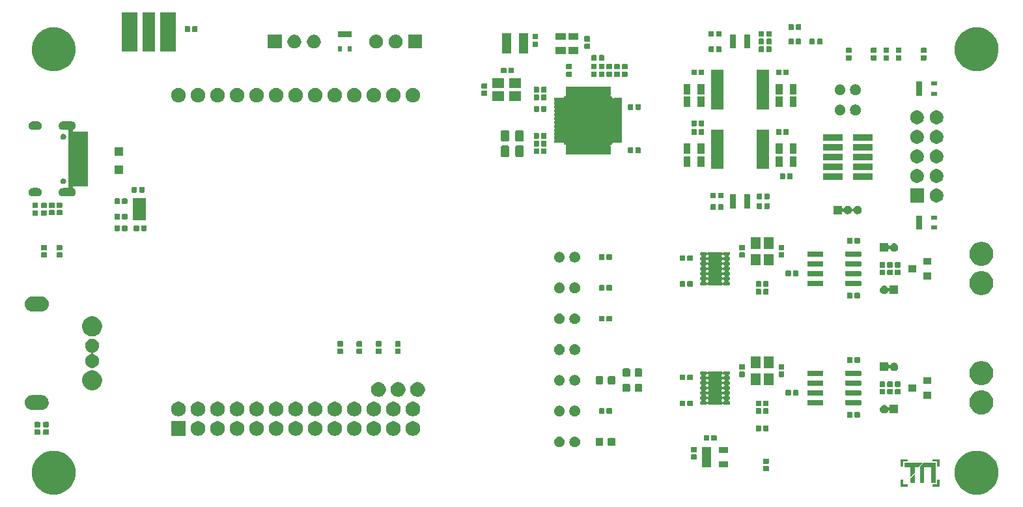
<source format=gbr>
%TF.GenerationSoftware,KiCad,Pcbnew,5.1.5*%
%TF.CreationDate,2020-01-11T17:38:17+01:00*%
%TF.ProjectId,can_breakout_pcb,63616e5f-6272-4656-916b-6f75745f7063,rev?*%
%TF.SameCoordinates,Original*%
%TF.FileFunction,Soldermask,Top*%
%TF.FilePolarity,Negative*%
%FSLAX46Y46*%
G04 Gerber Fmt 4.6, Leading zero omitted, Abs format (unit mm)*
G04 Created by KiCad (PCBNEW 5.1.5) date 2020-01-11 17:38:17*
%MOMM*%
%LPD*%
G04 APERTURE LIST*
%ADD10C,0.010000*%
%ADD11C,0.100000*%
G04 APERTURE END LIST*
D10*
G36*
X225625000Y-113500000D02*
G01*
X225125000Y-113500000D01*
X225125000Y-113000000D01*
X225625000Y-112500000D01*
X225625000Y-113500000D01*
G37*
X225625000Y-113500000D02*
X225125000Y-113500000D01*
X225125000Y-113000000D01*
X225625000Y-112500000D01*
X225625000Y-113500000D01*
G36*
X228000000Y-113750000D02*
G01*
X228625000Y-113750000D01*
X228625000Y-113125000D01*
X228875000Y-113125000D01*
X228875000Y-114000000D01*
X228000000Y-114000000D01*
X228000000Y-113750000D01*
G37*
X228000000Y-113750000D02*
X228625000Y-113750000D01*
X228625000Y-113125000D01*
X228875000Y-113125000D01*
X228875000Y-114000000D01*
X228000000Y-114000000D01*
X228000000Y-113750000D01*
G36*
X228625000Y-111375000D02*
G01*
X228625000Y-110750000D01*
X228000000Y-110750000D01*
X228000000Y-110500000D01*
X228875000Y-110500000D01*
X228875000Y-111375000D01*
X228625000Y-111375000D01*
G37*
X228625000Y-111375000D02*
X228625000Y-110750000D01*
X228000000Y-110750000D01*
X228000000Y-110500000D01*
X228875000Y-110500000D01*
X228875000Y-111375000D01*
X228625000Y-111375000D01*
G36*
X228375000Y-113500000D02*
G01*
X227875000Y-113500000D01*
X227875000Y-111500000D01*
X226875000Y-111500000D01*
X226875000Y-113500000D01*
X226375000Y-113500000D01*
X226375000Y-111500000D01*
X226875000Y-111000000D01*
X228375000Y-111000000D01*
X228375000Y-113500000D01*
G37*
X228375000Y-113500000D02*
X227875000Y-113500000D01*
X227875000Y-111500000D01*
X226875000Y-111500000D01*
X226875000Y-113500000D01*
X226375000Y-113500000D01*
X226375000Y-111500000D01*
X226875000Y-111000000D01*
X228375000Y-111000000D01*
X228375000Y-113500000D01*
G36*
X224125000Y-113125000D02*
G01*
X224125000Y-113750000D01*
X224750000Y-113750000D01*
X224750000Y-114000000D01*
X223875000Y-114000000D01*
X223875000Y-113125000D01*
X224125000Y-113125000D01*
G37*
X224125000Y-113125000D02*
X224125000Y-113750000D01*
X224750000Y-113750000D01*
X224750000Y-114000000D01*
X223875000Y-114000000D01*
X223875000Y-113125000D01*
X224125000Y-113125000D01*
G36*
X226125000Y-111500000D02*
G01*
X225625000Y-111500000D01*
X225625000Y-112250000D01*
X225125000Y-112750000D01*
X225125000Y-111500000D01*
X224375000Y-111500000D01*
X224375000Y-111000000D01*
X226625000Y-111000000D01*
X226125000Y-111500000D01*
G37*
X226125000Y-111500000D02*
X225625000Y-111500000D01*
X225625000Y-112250000D01*
X225125000Y-112750000D01*
X225125000Y-111500000D01*
X224375000Y-111500000D01*
X224375000Y-111000000D01*
X226625000Y-111000000D01*
X226125000Y-111500000D01*
G36*
X224750000Y-110750000D02*
G01*
X224125000Y-110750000D01*
X224125000Y-111375000D01*
X223875000Y-111375000D01*
X223875000Y-110500000D01*
X224750000Y-110500000D01*
X224750000Y-110750000D01*
G37*
X224750000Y-110750000D02*
X224125000Y-110750000D01*
X224125000Y-111375000D01*
X223875000Y-111375000D01*
X223875000Y-110500000D01*
X224750000Y-110500000D01*
X224750000Y-110750000D01*
D11*
G36*
X234226866Y-109438000D02*
G01*
X234581606Y-109508562D01*
X235100455Y-109723476D01*
X235397255Y-109921792D01*
X235567406Y-110035483D01*
X235964517Y-110432594D01*
X235985742Y-110464360D01*
X236276524Y-110899545D01*
X236484717Y-111402169D01*
X236491438Y-111418395D01*
X236588827Y-111908000D01*
X236601000Y-111969201D01*
X236601000Y-112530799D01*
X236491438Y-113081606D01*
X236276524Y-113600455D01*
X235964516Y-114067407D01*
X235567407Y-114464516D01*
X235100455Y-114776524D01*
X234581606Y-114991438D01*
X234030800Y-115101000D01*
X233469200Y-115101000D01*
X232918394Y-114991438D01*
X232399545Y-114776524D01*
X231932593Y-114464516D01*
X231535484Y-114067407D01*
X231223476Y-113600455D01*
X231008562Y-113081606D01*
X230899000Y-112530799D01*
X230899000Y-111969201D01*
X230911174Y-111908000D01*
X231008562Y-111418395D01*
X231015283Y-111402169D01*
X231223476Y-110899545D01*
X231514258Y-110464360D01*
X231535483Y-110432594D01*
X231932594Y-110035483D01*
X232102745Y-109921792D01*
X232399545Y-109723476D01*
X232918394Y-109508562D01*
X233273134Y-109438000D01*
X233469200Y-109399000D01*
X234030800Y-109399000D01*
X234226866Y-109438000D01*
G37*
G36*
X114226866Y-109438000D02*
G01*
X114581606Y-109508562D01*
X115100455Y-109723476D01*
X115397255Y-109921792D01*
X115567406Y-110035483D01*
X115964517Y-110432594D01*
X115985742Y-110464360D01*
X116276524Y-110899545D01*
X116484717Y-111402169D01*
X116491438Y-111418395D01*
X116588827Y-111908000D01*
X116601000Y-111969201D01*
X116601000Y-112530799D01*
X116491438Y-113081606D01*
X116276524Y-113600455D01*
X115964516Y-114067407D01*
X115567407Y-114464516D01*
X115100455Y-114776524D01*
X114581606Y-114991438D01*
X114030800Y-115101000D01*
X113469200Y-115101000D01*
X112918394Y-114991438D01*
X112399545Y-114776524D01*
X111932593Y-114464516D01*
X111535484Y-114067407D01*
X111223476Y-113600455D01*
X111008562Y-113081606D01*
X110899000Y-112530799D01*
X110899000Y-111969201D01*
X110911174Y-111908000D01*
X111008562Y-111418395D01*
X111015283Y-111402169D01*
X111223476Y-110899545D01*
X111514258Y-110464360D01*
X111535483Y-110432594D01*
X111932594Y-110035483D01*
X112102745Y-109921792D01*
X112399545Y-109723476D01*
X112918394Y-109508562D01*
X113273134Y-109438000D01*
X113469200Y-109399000D01*
X114030800Y-109399000D01*
X114226866Y-109438000D01*
G37*
G36*
X206656938Y-111391716D02*
G01*
X206677557Y-111397971D01*
X206696553Y-111408124D01*
X206713208Y-111421792D01*
X206726876Y-111438447D01*
X206737029Y-111457443D01*
X206743284Y-111478062D01*
X206746000Y-111505640D01*
X206746000Y-111964360D01*
X206743284Y-111991938D01*
X206737029Y-112012557D01*
X206726876Y-112031553D01*
X206713208Y-112048208D01*
X206696553Y-112061876D01*
X206677557Y-112072029D01*
X206656938Y-112078284D01*
X206629360Y-112081000D01*
X206120640Y-112081000D01*
X206093062Y-112078284D01*
X206072443Y-112072029D01*
X206053447Y-112061876D01*
X206036792Y-112048208D01*
X206023124Y-112031553D01*
X206012971Y-112012557D01*
X206006716Y-111991938D01*
X206004000Y-111964360D01*
X206004000Y-111505640D01*
X206006716Y-111478062D01*
X206012971Y-111457443D01*
X206023124Y-111438447D01*
X206036792Y-111421792D01*
X206053447Y-111408124D01*
X206072443Y-111397971D01*
X206093062Y-111391716D01*
X206120640Y-111389000D01*
X206629360Y-111389000D01*
X206656938Y-111391716D01*
G37*
G36*
X199231000Y-111576000D02*
G01*
X198069000Y-111576000D01*
X198069000Y-108924000D01*
X199231000Y-108924000D01*
X199231000Y-111576000D01*
G37*
G36*
X201431000Y-111576000D02*
G01*
X200269000Y-111576000D01*
X200269000Y-110824000D01*
X201431000Y-110824000D01*
X201431000Y-111576000D01*
G37*
G36*
X206656938Y-110421716D02*
G01*
X206677557Y-110427971D01*
X206696553Y-110438124D01*
X206713208Y-110451792D01*
X206726876Y-110468447D01*
X206737029Y-110487443D01*
X206743284Y-110508062D01*
X206746000Y-110535640D01*
X206746000Y-110994360D01*
X206743284Y-111021938D01*
X206737029Y-111042557D01*
X206726876Y-111061553D01*
X206713208Y-111078208D01*
X206696553Y-111091876D01*
X206677557Y-111102029D01*
X206656938Y-111108284D01*
X206629360Y-111111000D01*
X206120640Y-111111000D01*
X206093062Y-111108284D01*
X206072443Y-111102029D01*
X206053447Y-111091876D01*
X206036792Y-111078208D01*
X206023124Y-111061553D01*
X206012971Y-111042557D01*
X206006716Y-111021938D01*
X206004000Y-110994360D01*
X206004000Y-110535640D01*
X206006716Y-110508062D01*
X206012971Y-110487443D01*
X206023124Y-110468447D01*
X206036792Y-110451792D01*
X206053447Y-110438124D01*
X206072443Y-110427971D01*
X206093062Y-110421716D01*
X206120640Y-110419000D01*
X206629360Y-110419000D01*
X206656938Y-110421716D01*
G37*
G36*
X197281938Y-109891716D02*
G01*
X197302557Y-109897971D01*
X197321553Y-109908124D01*
X197338208Y-109921792D01*
X197351876Y-109938447D01*
X197362029Y-109957443D01*
X197368284Y-109978062D01*
X197371000Y-110005640D01*
X197371000Y-110464360D01*
X197368284Y-110491938D01*
X197362029Y-110512557D01*
X197351876Y-110531553D01*
X197338208Y-110548208D01*
X197321553Y-110561876D01*
X197302557Y-110572029D01*
X197281938Y-110578284D01*
X197254360Y-110581000D01*
X196745640Y-110581000D01*
X196718062Y-110578284D01*
X196697443Y-110572029D01*
X196678447Y-110561876D01*
X196661792Y-110548208D01*
X196648124Y-110531553D01*
X196637971Y-110512557D01*
X196631716Y-110491938D01*
X196629000Y-110464360D01*
X196629000Y-110005640D01*
X196631716Y-109978062D01*
X196637971Y-109957443D01*
X196648124Y-109938447D01*
X196661792Y-109921792D01*
X196678447Y-109908124D01*
X196697443Y-109897971D01*
X196718062Y-109891716D01*
X196745640Y-109889000D01*
X197254360Y-109889000D01*
X197281938Y-109891716D01*
G37*
G36*
X201431000Y-109676000D02*
G01*
X200269000Y-109676000D01*
X200269000Y-108924000D01*
X201431000Y-108924000D01*
X201431000Y-109676000D01*
G37*
G36*
X197281938Y-108921716D02*
G01*
X197302557Y-108927971D01*
X197321553Y-108938124D01*
X197338208Y-108951792D01*
X197351876Y-108968447D01*
X197362029Y-108987443D01*
X197368284Y-109008062D01*
X197371000Y-109035640D01*
X197371000Y-109494360D01*
X197368284Y-109521938D01*
X197362029Y-109542557D01*
X197351876Y-109561553D01*
X197338208Y-109578208D01*
X197321553Y-109591876D01*
X197302557Y-109602029D01*
X197281938Y-109608284D01*
X197254360Y-109611000D01*
X196745640Y-109611000D01*
X196718062Y-109608284D01*
X196697443Y-109602029D01*
X196678447Y-109591876D01*
X196661792Y-109578208D01*
X196648124Y-109561553D01*
X196637971Y-109542557D01*
X196631716Y-109521938D01*
X196629000Y-109494360D01*
X196629000Y-109035640D01*
X196631716Y-109008062D01*
X196637971Y-108987443D01*
X196648124Y-108968447D01*
X196661792Y-108951792D01*
X196678447Y-108938124D01*
X196697443Y-108927971D01*
X196718062Y-108921716D01*
X196745640Y-108919000D01*
X197254360Y-108919000D01*
X197281938Y-108921716D01*
G37*
G36*
X181704473Y-107575938D02*
G01*
X181832049Y-107628782D01*
X181946859Y-107705495D01*
X182044505Y-107803141D01*
X182121218Y-107917951D01*
X182174062Y-108045527D01*
X182201000Y-108180956D01*
X182201000Y-108319044D01*
X182174062Y-108454473D01*
X182121218Y-108582049D01*
X182044505Y-108696859D01*
X181946859Y-108794505D01*
X181832049Y-108871218D01*
X181704473Y-108924062D01*
X181569044Y-108951000D01*
X181430956Y-108951000D01*
X181295527Y-108924062D01*
X181167951Y-108871218D01*
X181053141Y-108794505D01*
X180955495Y-108696859D01*
X180878782Y-108582049D01*
X180825938Y-108454473D01*
X180799000Y-108319044D01*
X180799000Y-108180956D01*
X180825938Y-108045527D01*
X180878782Y-107917951D01*
X180955495Y-107803141D01*
X181053141Y-107705495D01*
X181167951Y-107628782D01*
X181295527Y-107575938D01*
X181430956Y-107549000D01*
X181569044Y-107549000D01*
X181704473Y-107575938D01*
G37*
G36*
X179704473Y-107575938D02*
G01*
X179832049Y-107628782D01*
X179946859Y-107705495D01*
X180044505Y-107803141D01*
X180121218Y-107917951D01*
X180174062Y-108045527D01*
X180201000Y-108180956D01*
X180201000Y-108319044D01*
X180174062Y-108454473D01*
X180121218Y-108582049D01*
X180044505Y-108696859D01*
X179946859Y-108794505D01*
X179832049Y-108871218D01*
X179704473Y-108924062D01*
X179569044Y-108951000D01*
X179430956Y-108951000D01*
X179295527Y-108924062D01*
X179167951Y-108871218D01*
X179053141Y-108794505D01*
X178955495Y-108696859D01*
X178878782Y-108582049D01*
X178825938Y-108454473D01*
X178799000Y-108319044D01*
X178799000Y-108180956D01*
X178825938Y-108045527D01*
X178878782Y-107917951D01*
X178955495Y-107803141D01*
X179053141Y-107705495D01*
X179167951Y-107628782D01*
X179295527Y-107575938D01*
X179430956Y-107549000D01*
X179569044Y-107549000D01*
X179704473Y-107575938D01*
G37*
G36*
X186629591Y-107728085D02*
G01*
X186663569Y-107738393D01*
X186694890Y-107755134D01*
X186722339Y-107777661D01*
X186744866Y-107805110D01*
X186761607Y-107836431D01*
X186771915Y-107870409D01*
X186776000Y-107911890D01*
X186776000Y-108588110D01*
X186771915Y-108629591D01*
X186761607Y-108663569D01*
X186744866Y-108694890D01*
X186722339Y-108722339D01*
X186694890Y-108744866D01*
X186663569Y-108761607D01*
X186629591Y-108771915D01*
X186588110Y-108776000D01*
X185986890Y-108776000D01*
X185945409Y-108771915D01*
X185911431Y-108761607D01*
X185880110Y-108744866D01*
X185852661Y-108722339D01*
X185830134Y-108694890D01*
X185813393Y-108663569D01*
X185803085Y-108629591D01*
X185799000Y-108588110D01*
X185799000Y-107911890D01*
X185803085Y-107870409D01*
X185813393Y-107836431D01*
X185830134Y-107805110D01*
X185852661Y-107777661D01*
X185880110Y-107755134D01*
X185911431Y-107738393D01*
X185945409Y-107728085D01*
X185986890Y-107724000D01*
X186588110Y-107724000D01*
X186629591Y-107728085D01*
G37*
G36*
X185054591Y-107728085D02*
G01*
X185088569Y-107738393D01*
X185119890Y-107755134D01*
X185147339Y-107777661D01*
X185169866Y-107805110D01*
X185186607Y-107836431D01*
X185196915Y-107870409D01*
X185201000Y-107911890D01*
X185201000Y-108588110D01*
X185196915Y-108629591D01*
X185186607Y-108663569D01*
X185169866Y-108694890D01*
X185147339Y-108722339D01*
X185119890Y-108744866D01*
X185088569Y-108761607D01*
X185054591Y-108771915D01*
X185013110Y-108776000D01*
X184411890Y-108776000D01*
X184370409Y-108771915D01*
X184336431Y-108761607D01*
X184305110Y-108744866D01*
X184277661Y-108722339D01*
X184255134Y-108694890D01*
X184238393Y-108663569D01*
X184228085Y-108629591D01*
X184224000Y-108588110D01*
X184224000Y-107911890D01*
X184228085Y-107870409D01*
X184238393Y-107836431D01*
X184255134Y-107805110D01*
X184277661Y-107777661D01*
X184305110Y-107755134D01*
X184336431Y-107738393D01*
X184370409Y-107728085D01*
X184411890Y-107724000D01*
X185013110Y-107724000D01*
X185054591Y-107728085D01*
G37*
G36*
X199866938Y-107381716D02*
G01*
X199887557Y-107387971D01*
X199906553Y-107398124D01*
X199923208Y-107411792D01*
X199936876Y-107428447D01*
X199947029Y-107447443D01*
X199953284Y-107468062D01*
X199956000Y-107495640D01*
X199956000Y-108004360D01*
X199953284Y-108031938D01*
X199947029Y-108052557D01*
X199936876Y-108071553D01*
X199923208Y-108088208D01*
X199906553Y-108101876D01*
X199887557Y-108112029D01*
X199866938Y-108118284D01*
X199839360Y-108121000D01*
X199380640Y-108121000D01*
X199353062Y-108118284D01*
X199332443Y-108112029D01*
X199313447Y-108101876D01*
X199296792Y-108088208D01*
X199283124Y-108071553D01*
X199272971Y-108052557D01*
X199266716Y-108031938D01*
X199264000Y-108004360D01*
X199264000Y-107495640D01*
X199266716Y-107468062D01*
X199272971Y-107447443D01*
X199283124Y-107428447D01*
X199296792Y-107411792D01*
X199313447Y-107398124D01*
X199332443Y-107387971D01*
X199353062Y-107381716D01*
X199380640Y-107379000D01*
X199839360Y-107379000D01*
X199866938Y-107381716D01*
G37*
G36*
X198896938Y-107381716D02*
G01*
X198917557Y-107387971D01*
X198936553Y-107398124D01*
X198953208Y-107411792D01*
X198966876Y-107428447D01*
X198977029Y-107447443D01*
X198983284Y-107468062D01*
X198986000Y-107495640D01*
X198986000Y-108004360D01*
X198983284Y-108031938D01*
X198977029Y-108052557D01*
X198966876Y-108071553D01*
X198953208Y-108088208D01*
X198936553Y-108101876D01*
X198917557Y-108112029D01*
X198896938Y-108118284D01*
X198869360Y-108121000D01*
X198410640Y-108121000D01*
X198383062Y-108118284D01*
X198362443Y-108112029D01*
X198343447Y-108101876D01*
X198326792Y-108088208D01*
X198313124Y-108071553D01*
X198302971Y-108052557D01*
X198296716Y-108031938D01*
X198294000Y-108004360D01*
X198294000Y-107495640D01*
X198296716Y-107468062D01*
X198302971Y-107447443D01*
X198313124Y-107428447D01*
X198326792Y-107411792D01*
X198343447Y-107398124D01*
X198362443Y-107387971D01*
X198383062Y-107381716D01*
X198410640Y-107379000D01*
X198869360Y-107379000D01*
X198896938Y-107381716D01*
G37*
G36*
X160738995Y-105616346D02*
G01*
X160912066Y-105688034D01*
X160932656Y-105701792D01*
X161067827Y-105792110D01*
X161200290Y-105924573D01*
X161200291Y-105924575D01*
X161304366Y-106080334D01*
X161376054Y-106253405D01*
X161412600Y-106437133D01*
X161412600Y-106624467D01*
X161376054Y-106808195D01*
X161304366Y-106981266D01*
X161304365Y-106981267D01*
X161200290Y-107137027D01*
X161067827Y-107269490D01*
X160995479Y-107317831D01*
X160912066Y-107373566D01*
X160738995Y-107445254D01*
X160555267Y-107481800D01*
X160367933Y-107481800D01*
X160184205Y-107445254D01*
X160011134Y-107373566D01*
X159927721Y-107317831D01*
X159855373Y-107269490D01*
X159722910Y-107137027D01*
X159618835Y-106981267D01*
X159618834Y-106981266D01*
X159547146Y-106808195D01*
X159510600Y-106624467D01*
X159510600Y-106437133D01*
X159547146Y-106253405D01*
X159618834Y-106080334D01*
X159722909Y-105924575D01*
X159722910Y-105924573D01*
X159855373Y-105792110D01*
X159990544Y-105701792D01*
X160011134Y-105688034D01*
X160184205Y-105616346D01*
X160367933Y-105579800D01*
X160555267Y-105579800D01*
X160738995Y-105616346D01*
G37*
G36*
X158198995Y-105616346D02*
G01*
X158372066Y-105688034D01*
X158392656Y-105701792D01*
X158527827Y-105792110D01*
X158660290Y-105924573D01*
X158660291Y-105924575D01*
X158764366Y-106080334D01*
X158836054Y-106253405D01*
X158872600Y-106437133D01*
X158872600Y-106624467D01*
X158836054Y-106808195D01*
X158764366Y-106981266D01*
X158764365Y-106981267D01*
X158660290Y-107137027D01*
X158527827Y-107269490D01*
X158455479Y-107317831D01*
X158372066Y-107373566D01*
X158198995Y-107445254D01*
X158015267Y-107481800D01*
X157827933Y-107481800D01*
X157644205Y-107445254D01*
X157471134Y-107373566D01*
X157387721Y-107317831D01*
X157315373Y-107269490D01*
X157182910Y-107137027D01*
X157078835Y-106981267D01*
X157078834Y-106981266D01*
X157007146Y-106808195D01*
X156970600Y-106624467D01*
X156970600Y-106437133D01*
X157007146Y-106253405D01*
X157078834Y-106080334D01*
X157182909Y-105924575D01*
X157182910Y-105924573D01*
X157315373Y-105792110D01*
X157450544Y-105701792D01*
X157471134Y-105688034D01*
X157644205Y-105616346D01*
X157827933Y-105579800D01*
X158015267Y-105579800D01*
X158198995Y-105616346D01*
G37*
G36*
X150578995Y-105616346D02*
G01*
X150752066Y-105688034D01*
X150772656Y-105701792D01*
X150907827Y-105792110D01*
X151040290Y-105924573D01*
X151040291Y-105924575D01*
X151144366Y-106080334D01*
X151216054Y-106253405D01*
X151252600Y-106437133D01*
X151252600Y-106624467D01*
X151216054Y-106808195D01*
X151144366Y-106981266D01*
X151144365Y-106981267D01*
X151040290Y-107137027D01*
X150907827Y-107269490D01*
X150835479Y-107317831D01*
X150752066Y-107373566D01*
X150578995Y-107445254D01*
X150395267Y-107481800D01*
X150207933Y-107481800D01*
X150024205Y-107445254D01*
X149851134Y-107373566D01*
X149767721Y-107317831D01*
X149695373Y-107269490D01*
X149562910Y-107137027D01*
X149458835Y-106981267D01*
X149458834Y-106981266D01*
X149387146Y-106808195D01*
X149350600Y-106624467D01*
X149350600Y-106437133D01*
X149387146Y-106253405D01*
X149458834Y-106080334D01*
X149562909Y-105924575D01*
X149562910Y-105924573D01*
X149695373Y-105792110D01*
X149830544Y-105701792D01*
X149851134Y-105688034D01*
X150024205Y-105616346D01*
X150207933Y-105579800D01*
X150395267Y-105579800D01*
X150578995Y-105616346D01*
G37*
G36*
X130932600Y-107481800D02*
G01*
X129030600Y-107481800D01*
X129030600Y-105579800D01*
X130932600Y-105579800D01*
X130932600Y-107481800D01*
G37*
G36*
X132798995Y-105616346D02*
G01*
X132972066Y-105688034D01*
X132992656Y-105701792D01*
X133127827Y-105792110D01*
X133260290Y-105924573D01*
X133260291Y-105924575D01*
X133364366Y-106080334D01*
X133436054Y-106253405D01*
X133472600Y-106437133D01*
X133472600Y-106624467D01*
X133436054Y-106808195D01*
X133364366Y-106981266D01*
X133364365Y-106981267D01*
X133260290Y-107137027D01*
X133127827Y-107269490D01*
X133055479Y-107317831D01*
X132972066Y-107373566D01*
X132798995Y-107445254D01*
X132615267Y-107481800D01*
X132427933Y-107481800D01*
X132244205Y-107445254D01*
X132071134Y-107373566D01*
X131987721Y-107317831D01*
X131915373Y-107269490D01*
X131782910Y-107137027D01*
X131678835Y-106981267D01*
X131678834Y-106981266D01*
X131607146Y-106808195D01*
X131570600Y-106624467D01*
X131570600Y-106437133D01*
X131607146Y-106253405D01*
X131678834Y-106080334D01*
X131782909Y-105924575D01*
X131782910Y-105924573D01*
X131915373Y-105792110D01*
X132050544Y-105701792D01*
X132071134Y-105688034D01*
X132244205Y-105616346D01*
X132427933Y-105579800D01*
X132615267Y-105579800D01*
X132798995Y-105616346D01*
G37*
G36*
X135338995Y-105616346D02*
G01*
X135512066Y-105688034D01*
X135532656Y-105701792D01*
X135667827Y-105792110D01*
X135800290Y-105924573D01*
X135800291Y-105924575D01*
X135904366Y-106080334D01*
X135976054Y-106253405D01*
X136012600Y-106437133D01*
X136012600Y-106624467D01*
X135976054Y-106808195D01*
X135904366Y-106981266D01*
X135904365Y-106981267D01*
X135800290Y-107137027D01*
X135667827Y-107269490D01*
X135595479Y-107317831D01*
X135512066Y-107373566D01*
X135338995Y-107445254D01*
X135155267Y-107481800D01*
X134967933Y-107481800D01*
X134784205Y-107445254D01*
X134611134Y-107373566D01*
X134527721Y-107317831D01*
X134455373Y-107269490D01*
X134322910Y-107137027D01*
X134218835Y-106981267D01*
X134218834Y-106981266D01*
X134147146Y-106808195D01*
X134110600Y-106624467D01*
X134110600Y-106437133D01*
X134147146Y-106253405D01*
X134218834Y-106080334D01*
X134322909Y-105924575D01*
X134322910Y-105924573D01*
X134455373Y-105792110D01*
X134590544Y-105701792D01*
X134611134Y-105688034D01*
X134784205Y-105616346D01*
X134967933Y-105579800D01*
X135155267Y-105579800D01*
X135338995Y-105616346D01*
G37*
G36*
X137878995Y-105616346D02*
G01*
X138052066Y-105688034D01*
X138072656Y-105701792D01*
X138207827Y-105792110D01*
X138340290Y-105924573D01*
X138340291Y-105924575D01*
X138444366Y-106080334D01*
X138516054Y-106253405D01*
X138552600Y-106437133D01*
X138552600Y-106624467D01*
X138516054Y-106808195D01*
X138444366Y-106981266D01*
X138444365Y-106981267D01*
X138340290Y-107137027D01*
X138207827Y-107269490D01*
X138135479Y-107317831D01*
X138052066Y-107373566D01*
X137878995Y-107445254D01*
X137695267Y-107481800D01*
X137507933Y-107481800D01*
X137324205Y-107445254D01*
X137151134Y-107373566D01*
X137067721Y-107317831D01*
X136995373Y-107269490D01*
X136862910Y-107137027D01*
X136758835Y-106981267D01*
X136758834Y-106981266D01*
X136687146Y-106808195D01*
X136650600Y-106624467D01*
X136650600Y-106437133D01*
X136687146Y-106253405D01*
X136758834Y-106080334D01*
X136862909Y-105924575D01*
X136862910Y-105924573D01*
X136995373Y-105792110D01*
X137130544Y-105701792D01*
X137151134Y-105688034D01*
X137324205Y-105616346D01*
X137507933Y-105579800D01*
X137695267Y-105579800D01*
X137878995Y-105616346D01*
G37*
G36*
X140418995Y-105616346D02*
G01*
X140592066Y-105688034D01*
X140612656Y-105701792D01*
X140747827Y-105792110D01*
X140880290Y-105924573D01*
X140880291Y-105924575D01*
X140984366Y-106080334D01*
X141056054Y-106253405D01*
X141092600Y-106437133D01*
X141092600Y-106624467D01*
X141056054Y-106808195D01*
X140984366Y-106981266D01*
X140984365Y-106981267D01*
X140880290Y-107137027D01*
X140747827Y-107269490D01*
X140675479Y-107317831D01*
X140592066Y-107373566D01*
X140418995Y-107445254D01*
X140235267Y-107481800D01*
X140047933Y-107481800D01*
X139864205Y-107445254D01*
X139691134Y-107373566D01*
X139607721Y-107317831D01*
X139535373Y-107269490D01*
X139402910Y-107137027D01*
X139298835Y-106981267D01*
X139298834Y-106981266D01*
X139227146Y-106808195D01*
X139190600Y-106624467D01*
X139190600Y-106437133D01*
X139227146Y-106253405D01*
X139298834Y-106080334D01*
X139402909Y-105924575D01*
X139402910Y-105924573D01*
X139535373Y-105792110D01*
X139670544Y-105701792D01*
X139691134Y-105688034D01*
X139864205Y-105616346D01*
X140047933Y-105579800D01*
X140235267Y-105579800D01*
X140418995Y-105616346D01*
G37*
G36*
X142958995Y-105616346D02*
G01*
X143132066Y-105688034D01*
X143152656Y-105701792D01*
X143287827Y-105792110D01*
X143420290Y-105924573D01*
X143420291Y-105924575D01*
X143524366Y-106080334D01*
X143596054Y-106253405D01*
X143632600Y-106437133D01*
X143632600Y-106624467D01*
X143596054Y-106808195D01*
X143524366Y-106981266D01*
X143524365Y-106981267D01*
X143420290Y-107137027D01*
X143287827Y-107269490D01*
X143215479Y-107317831D01*
X143132066Y-107373566D01*
X142958995Y-107445254D01*
X142775267Y-107481800D01*
X142587933Y-107481800D01*
X142404205Y-107445254D01*
X142231134Y-107373566D01*
X142147721Y-107317831D01*
X142075373Y-107269490D01*
X141942910Y-107137027D01*
X141838835Y-106981267D01*
X141838834Y-106981266D01*
X141767146Y-106808195D01*
X141730600Y-106624467D01*
X141730600Y-106437133D01*
X141767146Y-106253405D01*
X141838834Y-106080334D01*
X141942909Y-105924575D01*
X141942910Y-105924573D01*
X142075373Y-105792110D01*
X142210544Y-105701792D01*
X142231134Y-105688034D01*
X142404205Y-105616346D01*
X142587933Y-105579800D01*
X142775267Y-105579800D01*
X142958995Y-105616346D01*
G37*
G36*
X145498995Y-105616346D02*
G01*
X145672066Y-105688034D01*
X145692656Y-105701792D01*
X145827827Y-105792110D01*
X145960290Y-105924573D01*
X145960291Y-105924575D01*
X146064366Y-106080334D01*
X146136054Y-106253405D01*
X146172600Y-106437133D01*
X146172600Y-106624467D01*
X146136054Y-106808195D01*
X146064366Y-106981266D01*
X146064365Y-106981267D01*
X145960290Y-107137027D01*
X145827827Y-107269490D01*
X145755479Y-107317831D01*
X145672066Y-107373566D01*
X145498995Y-107445254D01*
X145315267Y-107481800D01*
X145127933Y-107481800D01*
X144944205Y-107445254D01*
X144771134Y-107373566D01*
X144687721Y-107317831D01*
X144615373Y-107269490D01*
X144482910Y-107137027D01*
X144378835Y-106981267D01*
X144378834Y-106981266D01*
X144307146Y-106808195D01*
X144270600Y-106624467D01*
X144270600Y-106437133D01*
X144307146Y-106253405D01*
X144378834Y-106080334D01*
X144482909Y-105924575D01*
X144482910Y-105924573D01*
X144615373Y-105792110D01*
X144750544Y-105701792D01*
X144771134Y-105688034D01*
X144944205Y-105616346D01*
X145127933Y-105579800D01*
X145315267Y-105579800D01*
X145498995Y-105616346D01*
G37*
G36*
X148038995Y-105616346D02*
G01*
X148212066Y-105688034D01*
X148232656Y-105701792D01*
X148367827Y-105792110D01*
X148500290Y-105924573D01*
X148500291Y-105924575D01*
X148604366Y-106080334D01*
X148676054Y-106253405D01*
X148712600Y-106437133D01*
X148712600Y-106624467D01*
X148676054Y-106808195D01*
X148604366Y-106981266D01*
X148604365Y-106981267D01*
X148500290Y-107137027D01*
X148367827Y-107269490D01*
X148295479Y-107317831D01*
X148212066Y-107373566D01*
X148038995Y-107445254D01*
X147855267Y-107481800D01*
X147667933Y-107481800D01*
X147484205Y-107445254D01*
X147311134Y-107373566D01*
X147227721Y-107317831D01*
X147155373Y-107269490D01*
X147022910Y-107137027D01*
X146918835Y-106981267D01*
X146918834Y-106981266D01*
X146847146Y-106808195D01*
X146810600Y-106624467D01*
X146810600Y-106437133D01*
X146847146Y-106253405D01*
X146918834Y-106080334D01*
X147022909Y-105924575D01*
X147022910Y-105924573D01*
X147155373Y-105792110D01*
X147290544Y-105701792D01*
X147311134Y-105688034D01*
X147484205Y-105616346D01*
X147667933Y-105579800D01*
X147855267Y-105579800D01*
X148038995Y-105616346D01*
G37*
G36*
X153118995Y-105616346D02*
G01*
X153292066Y-105688034D01*
X153312656Y-105701792D01*
X153447827Y-105792110D01*
X153580290Y-105924573D01*
X153580291Y-105924575D01*
X153684366Y-106080334D01*
X153756054Y-106253405D01*
X153792600Y-106437133D01*
X153792600Y-106624467D01*
X153756054Y-106808195D01*
X153684366Y-106981266D01*
X153684365Y-106981267D01*
X153580290Y-107137027D01*
X153447827Y-107269490D01*
X153375479Y-107317831D01*
X153292066Y-107373566D01*
X153118995Y-107445254D01*
X152935267Y-107481800D01*
X152747933Y-107481800D01*
X152564205Y-107445254D01*
X152391134Y-107373566D01*
X152307721Y-107317831D01*
X152235373Y-107269490D01*
X152102910Y-107137027D01*
X151998835Y-106981267D01*
X151998834Y-106981266D01*
X151927146Y-106808195D01*
X151890600Y-106624467D01*
X151890600Y-106437133D01*
X151927146Y-106253405D01*
X151998834Y-106080334D01*
X152102909Y-105924575D01*
X152102910Y-105924573D01*
X152235373Y-105792110D01*
X152370544Y-105701792D01*
X152391134Y-105688034D01*
X152564205Y-105616346D01*
X152747933Y-105579800D01*
X152935267Y-105579800D01*
X153118995Y-105616346D01*
G37*
G36*
X155658995Y-105616346D02*
G01*
X155832066Y-105688034D01*
X155852656Y-105701792D01*
X155987827Y-105792110D01*
X156120290Y-105924573D01*
X156120291Y-105924575D01*
X156224366Y-106080334D01*
X156296054Y-106253405D01*
X156332600Y-106437133D01*
X156332600Y-106624467D01*
X156296054Y-106808195D01*
X156224366Y-106981266D01*
X156224365Y-106981267D01*
X156120290Y-107137027D01*
X155987827Y-107269490D01*
X155915479Y-107317831D01*
X155832066Y-107373566D01*
X155658995Y-107445254D01*
X155475267Y-107481800D01*
X155287933Y-107481800D01*
X155104205Y-107445254D01*
X154931134Y-107373566D01*
X154847721Y-107317831D01*
X154775373Y-107269490D01*
X154642910Y-107137027D01*
X154538835Y-106981267D01*
X154538834Y-106981266D01*
X154467146Y-106808195D01*
X154430600Y-106624467D01*
X154430600Y-106437133D01*
X154467146Y-106253405D01*
X154538834Y-106080334D01*
X154642909Y-105924575D01*
X154642910Y-105924573D01*
X154775373Y-105792110D01*
X154910544Y-105701792D01*
X154931134Y-105688034D01*
X155104205Y-105616346D01*
X155287933Y-105579800D01*
X155475267Y-105579800D01*
X155658995Y-105616346D01*
G37*
G36*
X113031938Y-106641716D02*
G01*
X113052557Y-106647971D01*
X113071553Y-106658124D01*
X113088208Y-106671792D01*
X113101876Y-106688447D01*
X113112029Y-106707443D01*
X113118284Y-106728062D01*
X113121000Y-106755640D01*
X113121000Y-107214360D01*
X113118284Y-107241938D01*
X113112029Y-107262557D01*
X113101876Y-107281553D01*
X113088208Y-107298208D01*
X113071553Y-107311876D01*
X113052557Y-107322029D01*
X113031938Y-107328284D01*
X113004360Y-107331000D01*
X112495640Y-107331000D01*
X112468062Y-107328284D01*
X112447443Y-107322029D01*
X112428447Y-107311876D01*
X112411792Y-107298208D01*
X112398124Y-107281553D01*
X112387971Y-107262557D01*
X112381716Y-107241938D01*
X112379000Y-107214360D01*
X112379000Y-106755640D01*
X112381716Y-106728062D01*
X112387971Y-106707443D01*
X112398124Y-106688447D01*
X112411792Y-106671792D01*
X112428447Y-106658124D01*
X112447443Y-106647971D01*
X112468062Y-106641716D01*
X112495640Y-106639000D01*
X113004360Y-106639000D01*
X113031938Y-106641716D01*
G37*
G36*
X111906938Y-106641716D02*
G01*
X111927557Y-106647971D01*
X111946553Y-106658124D01*
X111963208Y-106671792D01*
X111976876Y-106688447D01*
X111987029Y-106707443D01*
X111993284Y-106728062D01*
X111996000Y-106755640D01*
X111996000Y-107214360D01*
X111993284Y-107241938D01*
X111987029Y-107262557D01*
X111976876Y-107281553D01*
X111963208Y-107298208D01*
X111946553Y-107311876D01*
X111927557Y-107322029D01*
X111906938Y-107328284D01*
X111879360Y-107331000D01*
X111370640Y-107331000D01*
X111343062Y-107328284D01*
X111322443Y-107322029D01*
X111303447Y-107311876D01*
X111286792Y-107298208D01*
X111273124Y-107281553D01*
X111262971Y-107262557D01*
X111256716Y-107241938D01*
X111254000Y-107214360D01*
X111254000Y-106755640D01*
X111256716Y-106728062D01*
X111262971Y-106707443D01*
X111273124Y-106688447D01*
X111286792Y-106671792D01*
X111303447Y-106658124D01*
X111322443Y-106647971D01*
X111343062Y-106641716D01*
X111370640Y-106639000D01*
X111879360Y-106639000D01*
X111906938Y-106641716D01*
G37*
G36*
X206616938Y-106131716D02*
G01*
X206637557Y-106137971D01*
X206656553Y-106148124D01*
X206673208Y-106161792D01*
X206686876Y-106178447D01*
X206697029Y-106197443D01*
X206703284Y-106218062D01*
X206706000Y-106245640D01*
X206706000Y-106754360D01*
X206703284Y-106781938D01*
X206697029Y-106802557D01*
X206686876Y-106821553D01*
X206673208Y-106838208D01*
X206656553Y-106851876D01*
X206637557Y-106862029D01*
X206616938Y-106868284D01*
X206589360Y-106871000D01*
X206130640Y-106871000D01*
X206103062Y-106868284D01*
X206082443Y-106862029D01*
X206063447Y-106851876D01*
X206046792Y-106838208D01*
X206033124Y-106821553D01*
X206022971Y-106802557D01*
X206016716Y-106781938D01*
X206014000Y-106754360D01*
X206014000Y-106245640D01*
X206016716Y-106218062D01*
X206022971Y-106197443D01*
X206033124Y-106178447D01*
X206046792Y-106161792D01*
X206063447Y-106148124D01*
X206082443Y-106137971D01*
X206103062Y-106131716D01*
X206130640Y-106129000D01*
X206589360Y-106129000D01*
X206616938Y-106131716D01*
G37*
G36*
X205646938Y-106131716D02*
G01*
X205667557Y-106137971D01*
X205686553Y-106148124D01*
X205703208Y-106161792D01*
X205716876Y-106178447D01*
X205727029Y-106197443D01*
X205733284Y-106218062D01*
X205736000Y-106245640D01*
X205736000Y-106754360D01*
X205733284Y-106781938D01*
X205727029Y-106802557D01*
X205716876Y-106821553D01*
X205703208Y-106838208D01*
X205686553Y-106851876D01*
X205667557Y-106862029D01*
X205646938Y-106868284D01*
X205619360Y-106871000D01*
X205160640Y-106871000D01*
X205133062Y-106868284D01*
X205112443Y-106862029D01*
X205093447Y-106851876D01*
X205076792Y-106838208D01*
X205063124Y-106821553D01*
X205052971Y-106802557D01*
X205046716Y-106781938D01*
X205044000Y-106754360D01*
X205044000Y-106245640D01*
X205046716Y-106218062D01*
X205052971Y-106197443D01*
X205063124Y-106178447D01*
X205076792Y-106161792D01*
X205093447Y-106148124D01*
X205112443Y-106137971D01*
X205133062Y-106131716D01*
X205160640Y-106129000D01*
X205619360Y-106129000D01*
X205646938Y-106131716D01*
G37*
G36*
X111906938Y-105671716D02*
G01*
X111927557Y-105677971D01*
X111946553Y-105688124D01*
X111963208Y-105701792D01*
X111976876Y-105718447D01*
X111987029Y-105737443D01*
X111993284Y-105758062D01*
X111996000Y-105785640D01*
X111996000Y-106244360D01*
X111993284Y-106271938D01*
X111987029Y-106292557D01*
X111976876Y-106311553D01*
X111963208Y-106328208D01*
X111946553Y-106341876D01*
X111927557Y-106352029D01*
X111906938Y-106358284D01*
X111879360Y-106361000D01*
X111370640Y-106361000D01*
X111343062Y-106358284D01*
X111322443Y-106352029D01*
X111303447Y-106341876D01*
X111286792Y-106328208D01*
X111273124Y-106311553D01*
X111262971Y-106292557D01*
X111256716Y-106271938D01*
X111254000Y-106244360D01*
X111254000Y-105785640D01*
X111256716Y-105758062D01*
X111262971Y-105737443D01*
X111273124Y-105718447D01*
X111286792Y-105701792D01*
X111303447Y-105688124D01*
X111322443Y-105677971D01*
X111343062Y-105671716D01*
X111370640Y-105669000D01*
X111879360Y-105669000D01*
X111906938Y-105671716D01*
G37*
G36*
X113031938Y-105671716D02*
G01*
X113052557Y-105677971D01*
X113071553Y-105688124D01*
X113088208Y-105701792D01*
X113101876Y-105718447D01*
X113112029Y-105737443D01*
X113118284Y-105758062D01*
X113121000Y-105785640D01*
X113121000Y-106244360D01*
X113118284Y-106271938D01*
X113112029Y-106292557D01*
X113101876Y-106311553D01*
X113088208Y-106328208D01*
X113071553Y-106341876D01*
X113052557Y-106352029D01*
X113031938Y-106358284D01*
X113004360Y-106361000D01*
X112495640Y-106361000D01*
X112468062Y-106358284D01*
X112447443Y-106352029D01*
X112428447Y-106341876D01*
X112411792Y-106328208D01*
X112398124Y-106311553D01*
X112387971Y-106292557D01*
X112381716Y-106271938D01*
X112379000Y-106244360D01*
X112379000Y-105785640D01*
X112381716Y-105758062D01*
X112387971Y-105737443D01*
X112398124Y-105718447D01*
X112411792Y-105701792D01*
X112428447Y-105688124D01*
X112447443Y-105677971D01*
X112468062Y-105671716D01*
X112495640Y-105669000D01*
X113004360Y-105669000D01*
X113031938Y-105671716D01*
G37*
G36*
X218491938Y-104381716D02*
G01*
X218512557Y-104387971D01*
X218531553Y-104398124D01*
X218548208Y-104411792D01*
X218561876Y-104428447D01*
X218572029Y-104447443D01*
X218578284Y-104468062D01*
X218581000Y-104495640D01*
X218581000Y-105004360D01*
X218578284Y-105031938D01*
X218572029Y-105052557D01*
X218561876Y-105071553D01*
X218548208Y-105088208D01*
X218531553Y-105101876D01*
X218512557Y-105112029D01*
X218491938Y-105118284D01*
X218464360Y-105121000D01*
X218005640Y-105121000D01*
X217978062Y-105118284D01*
X217957443Y-105112029D01*
X217938447Y-105101876D01*
X217921792Y-105088208D01*
X217908124Y-105071553D01*
X217897971Y-105052557D01*
X217891716Y-105031938D01*
X217889000Y-105004360D01*
X217889000Y-104495640D01*
X217891716Y-104468062D01*
X217897971Y-104447443D01*
X217908124Y-104428447D01*
X217921792Y-104411792D01*
X217938447Y-104398124D01*
X217957443Y-104387971D01*
X217978062Y-104381716D01*
X218005640Y-104379000D01*
X218464360Y-104379000D01*
X218491938Y-104381716D01*
G37*
G36*
X217521938Y-104381716D02*
G01*
X217542557Y-104387971D01*
X217561553Y-104398124D01*
X217578208Y-104411792D01*
X217591876Y-104428447D01*
X217602029Y-104447443D01*
X217608284Y-104468062D01*
X217611000Y-104495640D01*
X217611000Y-105004360D01*
X217608284Y-105031938D01*
X217602029Y-105052557D01*
X217591876Y-105071553D01*
X217578208Y-105088208D01*
X217561553Y-105101876D01*
X217542557Y-105112029D01*
X217521938Y-105118284D01*
X217494360Y-105121000D01*
X217035640Y-105121000D01*
X217008062Y-105118284D01*
X216987443Y-105112029D01*
X216968447Y-105101876D01*
X216951792Y-105088208D01*
X216938124Y-105071553D01*
X216927971Y-105052557D01*
X216921716Y-105031938D01*
X216919000Y-105004360D01*
X216919000Y-104495640D01*
X216921716Y-104468062D01*
X216927971Y-104447443D01*
X216938124Y-104428447D01*
X216951792Y-104411792D01*
X216968447Y-104398124D01*
X216987443Y-104387971D01*
X217008062Y-104381716D01*
X217035640Y-104379000D01*
X217494360Y-104379000D01*
X217521938Y-104381716D01*
G37*
G36*
X181704473Y-103575938D02*
G01*
X181832049Y-103628782D01*
X181946859Y-103705495D01*
X182044505Y-103803141D01*
X182121218Y-103917951D01*
X182174062Y-104045527D01*
X182201000Y-104180956D01*
X182201000Y-104319044D01*
X182174062Y-104454473D01*
X182121218Y-104582049D01*
X182044505Y-104696859D01*
X181946859Y-104794505D01*
X181832049Y-104871218D01*
X181704473Y-104924062D01*
X181569044Y-104951000D01*
X181430956Y-104951000D01*
X181295527Y-104924062D01*
X181167951Y-104871218D01*
X181053141Y-104794505D01*
X180955495Y-104696859D01*
X180878782Y-104582049D01*
X180825938Y-104454473D01*
X180799000Y-104319044D01*
X180799000Y-104180956D01*
X180825938Y-104045527D01*
X180878782Y-103917951D01*
X180955495Y-103803141D01*
X181053141Y-103705495D01*
X181167951Y-103628782D01*
X181295527Y-103575938D01*
X181430956Y-103549000D01*
X181569044Y-103549000D01*
X181704473Y-103575938D01*
G37*
G36*
X179704473Y-103575938D02*
G01*
X179832049Y-103628782D01*
X179946859Y-103705495D01*
X180044505Y-103803141D01*
X180121218Y-103917951D01*
X180174062Y-104045527D01*
X180201000Y-104180956D01*
X180201000Y-104319044D01*
X180174062Y-104454473D01*
X180121218Y-104582049D01*
X180044505Y-104696859D01*
X179946859Y-104794505D01*
X179832049Y-104871218D01*
X179704473Y-104924062D01*
X179569044Y-104951000D01*
X179430956Y-104951000D01*
X179295527Y-104924062D01*
X179167951Y-104871218D01*
X179053141Y-104794505D01*
X178955495Y-104696859D01*
X178878782Y-104582049D01*
X178825938Y-104454473D01*
X178799000Y-104319044D01*
X178799000Y-104180956D01*
X178825938Y-104045527D01*
X178878782Y-103917951D01*
X178955495Y-103803141D01*
X179053141Y-103705495D01*
X179167951Y-103628782D01*
X179295527Y-103575938D01*
X179430956Y-103549000D01*
X179569044Y-103549000D01*
X179704473Y-103575938D01*
G37*
G36*
X155658995Y-103076346D02*
G01*
X155832066Y-103148034D01*
X155832067Y-103148035D01*
X155987827Y-103252110D01*
X156120290Y-103384573D01*
X156167078Y-103454597D01*
X156224366Y-103540334D01*
X156296054Y-103713405D01*
X156332600Y-103897133D01*
X156332600Y-104084467D01*
X156296054Y-104268195D01*
X156224366Y-104441266D01*
X156192945Y-104488291D01*
X156120290Y-104597027D01*
X155987827Y-104729490D01*
X155909418Y-104781881D01*
X155832066Y-104833566D01*
X155658995Y-104905254D01*
X155475267Y-104941800D01*
X155287933Y-104941800D01*
X155104205Y-104905254D01*
X154931134Y-104833566D01*
X154853782Y-104781881D01*
X154775373Y-104729490D01*
X154642910Y-104597027D01*
X154570255Y-104488291D01*
X154538834Y-104441266D01*
X154467146Y-104268195D01*
X154430600Y-104084467D01*
X154430600Y-103897133D01*
X154467146Y-103713405D01*
X154538834Y-103540334D01*
X154596122Y-103454597D01*
X154642910Y-103384573D01*
X154775373Y-103252110D01*
X154931133Y-103148035D01*
X154931134Y-103148034D01*
X155104205Y-103076346D01*
X155287933Y-103039800D01*
X155475267Y-103039800D01*
X155658995Y-103076346D01*
G37*
G36*
X145498995Y-103076346D02*
G01*
X145672066Y-103148034D01*
X145672067Y-103148035D01*
X145827827Y-103252110D01*
X145960290Y-103384573D01*
X146007078Y-103454597D01*
X146064366Y-103540334D01*
X146136054Y-103713405D01*
X146172600Y-103897133D01*
X146172600Y-104084467D01*
X146136054Y-104268195D01*
X146064366Y-104441266D01*
X146032945Y-104488291D01*
X145960290Y-104597027D01*
X145827827Y-104729490D01*
X145749418Y-104781881D01*
X145672066Y-104833566D01*
X145498995Y-104905254D01*
X145315267Y-104941800D01*
X145127933Y-104941800D01*
X144944205Y-104905254D01*
X144771134Y-104833566D01*
X144693782Y-104781881D01*
X144615373Y-104729490D01*
X144482910Y-104597027D01*
X144410255Y-104488291D01*
X144378834Y-104441266D01*
X144307146Y-104268195D01*
X144270600Y-104084467D01*
X144270600Y-103897133D01*
X144307146Y-103713405D01*
X144378834Y-103540334D01*
X144436122Y-103454597D01*
X144482910Y-103384573D01*
X144615373Y-103252110D01*
X144771133Y-103148035D01*
X144771134Y-103148034D01*
X144944205Y-103076346D01*
X145127933Y-103039800D01*
X145315267Y-103039800D01*
X145498995Y-103076346D01*
G37*
G36*
X148038995Y-103076346D02*
G01*
X148212066Y-103148034D01*
X148212067Y-103148035D01*
X148367827Y-103252110D01*
X148500290Y-103384573D01*
X148547078Y-103454597D01*
X148604366Y-103540334D01*
X148676054Y-103713405D01*
X148712600Y-103897133D01*
X148712600Y-104084467D01*
X148676054Y-104268195D01*
X148604366Y-104441266D01*
X148572945Y-104488291D01*
X148500290Y-104597027D01*
X148367827Y-104729490D01*
X148289418Y-104781881D01*
X148212066Y-104833566D01*
X148038995Y-104905254D01*
X147855267Y-104941800D01*
X147667933Y-104941800D01*
X147484205Y-104905254D01*
X147311134Y-104833566D01*
X147233782Y-104781881D01*
X147155373Y-104729490D01*
X147022910Y-104597027D01*
X146950255Y-104488291D01*
X146918834Y-104441266D01*
X146847146Y-104268195D01*
X146810600Y-104084467D01*
X146810600Y-103897133D01*
X146847146Y-103713405D01*
X146918834Y-103540334D01*
X146976122Y-103454597D01*
X147022910Y-103384573D01*
X147155373Y-103252110D01*
X147311133Y-103148035D01*
X147311134Y-103148034D01*
X147484205Y-103076346D01*
X147667933Y-103039800D01*
X147855267Y-103039800D01*
X148038995Y-103076346D01*
G37*
G36*
X158198995Y-103076346D02*
G01*
X158372066Y-103148034D01*
X158372067Y-103148035D01*
X158527827Y-103252110D01*
X158660290Y-103384573D01*
X158707078Y-103454597D01*
X158764366Y-103540334D01*
X158836054Y-103713405D01*
X158872600Y-103897133D01*
X158872600Y-104084467D01*
X158836054Y-104268195D01*
X158764366Y-104441266D01*
X158732945Y-104488291D01*
X158660290Y-104597027D01*
X158527827Y-104729490D01*
X158449418Y-104781881D01*
X158372066Y-104833566D01*
X158198995Y-104905254D01*
X158015267Y-104941800D01*
X157827933Y-104941800D01*
X157644205Y-104905254D01*
X157471134Y-104833566D01*
X157393782Y-104781881D01*
X157315373Y-104729490D01*
X157182910Y-104597027D01*
X157110255Y-104488291D01*
X157078834Y-104441266D01*
X157007146Y-104268195D01*
X156970600Y-104084467D01*
X156970600Y-103897133D01*
X157007146Y-103713405D01*
X157078834Y-103540334D01*
X157136122Y-103454597D01*
X157182910Y-103384573D01*
X157315373Y-103252110D01*
X157471133Y-103148035D01*
X157471134Y-103148034D01*
X157644205Y-103076346D01*
X157827933Y-103039800D01*
X158015267Y-103039800D01*
X158198995Y-103076346D01*
G37*
G36*
X160738995Y-103076346D02*
G01*
X160912066Y-103148034D01*
X160912067Y-103148035D01*
X161067827Y-103252110D01*
X161200290Y-103384573D01*
X161247078Y-103454597D01*
X161304366Y-103540334D01*
X161376054Y-103713405D01*
X161412600Y-103897133D01*
X161412600Y-104084467D01*
X161376054Y-104268195D01*
X161304366Y-104441266D01*
X161272945Y-104488291D01*
X161200290Y-104597027D01*
X161067827Y-104729490D01*
X160989418Y-104781881D01*
X160912066Y-104833566D01*
X160738995Y-104905254D01*
X160555267Y-104941800D01*
X160367933Y-104941800D01*
X160184205Y-104905254D01*
X160011134Y-104833566D01*
X159933782Y-104781881D01*
X159855373Y-104729490D01*
X159722910Y-104597027D01*
X159650255Y-104488291D01*
X159618834Y-104441266D01*
X159547146Y-104268195D01*
X159510600Y-104084467D01*
X159510600Y-103897133D01*
X159547146Y-103713405D01*
X159618834Y-103540334D01*
X159676122Y-103454597D01*
X159722910Y-103384573D01*
X159855373Y-103252110D01*
X160011133Y-103148035D01*
X160011134Y-103148034D01*
X160184205Y-103076346D01*
X160367933Y-103039800D01*
X160555267Y-103039800D01*
X160738995Y-103076346D01*
G37*
G36*
X142958995Y-103076346D02*
G01*
X143132066Y-103148034D01*
X143132067Y-103148035D01*
X143287827Y-103252110D01*
X143420290Y-103384573D01*
X143467078Y-103454597D01*
X143524366Y-103540334D01*
X143596054Y-103713405D01*
X143632600Y-103897133D01*
X143632600Y-104084467D01*
X143596054Y-104268195D01*
X143524366Y-104441266D01*
X143492945Y-104488291D01*
X143420290Y-104597027D01*
X143287827Y-104729490D01*
X143209418Y-104781881D01*
X143132066Y-104833566D01*
X142958995Y-104905254D01*
X142775267Y-104941800D01*
X142587933Y-104941800D01*
X142404205Y-104905254D01*
X142231134Y-104833566D01*
X142153782Y-104781881D01*
X142075373Y-104729490D01*
X141942910Y-104597027D01*
X141870255Y-104488291D01*
X141838834Y-104441266D01*
X141767146Y-104268195D01*
X141730600Y-104084467D01*
X141730600Y-103897133D01*
X141767146Y-103713405D01*
X141838834Y-103540334D01*
X141896122Y-103454597D01*
X141942910Y-103384573D01*
X142075373Y-103252110D01*
X142231133Y-103148035D01*
X142231134Y-103148034D01*
X142404205Y-103076346D01*
X142587933Y-103039800D01*
X142775267Y-103039800D01*
X142958995Y-103076346D01*
G37*
G36*
X130258995Y-103076346D02*
G01*
X130432066Y-103148034D01*
X130432067Y-103148035D01*
X130587827Y-103252110D01*
X130720290Y-103384573D01*
X130767078Y-103454597D01*
X130824366Y-103540334D01*
X130896054Y-103713405D01*
X130932600Y-103897133D01*
X130932600Y-104084467D01*
X130896054Y-104268195D01*
X130824366Y-104441266D01*
X130792945Y-104488291D01*
X130720290Y-104597027D01*
X130587827Y-104729490D01*
X130509418Y-104781881D01*
X130432066Y-104833566D01*
X130258995Y-104905254D01*
X130075267Y-104941800D01*
X129887933Y-104941800D01*
X129704205Y-104905254D01*
X129531134Y-104833566D01*
X129453782Y-104781881D01*
X129375373Y-104729490D01*
X129242910Y-104597027D01*
X129170255Y-104488291D01*
X129138834Y-104441266D01*
X129067146Y-104268195D01*
X129030600Y-104084467D01*
X129030600Y-103897133D01*
X129067146Y-103713405D01*
X129138834Y-103540334D01*
X129196122Y-103454597D01*
X129242910Y-103384573D01*
X129375373Y-103252110D01*
X129531133Y-103148035D01*
X129531134Y-103148034D01*
X129704205Y-103076346D01*
X129887933Y-103039800D01*
X130075267Y-103039800D01*
X130258995Y-103076346D01*
G37*
G36*
X135338995Y-103076346D02*
G01*
X135512066Y-103148034D01*
X135512067Y-103148035D01*
X135667827Y-103252110D01*
X135800290Y-103384573D01*
X135847078Y-103454597D01*
X135904366Y-103540334D01*
X135976054Y-103713405D01*
X136012600Y-103897133D01*
X136012600Y-104084467D01*
X135976054Y-104268195D01*
X135904366Y-104441266D01*
X135872945Y-104488291D01*
X135800290Y-104597027D01*
X135667827Y-104729490D01*
X135589418Y-104781881D01*
X135512066Y-104833566D01*
X135338995Y-104905254D01*
X135155267Y-104941800D01*
X134967933Y-104941800D01*
X134784205Y-104905254D01*
X134611134Y-104833566D01*
X134533782Y-104781881D01*
X134455373Y-104729490D01*
X134322910Y-104597027D01*
X134250255Y-104488291D01*
X134218834Y-104441266D01*
X134147146Y-104268195D01*
X134110600Y-104084467D01*
X134110600Y-103897133D01*
X134147146Y-103713405D01*
X134218834Y-103540334D01*
X134276122Y-103454597D01*
X134322910Y-103384573D01*
X134455373Y-103252110D01*
X134611133Y-103148035D01*
X134611134Y-103148034D01*
X134784205Y-103076346D01*
X134967933Y-103039800D01*
X135155267Y-103039800D01*
X135338995Y-103076346D01*
G37*
G36*
X132798995Y-103076346D02*
G01*
X132972066Y-103148034D01*
X132972067Y-103148035D01*
X133127827Y-103252110D01*
X133260290Y-103384573D01*
X133307078Y-103454597D01*
X133364366Y-103540334D01*
X133436054Y-103713405D01*
X133472600Y-103897133D01*
X133472600Y-104084467D01*
X133436054Y-104268195D01*
X133364366Y-104441266D01*
X133332945Y-104488291D01*
X133260290Y-104597027D01*
X133127827Y-104729490D01*
X133049418Y-104781881D01*
X132972066Y-104833566D01*
X132798995Y-104905254D01*
X132615267Y-104941800D01*
X132427933Y-104941800D01*
X132244205Y-104905254D01*
X132071134Y-104833566D01*
X131993782Y-104781881D01*
X131915373Y-104729490D01*
X131782910Y-104597027D01*
X131710255Y-104488291D01*
X131678834Y-104441266D01*
X131607146Y-104268195D01*
X131570600Y-104084467D01*
X131570600Y-103897133D01*
X131607146Y-103713405D01*
X131678834Y-103540334D01*
X131736122Y-103454597D01*
X131782910Y-103384573D01*
X131915373Y-103252110D01*
X132071133Y-103148035D01*
X132071134Y-103148034D01*
X132244205Y-103076346D01*
X132427933Y-103039800D01*
X132615267Y-103039800D01*
X132798995Y-103076346D01*
G37*
G36*
X150578995Y-103076346D02*
G01*
X150752066Y-103148034D01*
X150752067Y-103148035D01*
X150907827Y-103252110D01*
X151040290Y-103384573D01*
X151087078Y-103454597D01*
X151144366Y-103540334D01*
X151216054Y-103713405D01*
X151252600Y-103897133D01*
X151252600Y-104084467D01*
X151216054Y-104268195D01*
X151144366Y-104441266D01*
X151112945Y-104488291D01*
X151040290Y-104597027D01*
X150907827Y-104729490D01*
X150829418Y-104781881D01*
X150752066Y-104833566D01*
X150578995Y-104905254D01*
X150395267Y-104941800D01*
X150207933Y-104941800D01*
X150024205Y-104905254D01*
X149851134Y-104833566D01*
X149773782Y-104781881D01*
X149695373Y-104729490D01*
X149562910Y-104597027D01*
X149490255Y-104488291D01*
X149458834Y-104441266D01*
X149387146Y-104268195D01*
X149350600Y-104084467D01*
X149350600Y-103897133D01*
X149387146Y-103713405D01*
X149458834Y-103540334D01*
X149516122Y-103454597D01*
X149562910Y-103384573D01*
X149695373Y-103252110D01*
X149851133Y-103148035D01*
X149851134Y-103148034D01*
X150024205Y-103076346D01*
X150207933Y-103039800D01*
X150395267Y-103039800D01*
X150578995Y-103076346D01*
G37*
G36*
X140418995Y-103076346D02*
G01*
X140592066Y-103148034D01*
X140592067Y-103148035D01*
X140747827Y-103252110D01*
X140880290Y-103384573D01*
X140927078Y-103454597D01*
X140984366Y-103540334D01*
X141056054Y-103713405D01*
X141092600Y-103897133D01*
X141092600Y-104084467D01*
X141056054Y-104268195D01*
X140984366Y-104441266D01*
X140952945Y-104488291D01*
X140880290Y-104597027D01*
X140747827Y-104729490D01*
X140669418Y-104781881D01*
X140592066Y-104833566D01*
X140418995Y-104905254D01*
X140235267Y-104941800D01*
X140047933Y-104941800D01*
X139864205Y-104905254D01*
X139691134Y-104833566D01*
X139613782Y-104781881D01*
X139535373Y-104729490D01*
X139402910Y-104597027D01*
X139330255Y-104488291D01*
X139298834Y-104441266D01*
X139227146Y-104268195D01*
X139190600Y-104084467D01*
X139190600Y-103897133D01*
X139227146Y-103713405D01*
X139298834Y-103540334D01*
X139356122Y-103454597D01*
X139402910Y-103384573D01*
X139535373Y-103252110D01*
X139691133Y-103148035D01*
X139691134Y-103148034D01*
X139864205Y-103076346D01*
X140047933Y-103039800D01*
X140235267Y-103039800D01*
X140418995Y-103076346D01*
G37*
G36*
X153118995Y-103076346D02*
G01*
X153292066Y-103148034D01*
X153292067Y-103148035D01*
X153447827Y-103252110D01*
X153580290Y-103384573D01*
X153627078Y-103454597D01*
X153684366Y-103540334D01*
X153756054Y-103713405D01*
X153792600Y-103897133D01*
X153792600Y-104084467D01*
X153756054Y-104268195D01*
X153684366Y-104441266D01*
X153652945Y-104488291D01*
X153580290Y-104597027D01*
X153447827Y-104729490D01*
X153369418Y-104781881D01*
X153292066Y-104833566D01*
X153118995Y-104905254D01*
X152935267Y-104941800D01*
X152747933Y-104941800D01*
X152564205Y-104905254D01*
X152391134Y-104833566D01*
X152313782Y-104781881D01*
X152235373Y-104729490D01*
X152102910Y-104597027D01*
X152030255Y-104488291D01*
X151998834Y-104441266D01*
X151927146Y-104268195D01*
X151890600Y-104084467D01*
X151890600Y-103897133D01*
X151927146Y-103713405D01*
X151998834Y-103540334D01*
X152056122Y-103454597D01*
X152102910Y-103384573D01*
X152235373Y-103252110D01*
X152391133Y-103148035D01*
X152391134Y-103148034D01*
X152564205Y-103076346D01*
X152747933Y-103039800D01*
X152935267Y-103039800D01*
X153118995Y-103076346D01*
G37*
G36*
X137878995Y-103076346D02*
G01*
X138052066Y-103148034D01*
X138052067Y-103148035D01*
X138207827Y-103252110D01*
X138340290Y-103384573D01*
X138387078Y-103454597D01*
X138444366Y-103540334D01*
X138516054Y-103713405D01*
X138552600Y-103897133D01*
X138552600Y-104084467D01*
X138516054Y-104268195D01*
X138444366Y-104441266D01*
X138412945Y-104488291D01*
X138340290Y-104597027D01*
X138207827Y-104729490D01*
X138129418Y-104781881D01*
X138052066Y-104833566D01*
X137878995Y-104905254D01*
X137695267Y-104941800D01*
X137507933Y-104941800D01*
X137324205Y-104905254D01*
X137151134Y-104833566D01*
X137073782Y-104781881D01*
X136995373Y-104729490D01*
X136862910Y-104597027D01*
X136790255Y-104488291D01*
X136758834Y-104441266D01*
X136687146Y-104268195D01*
X136650600Y-104084467D01*
X136650600Y-103897133D01*
X136687146Y-103713405D01*
X136758834Y-103540334D01*
X136816122Y-103454597D01*
X136862910Y-103384573D01*
X136995373Y-103252110D01*
X137151133Y-103148035D01*
X137151134Y-103148034D01*
X137324205Y-103076346D01*
X137507933Y-103039800D01*
X137695267Y-103039800D01*
X137878995Y-103076346D01*
G37*
G36*
X234628262Y-101603991D02*
G01*
X234827410Y-101643604D01*
X235109674Y-101760521D01*
X235363705Y-101930259D01*
X235579741Y-102146295D01*
X235749479Y-102400326D01*
X235866396Y-102682590D01*
X235877973Y-102740792D01*
X235926000Y-102982239D01*
X235926000Y-103287761D01*
X235906743Y-103384573D01*
X235866396Y-103587410D01*
X235749479Y-103869674D01*
X235579741Y-104123705D01*
X235363705Y-104339741D01*
X235109674Y-104509479D01*
X234827410Y-104626396D01*
X234677585Y-104656198D01*
X234527761Y-104686000D01*
X234222239Y-104686000D01*
X234072415Y-104656198D01*
X233922590Y-104626396D01*
X233640326Y-104509479D01*
X233386295Y-104339741D01*
X233170259Y-104123705D01*
X233000521Y-103869674D01*
X232883604Y-103587410D01*
X232843257Y-103384573D01*
X232824000Y-103287761D01*
X232824000Y-102982239D01*
X232872027Y-102740792D01*
X232883604Y-102682590D01*
X233000521Y-102400326D01*
X233170259Y-102146295D01*
X233386295Y-101930259D01*
X233640326Y-101760521D01*
X233922590Y-101643604D01*
X234121738Y-101603991D01*
X234222239Y-101584000D01*
X234527761Y-101584000D01*
X234628262Y-101603991D01*
G37*
G36*
X206616938Y-103881716D02*
G01*
X206637557Y-103887971D01*
X206656553Y-103898124D01*
X206673208Y-103911792D01*
X206686876Y-103928447D01*
X206697029Y-103947443D01*
X206703284Y-103968062D01*
X206706000Y-103995640D01*
X206706000Y-104504360D01*
X206703284Y-104531938D01*
X206697029Y-104552557D01*
X206686876Y-104571553D01*
X206673208Y-104588208D01*
X206656553Y-104601876D01*
X206637557Y-104612029D01*
X206616938Y-104618284D01*
X206589360Y-104621000D01*
X206130640Y-104621000D01*
X206103062Y-104618284D01*
X206082443Y-104612029D01*
X206063447Y-104601876D01*
X206046792Y-104588208D01*
X206033124Y-104571553D01*
X206022971Y-104552557D01*
X206016716Y-104531938D01*
X206014000Y-104504360D01*
X206014000Y-103995640D01*
X206016716Y-103968062D01*
X206022971Y-103947443D01*
X206033124Y-103928447D01*
X206046792Y-103911792D01*
X206063447Y-103898124D01*
X206082443Y-103887971D01*
X206103062Y-103881716D01*
X206130640Y-103879000D01*
X206589360Y-103879000D01*
X206616938Y-103881716D01*
G37*
G36*
X205646938Y-103881716D02*
G01*
X205667557Y-103887971D01*
X205686553Y-103898124D01*
X205703208Y-103911792D01*
X205716876Y-103928447D01*
X205727029Y-103947443D01*
X205733284Y-103968062D01*
X205736000Y-103995640D01*
X205736000Y-104504360D01*
X205733284Y-104531938D01*
X205727029Y-104552557D01*
X205716876Y-104571553D01*
X205703208Y-104588208D01*
X205686553Y-104601876D01*
X205667557Y-104612029D01*
X205646938Y-104618284D01*
X205619360Y-104621000D01*
X205160640Y-104621000D01*
X205133062Y-104618284D01*
X205112443Y-104612029D01*
X205093447Y-104601876D01*
X205076792Y-104588208D01*
X205063124Y-104571553D01*
X205052971Y-104552557D01*
X205046716Y-104531938D01*
X205044000Y-104504360D01*
X205044000Y-103995640D01*
X205046716Y-103968062D01*
X205052971Y-103947443D01*
X205063124Y-103928447D01*
X205076792Y-103911792D01*
X205093447Y-103898124D01*
X205112443Y-103887971D01*
X205133062Y-103881716D01*
X205160640Y-103879000D01*
X205619360Y-103879000D01*
X205646938Y-103881716D01*
G37*
G36*
X186241938Y-103881716D02*
G01*
X186262557Y-103887971D01*
X186281553Y-103898124D01*
X186298208Y-103911792D01*
X186311876Y-103928447D01*
X186322029Y-103947443D01*
X186328284Y-103968062D01*
X186331000Y-103995640D01*
X186331000Y-104504360D01*
X186328284Y-104531938D01*
X186322029Y-104552557D01*
X186311876Y-104571553D01*
X186298208Y-104588208D01*
X186281553Y-104601876D01*
X186262557Y-104612029D01*
X186241938Y-104618284D01*
X186214360Y-104621000D01*
X185755640Y-104621000D01*
X185728062Y-104618284D01*
X185707443Y-104612029D01*
X185688447Y-104601876D01*
X185671792Y-104588208D01*
X185658124Y-104571553D01*
X185647971Y-104552557D01*
X185641716Y-104531938D01*
X185639000Y-104504360D01*
X185639000Y-103995640D01*
X185641716Y-103968062D01*
X185647971Y-103947443D01*
X185658124Y-103928447D01*
X185671792Y-103911792D01*
X185688447Y-103898124D01*
X185707443Y-103887971D01*
X185728062Y-103881716D01*
X185755640Y-103879000D01*
X186214360Y-103879000D01*
X186241938Y-103881716D01*
G37*
G36*
X185271938Y-103881716D02*
G01*
X185292557Y-103887971D01*
X185311553Y-103898124D01*
X185328208Y-103911792D01*
X185341876Y-103928447D01*
X185352029Y-103947443D01*
X185358284Y-103968062D01*
X185361000Y-103995640D01*
X185361000Y-104504360D01*
X185358284Y-104531938D01*
X185352029Y-104552557D01*
X185341876Y-104571553D01*
X185328208Y-104588208D01*
X185311553Y-104601876D01*
X185292557Y-104612029D01*
X185271938Y-104618284D01*
X185244360Y-104621000D01*
X184785640Y-104621000D01*
X184758062Y-104618284D01*
X184737443Y-104612029D01*
X184718447Y-104601876D01*
X184701792Y-104588208D01*
X184688124Y-104571553D01*
X184677971Y-104552557D01*
X184671716Y-104531938D01*
X184669000Y-104504360D01*
X184669000Y-103995640D01*
X184671716Y-103968062D01*
X184677971Y-103947443D01*
X184688124Y-103928447D01*
X184701792Y-103911792D01*
X184718447Y-103898124D01*
X184737443Y-103887971D01*
X184758062Y-103881716D01*
X184785640Y-103879000D01*
X185244360Y-103879000D01*
X185271938Y-103881716D01*
G37*
G36*
X221890721Y-103470174D02*
G01*
X221990995Y-103511709D01*
X221990996Y-103511710D01*
X222081242Y-103572010D01*
X222157990Y-103648758D01*
X222157991Y-103648760D01*
X222220068Y-103741664D01*
X222235614Y-103760606D01*
X222254556Y-103776151D01*
X222276167Y-103787702D01*
X222299615Y-103794815D01*
X222324002Y-103797217D01*
X222348388Y-103794815D01*
X222371837Y-103787702D01*
X222393447Y-103776151D01*
X222412389Y-103760605D01*
X222427934Y-103741663D01*
X222439485Y-103720052D01*
X222446598Y-103696604D01*
X222449000Y-103672218D01*
X222449000Y-103449000D01*
X223551000Y-103449000D01*
X223551000Y-104551000D01*
X222449000Y-104551000D01*
X222449000Y-104327782D01*
X222446598Y-104303396D01*
X222439485Y-104279947D01*
X222427934Y-104258336D01*
X222412389Y-104239394D01*
X222393447Y-104223849D01*
X222371836Y-104212298D01*
X222348387Y-104205185D01*
X222324001Y-104202783D01*
X222299615Y-104205185D01*
X222276166Y-104212298D01*
X222254555Y-104223849D01*
X222235613Y-104239394D01*
X222220068Y-104258336D01*
X222179505Y-104319042D01*
X222157990Y-104351242D01*
X222081242Y-104427990D01*
X222080558Y-104428447D01*
X221990995Y-104488291D01*
X221890721Y-104529826D01*
X221784270Y-104551000D01*
X221675730Y-104551000D01*
X221569279Y-104529826D01*
X221469005Y-104488291D01*
X221379442Y-104428447D01*
X221378758Y-104427990D01*
X221302010Y-104351242D01*
X221270041Y-104303396D01*
X221241709Y-104260995D01*
X221200174Y-104160721D01*
X221179000Y-104054270D01*
X221179000Y-103945730D01*
X221200174Y-103839279D01*
X221241709Y-103739005D01*
X221302009Y-103648760D01*
X221302010Y-103648758D01*
X221378758Y-103572010D01*
X221469004Y-103511710D01*
X221469005Y-103511709D01*
X221569279Y-103470174D01*
X221675730Y-103449000D01*
X221784270Y-103449000D01*
X221890721Y-103470174D01*
G37*
G36*
X112336425Y-102212760D02*
G01*
X112336428Y-102212761D01*
X112336429Y-102212761D01*
X112515693Y-102267140D01*
X112515696Y-102267142D01*
X112515697Y-102267142D01*
X112680903Y-102355446D01*
X112825712Y-102474288D01*
X112944554Y-102619097D01*
X113028062Y-102775331D01*
X113032860Y-102784307D01*
X113083208Y-102950283D01*
X113087240Y-102963575D01*
X113105601Y-103150000D01*
X113087240Y-103336425D01*
X113087239Y-103336428D01*
X113087239Y-103336429D01*
X113032860Y-103515693D01*
X113032858Y-103515696D01*
X113032858Y-103515697D01*
X112944554Y-103680903D01*
X112825712Y-103825712D01*
X112680903Y-103944554D01*
X112515697Y-104032858D01*
X112515693Y-104032860D01*
X112336429Y-104087239D01*
X112336428Y-104087239D01*
X112336425Y-104087240D01*
X112196718Y-104101000D01*
X110903282Y-104101000D01*
X110763575Y-104087240D01*
X110763572Y-104087239D01*
X110763571Y-104087239D01*
X110584307Y-104032860D01*
X110584303Y-104032858D01*
X110419097Y-103944554D01*
X110274288Y-103825712D01*
X110155446Y-103680903D01*
X110067142Y-103515697D01*
X110067142Y-103515696D01*
X110067140Y-103515693D01*
X110012761Y-103336429D01*
X110012761Y-103336428D01*
X110012760Y-103336425D01*
X109994399Y-103150000D01*
X110012760Y-102963575D01*
X110016792Y-102950283D01*
X110067140Y-102784307D01*
X110071938Y-102775331D01*
X110155446Y-102619097D01*
X110274288Y-102474288D01*
X110419097Y-102355446D01*
X110584303Y-102267142D01*
X110584304Y-102267142D01*
X110584307Y-102267140D01*
X110763571Y-102212761D01*
X110763572Y-102212761D01*
X110763575Y-102212760D01*
X110903282Y-102199000D01*
X112196718Y-102199000D01*
X112336425Y-102212760D01*
G37*
G36*
X205646938Y-102881716D02*
G01*
X205667557Y-102887971D01*
X205686553Y-102898124D01*
X205703208Y-102911792D01*
X205716876Y-102928447D01*
X205727029Y-102947443D01*
X205733284Y-102968062D01*
X205736000Y-102995640D01*
X205736000Y-103504360D01*
X205733284Y-103531938D01*
X205727029Y-103552557D01*
X205716876Y-103571553D01*
X205703208Y-103588208D01*
X205686553Y-103601876D01*
X205667557Y-103612029D01*
X205646938Y-103618284D01*
X205619360Y-103621000D01*
X205160640Y-103621000D01*
X205133062Y-103618284D01*
X205112443Y-103612029D01*
X205093447Y-103601876D01*
X205076792Y-103588208D01*
X205063124Y-103571553D01*
X205052971Y-103552557D01*
X205046716Y-103531938D01*
X205044000Y-103504360D01*
X205044000Y-102995640D01*
X205046716Y-102968062D01*
X205052971Y-102947443D01*
X205063124Y-102928447D01*
X205076792Y-102911792D01*
X205093447Y-102898124D01*
X205112443Y-102887971D01*
X205133062Y-102881716D01*
X205160640Y-102879000D01*
X205619360Y-102879000D01*
X205646938Y-102881716D01*
G37*
G36*
X196741938Y-102881716D02*
G01*
X196762557Y-102887971D01*
X196781553Y-102898124D01*
X196798208Y-102911792D01*
X196811876Y-102928447D01*
X196822029Y-102947443D01*
X196828284Y-102968062D01*
X196831000Y-102995640D01*
X196831000Y-103504360D01*
X196828284Y-103531938D01*
X196822029Y-103552557D01*
X196811876Y-103571553D01*
X196798208Y-103588208D01*
X196781553Y-103601876D01*
X196762557Y-103612029D01*
X196741938Y-103618284D01*
X196714360Y-103621000D01*
X196255640Y-103621000D01*
X196228062Y-103618284D01*
X196207443Y-103612029D01*
X196188447Y-103601876D01*
X196171792Y-103588208D01*
X196158124Y-103571553D01*
X196147971Y-103552557D01*
X196141716Y-103531938D01*
X196139000Y-103504360D01*
X196139000Y-102995640D01*
X196141716Y-102968062D01*
X196147971Y-102947443D01*
X196158124Y-102928447D01*
X196171792Y-102911792D01*
X196188447Y-102898124D01*
X196207443Y-102887971D01*
X196228062Y-102881716D01*
X196255640Y-102879000D01*
X196714360Y-102879000D01*
X196741938Y-102881716D01*
G37*
G36*
X206616938Y-102881716D02*
G01*
X206637557Y-102887971D01*
X206656553Y-102898124D01*
X206673208Y-102911792D01*
X206686876Y-102928447D01*
X206697029Y-102947443D01*
X206703284Y-102968062D01*
X206706000Y-102995640D01*
X206706000Y-103504360D01*
X206703284Y-103531938D01*
X206697029Y-103552557D01*
X206686876Y-103571553D01*
X206673208Y-103588208D01*
X206656553Y-103601876D01*
X206637557Y-103612029D01*
X206616938Y-103618284D01*
X206589360Y-103621000D01*
X206130640Y-103621000D01*
X206103062Y-103618284D01*
X206082443Y-103612029D01*
X206063447Y-103601876D01*
X206046792Y-103588208D01*
X206033124Y-103571553D01*
X206022971Y-103552557D01*
X206016716Y-103531938D01*
X206014000Y-103504360D01*
X206014000Y-102995640D01*
X206016716Y-102968062D01*
X206022971Y-102947443D01*
X206033124Y-102928447D01*
X206046792Y-102911792D01*
X206063447Y-102898124D01*
X206082443Y-102887971D01*
X206103062Y-102881716D01*
X206130640Y-102879000D01*
X206589360Y-102879000D01*
X206616938Y-102881716D01*
G37*
G36*
X195771938Y-102881716D02*
G01*
X195792557Y-102887971D01*
X195811553Y-102898124D01*
X195828208Y-102911792D01*
X195841876Y-102928447D01*
X195852029Y-102947443D01*
X195858284Y-102968062D01*
X195861000Y-102995640D01*
X195861000Y-103504360D01*
X195858284Y-103531938D01*
X195852029Y-103552557D01*
X195841876Y-103571553D01*
X195828208Y-103588208D01*
X195811553Y-103601876D01*
X195792557Y-103612029D01*
X195771938Y-103618284D01*
X195744360Y-103621000D01*
X195285640Y-103621000D01*
X195258062Y-103618284D01*
X195237443Y-103612029D01*
X195218447Y-103601876D01*
X195201792Y-103588208D01*
X195188124Y-103571553D01*
X195177971Y-103552557D01*
X195171716Y-103531938D01*
X195169000Y-103504360D01*
X195169000Y-102995640D01*
X195171716Y-102968062D01*
X195177971Y-102947443D01*
X195188124Y-102928447D01*
X195201792Y-102911792D01*
X195218447Y-102898124D01*
X195237443Y-102887971D01*
X195258062Y-102881716D01*
X195285640Y-102879000D01*
X195744360Y-102879000D01*
X195771938Y-102881716D01*
G37*
G36*
X213709928Y-102806764D02*
G01*
X213731009Y-102813160D01*
X213750445Y-102823548D01*
X213767476Y-102837524D01*
X213781452Y-102854555D01*
X213791840Y-102873991D01*
X213798236Y-102895072D01*
X213801000Y-102923140D01*
X213801000Y-103386860D01*
X213798236Y-103414928D01*
X213791840Y-103436009D01*
X213781452Y-103455445D01*
X213767476Y-103472476D01*
X213750445Y-103486452D01*
X213731009Y-103496840D01*
X213709928Y-103503236D01*
X213681860Y-103506000D01*
X211868140Y-103506000D01*
X211840072Y-103503236D01*
X211818991Y-103496840D01*
X211799555Y-103486452D01*
X211782524Y-103472476D01*
X211768548Y-103455445D01*
X211758160Y-103436009D01*
X211751764Y-103414928D01*
X211749000Y-103386860D01*
X211749000Y-102923140D01*
X211751764Y-102895072D01*
X211758160Y-102873991D01*
X211768548Y-102854555D01*
X211782524Y-102837524D01*
X211799555Y-102823548D01*
X211818991Y-102813160D01*
X211840072Y-102806764D01*
X211868140Y-102804000D01*
X213681860Y-102804000D01*
X213709928Y-102806764D01*
G37*
G36*
X218659928Y-102806764D02*
G01*
X218681009Y-102813160D01*
X218700445Y-102823548D01*
X218717476Y-102837524D01*
X218731452Y-102854555D01*
X218741840Y-102873991D01*
X218748236Y-102895072D01*
X218751000Y-102923140D01*
X218751000Y-103386860D01*
X218748236Y-103414928D01*
X218741840Y-103436009D01*
X218731452Y-103455445D01*
X218717476Y-103472476D01*
X218700445Y-103486452D01*
X218681009Y-103496840D01*
X218659928Y-103503236D01*
X218631860Y-103506000D01*
X216818140Y-103506000D01*
X216790072Y-103503236D01*
X216768991Y-103496840D01*
X216749555Y-103486452D01*
X216732524Y-103472476D01*
X216718548Y-103455445D01*
X216708160Y-103436009D01*
X216701764Y-103414928D01*
X216699000Y-103386860D01*
X216699000Y-102923140D01*
X216701764Y-102895072D01*
X216708160Y-102873991D01*
X216718548Y-102854555D01*
X216732524Y-102837524D01*
X216749555Y-102823548D01*
X216768991Y-102813160D01*
X216790072Y-102806764D01*
X216818140Y-102804000D01*
X218631860Y-102804000D01*
X218659928Y-102806764D01*
G37*
G36*
X198544302Y-99077270D02*
G01*
X198586908Y-99090194D01*
X198626165Y-99111178D01*
X198669702Y-99146908D01*
X198690076Y-99160522D01*
X198712715Y-99169899D01*
X198736748Y-99174680D01*
X198761252Y-99174680D01*
X198785286Y-99169900D01*
X198807924Y-99160523D01*
X198828299Y-99146909D01*
X198845626Y-99129582D01*
X198859240Y-99109208D01*
X198868617Y-99086569D01*
X198871117Y-99074000D01*
X200628336Y-99074000D01*
X200628402Y-99074669D01*
X200635515Y-99098118D01*
X200647066Y-99119729D01*
X200662611Y-99138671D01*
X200681553Y-99154216D01*
X200703164Y-99165767D01*
X200726613Y-99172880D01*
X200750999Y-99175282D01*
X200775385Y-99172880D01*
X200798834Y-99165767D01*
X200820445Y-99154216D01*
X200830298Y-99146908D01*
X200873835Y-99111178D01*
X200913092Y-99090194D01*
X200955698Y-99077270D01*
X200988900Y-99074000D01*
X201511100Y-99074000D01*
X201544302Y-99077270D01*
X201586908Y-99090194D01*
X201626162Y-99111176D01*
X201626165Y-99111178D01*
X201626166Y-99111179D01*
X201660579Y-99139421D01*
X201688038Y-99172880D01*
X201688824Y-99173838D01*
X201709806Y-99213092D01*
X201722730Y-99255698D01*
X201727093Y-99300000D01*
X201722730Y-99344302D01*
X201709806Y-99386908D01*
X201688824Y-99426162D01*
X201688822Y-99426165D01*
X201688821Y-99426166D01*
X201660579Y-99460579D01*
X201626166Y-99488821D01*
X201626162Y-99488824D01*
X201577637Y-99514761D01*
X201557262Y-99528374D01*
X201539935Y-99545701D01*
X201526322Y-99566076D01*
X201516944Y-99588715D01*
X201512164Y-99612748D01*
X201512164Y-99637252D01*
X201516944Y-99661285D01*
X201526322Y-99683924D01*
X201539935Y-99704299D01*
X201557262Y-99721626D01*
X201577637Y-99735239D01*
X201626162Y-99761176D01*
X201626165Y-99761178D01*
X201626166Y-99761179D01*
X201660579Y-99789421D01*
X201688038Y-99822880D01*
X201688824Y-99823838D01*
X201709806Y-99863092D01*
X201722730Y-99905698D01*
X201727093Y-99950000D01*
X201722730Y-99994302D01*
X201709806Y-100036908D01*
X201688824Y-100076162D01*
X201688822Y-100076165D01*
X201688821Y-100076166D01*
X201660579Y-100110579D01*
X201626166Y-100138821D01*
X201626162Y-100138824D01*
X201577637Y-100164761D01*
X201557262Y-100178374D01*
X201539935Y-100195701D01*
X201526322Y-100216076D01*
X201516944Y-100238715D01*
X201512164Y-100262748D01*
X201512164Y-100287252D01*
X201516944Y-100311285D01*
X201526322Y-100333924D01*
X201539935Y-100354299D01*
X201557262Y-100371626D01*
X201577637Y-100385239D01*
X201626162Y-100411176D01*
X201626165Y-100411178D01*
X201626166Y-100411179D01*
X201660579Y-100439421D01*
X201685592Y-100469900D01*
X201688824Y-100473838D01*
X201709806Y-100513092D01*
X201722730Y-100555698D01*
X201727093Y-100600000D01*
X201722730Y-100644302D01*
X201709806Y-100686908D01*
X201688824Y-100726162D01*
X201688822Y-100726165D01*
X201688821Y-100726166D01*
X201660579Y-100760579D01*
X201626166Y-100788821D01*
X201626162Y-100788824D01*
X201577637Y-100814761D01*
X201557262Y-100828374D01*
X201539935Y-100845701D01*
X201526322Y-100866076D01*
X201516944Y-100888715D01*
X201512164Y-100912748D01*
X201512164Y-100937252D01*
X201516944Y-100961285D01*
X201526322Y-100983924D01*
X201539935Y-101004299D01*
X201557262Y-101021626D01*
X201577637Y-101035239D01*
X201626162Y-101061176D01*
X201626165Y-101061178D01*
X201626166Y-101061179D01*
X201660579Y-101089421D01*
X201685592Y-101119900D01*
X201688824Y-101123838D01*
X201709806Y-101163092D01*
X201722730Y-101205698D01*
X201727093Y-101250000D01*
X201722730Y-101294302D01*
X201709806Y-101336908D01*
X201688824Y-101376162D01*
X201688822Y-101376165D01*
X201688821Y-101376166D01*
X201660579Y-101410579D01*
X201626166Y-101438821D01*
X201626162Y-101438824D01*
X201577637Y-101464761D01*
X201557262Y-101478374D01*
X201539935Y-101495701D01*
X201526322Y-101516076D01*
X201516944Y-101538715D01*
X201512164Y-101562748D01*
X201512164Y-101587252D01*
X201516944Y-101611285D01*
X201526322Y-101633924D01*
X201539935Y-101654299D01*
X201557262Y-101671626D01*
X201577637Y-101685239D01*
X201626162Y-101711176D01*
X201626165Y-101711178D01*
X201626166Y-101711179D01*
X201660579Y-101739421D01*
X201685592Y-101769900D01*
X201688824Y-101773838D01*
X201709806Y-101813092D01*
X201722730Y-101855698D01*
X201727093Y-101900000D01*
X201722730Y-101944302D01*
X201709806Y-101986908D01*
X201688824Y-102026162D01*
X201688822Y-102026165D01*
X201688821Y-102026166D01*
X201660579Y-102060579D01*
X201626166Y-102088821D01*
X201626162Y-102088824D01*
X201577637Y-102114761D01*
X201557262Y-102128374D01*
X201539935Y-102145701D01*
X201526322Y-102166076D01*
X201516944Y-102188715D01*
X201512164Y-102212748D01*
X201512164Y-102237252D01*
X201516944Y-102261285D01*
X201526322Y-102283924D01*
X201539935Y-102304299D01*
X201557262Y-102321626D01*
X201577637Y-102335239D01*
X201626162Y-102361176D01*
X201626165Y-102361178D01*
X201626166Y-102361179D01*
X201660579Y-102389421D01*
X201685592Y-102419900D01*
X201688824Y-102423838D01*
X201709806Y-102463092D01*
X201722730Y-102505698D01*
X201727093Y-102550000D01*
X201722730Y-102594302D01*
X201709806Y-102636908D01*
X201688824Y-102676162D01*
X201688822Y-102676165D01*
X201688821Y-102676166D01*
X201660579Y-102710579D01*
X201626166Y-102738821D01*
X201626162Y-102738824D01*
X201577637Y-102764761D01*
X201557262Y-102778374D01*
X201539935Y-102795701D01*
X201526322Y-102816076D01*
X201516944Y-102838715D01*
X201512164Y-102862748D01*
X201512164Y-102887252D01*
X201516944Y-102911285D01*
X201526322Y-102933924D01*
X201539935Y-102954299D01*
X201557262Y-102971626D01*
X201577637Y-102985239D01*
X201626162Y-103011176D01*
X201626165Y-103011178D01*
X201626166Y-103011179D01*
X201660579Y-103039421D01*
X201685592Y-103069900D01*
X201688824Y-103073838D01*
X201709806Y-103113092D01*
X201722730Y-103155698D01*
X201727093Y-103200000D01*
X201722730Y-103244302D01*
X201709806Y-103286908D01*
X201688824Y-103326162D01*
X201688822Y-103326165D01*
X201688821Y-103326166D01*
X201660579Y-103360579D01*
X201628555Y-103386860D01*
X201626162Y-103388824D01*
X201586908Y-103409806D01*
X201544302Y-103422730D01*
X201511100Y-103426000D01*
X200988900Y-103426000D01*
X200955698Y-103422730D01*
X200913092Y-103409806D01*
X200873835Y-103388822D01*
X200830298Y-103353092D01*
X200809924Y-103339478D01*
X200787285Y-103330101D01*
X200763252Y-103325320D01*
X200738748Y-103325320D01*
X200714714Y-103330100D01*
X200692076Y-103339477D01*
X200671701Y-103353091D01*
X200654374Y-103370418D01*
X200640760Y-103390792D01*
X200631383Y-103413431D01*
X200628883Y-103426000D01*
X198871664Y-103426000D01*
X198871598Y-103425331D01*
X198864485Y-103401882D01*
X198852934Y-103380271D01*
X198837389Y-103361329D01*
X198818447Y-103345784D01*
X198796836Y-103334233D01*
X198773387Y-103327120D01*
X198749001Y-103324718D01*
X198724615Y-103327120D01*
X198701166Y-103334233D01*
X198679555Y-103345784D01*
X198669702Y-103353092D01*
X198626165Y-103388822D01*
X198586908Y-103409806D01*
X198544302Y-103422730D01*
X198511100Y-103426000D01*
X197988900Y-103426000D01*
X197955698Y-103422730D01*
X197913092Y-103409806D01*
X197873838Y-103388824D01*
X197871445Y-103386860D01*
X197839421Y-103360579D01*
X197811179Y-103326166D01*
X197811178Y-103326165D01*
X197811176Y-103326162D01*
X197790194Y-103286908D01*
X197777270Y-103244302D01*
X197772907Y-103200000D01*
X197777270Y-103155698D01*
X197790194Y-103113092D01*
X197811176Y-103073838D01*
X197814408Y-103069900D01*
X197839421Y-103039421D01*
X197873834Y-103011179D01*
X197873835Y-103011178D01*
X197873838Y-103011176D01*
X197922363Y-102985239D01*
X197942738Y-102971626D01*
X197960065Y-102954299D01*
X197973678Y-102933924D01*
X197983056Y-102911285D01*
X197987836Y-102887252D01*
X197987836Y-102862748D01*
X198512164Y-102862748D01*
X198512164Y-102887252D01*
X198516944Y-102911285D01*
X198526322Y-102933924D01*
X198539935Y-102954299D01*
X198557262Y-102971626D01*
X198577637Y-102985239D01*
X198626165Y-103011178D01*
X198669702Y-103046908D01*
X198690076Y-103060522D01*
X198712715Y-103069899D01*
X198736748Y-103074680D01*
X198761252Y-103074680D01*
X198785286Y-103069900D01*
X198807924Y-103060523D01*
X198828299Y-103046909D01*
X198845626Y-103029582D01*
X198859240Y-103009208D01*
X198868617Y-102986569D01*
X198873398Y-102962536D01*
X198874000Y-102950283D01*
X198874000Y-102799717D01*
X200626000Y-102799717D01*
X200626000Y-102950283D01*
X200628402Y-102974669D01*
X200635515Y-102998118D01*
X200647066Y-103019729D01*
X200662611Y-103038671D01*
X200681553Y-103054216D01*
X200703164Y-103065767D01*
X200726613Y-103072880D01*
X200750999Y-103075282D01*
X200775385Y-103072880D01*
X200798834Y-103065767D01*
X200820445Y-103054216D01*
X200830298Y-103046908D01*
X200873835Y-103011178D01*
X200922363Y-102985239D01*
X200942738Y-102971626D01*
X200960065Y-102954299D01*
X200973678Y-102933924D01*
X200983056Y-102911285D01*
X200987836Y-102887252D01*
X200987836Y-102862748D01*
X200983056Y-102838715D01*
X200973678Y-102816076D01*
X200960065Y-102795701D01*
X200942738Y-102778374D01*
X200922363Y-102764761D01*
X200873835Y-102738822D01*
X200830298Y-102703092D01*
X200809924Y-102689478D01*
X200787285Y-102680101D01*
X200763252Y-102675320D01*
X200738748Y-102675320D01*
X200714714Y-102680100D01*
X200692076Y-102689477D01*
X200671701Y-102703091D01*
X200654374Y-102720418D01*
X200640760Y-102740792D01*
X200631383Y-102763431D01*
X200626602Y-102787464D01*
X200626000Y-102799717D01*
X198874000Y-102799717D01*
X198871598Y-102775331D01*
X198864485Y-102751882D01*
X198852934Y-102730271D01*
X198837389Y-102711329D01*
X198818447Y-102695784D01*
X198796836Y-102684233D01*
X198773387Y-102677120D01*
X198749001Y-102674718D01*
X198724615Y-102677120D01*
X198701166Y-102684233D01*
X198679555Y-102695784D01*
X198669702Y-102703092D01*
X198626165Y-102738822D01*
X198577637Y-102764761D01*
X198557262Y-102778374D01*
X198539935Y-102795701D01*
X198526322Y-102816076D01*
X198516944Y-102838715D01*
X198512164Y-102862748D01*
X197987836Y-102862748D01*
X197983056Y-102838715D01*
X197973678Y-102816076D01*
X197960065Y-102795701D01*
X197942738Y-102778374D01*
X197922363Y-102764761D01*
X197873838Y-102738824D01*
X197873834Y-102738821D01*
X197839421Y-102710579D01*
X197811179Y-102676166D01*
X197811178Y-102676165D01*
X197811176Y-102676162D01*
X197790194Y-102636908D01*
X197777270Y-102594302D01*
X197772907Y-102550000D01*
X197777270Y-102505698D01*
X197790194Y-102463092D01*
X197811176Y-102423838D01*
X197814408Y-102419900D01*
X197839421Y-102389421D01*
X197873834Y-102361179D01*
X197873835Y-102361178D01*
X197873838Y-102361176D01*
X197922363Y-102335239D01*
X197942738Y-102321626D01*
X197960065Y-102304299D01*
X197973678Y-102283924D01*
X197983056Y-102261285D01*
X197987836Y-102237252D01*
X197987836Y-102212748D01*
X198512164Y-102212748D01*
X198512164Y-102237252D01*
X198516944Y-102261285D01*
X198526322Y-102283924D01*
X198539935Y-102304299D01*
X198557262Y-102321626D01*
X198577637Y-102335239D01*
X198626165Y-102361178D01*
X198669702Y-102396908D01*
X198690076Y-102410522D01*
X198712715Y-102419899D01*
X198736748Y-102424680D01*
X198761252Y-102424680D01*
X198785286Y-102419900D01*
X198807924Y-102410523D01*
X198828299Y-102396909D01*
X198845626Y-102379582D01*
X198859240Y-102359208D01*
X198868617Y-102336569D01*
X198873398Y-102312536D01*
X198874000Y-102300283D01*
X198874000Y-102149717D01*
X200626000Y-102149717D01*
X200626000Y-102300283D01*
X200628402Y-102324669D01*
X200635515Y-102348118D01*
X200647066Y-102369729D01*
X200662611Y-102388671D01*
X200681553Y-102404216D01*
X200703164Y-102415767D01*
X200726613Y-102422880D01*
X200750999Y-102425282D01*
X200775385Y-102422880D01*
X200798834Y-102415767D01*
X200820445Y-102404216D01*
X200830298Y-102396908D01*
X200873835Y-102361178D01*
X200922363Y-102335239D01*
X200942738Y-102321626D01*
X200960065Y-102304299D01*
X200973678Y-102283924D01*
X200983056Y-102261285D01*
X200987836Y-102237252D01*
X200987836Y-102212748D01*
X200983056Y-102188715D01*
X200973678Y-102166076D01*
X200960065Y-102145701D01*
X200942738Y-102128374D01*
X200922363Y-102114761D01*
X200873835Y-102088822D01*
X200830298Y-102053092D01*
X200809924Y-102039478D01*
X200787285Y-102030101D01*
X200763252Y-102025320D01*
X200738748Y-102025320D01*
X200714714Y-102030100D01*
X200692076Y-102039477D01*
X200671701Y-102053091D01*
X200654374Y-102070418D01*
X200640760Y-102090792D01*
X200631383Y-102113431D01*
X200626602Y-102137464D01*
X200626000Y-102149717D01*
X198874000Y-102149717D01*
X198871598Y-102125331D01*
X198864485Y-102101882D01*
X198852934Y-102080271D01*
X198837389Y-102061329D01*
X198818447Y-102045784D01*
X198796836Y-102034233D01*
X198773387Y-102027120D01*
X198749001Y-102024718D01*
X198724615Y-102027120D01*
X198701166Y-102034233D01*
X198679555Y-102045784D01*
X198669702Y-102053092D01*
X198626165Y-102088822D01*
X198577637Y-102114761D01*
X198557262Y-102128374D01*
X198539935Y-102145701D01*
X198526322Y-102166076D01*
X198516944Y-102188715D01*
X198512164Y-102212748D01*
X197987836Y-102212748D01*
X197983056Y-102188715D01*
X197973678Y-102166076D01*
X197960065Y-102145701D01*
X197942738Y-102128374D01*
X197922363Y-102114761D01*
X197873838Y-102088824D01*
X197873834Y-102088821D01*
X197839421Y-102060579D01*
X197811179Y-102026166D01*
X197811178Y-102026165D01*
X197811176Y-102026162D01*
X197790194Y-101986908D01*
X197777270Y-101944302D01*
X197772907Y-101900000D01*
X197777270Y-101855698D01*
X197790194Y-101813092D01*
X197811176Y-101773838D01*
X197814408Y-101769900D01*
X197839421Y-101739421D01*
X197873834Y-101711179D01*
X197873835Y-101711178D01*
X197873838Y-101711176D01*
X197922363Y-101685239D01*
X197942738Y-101671626D01*
X197960065Y-101654299D01*
X197973678Y-101633924D01*
X197983056Y-101611285D01*
X197987836Y-101587252D01*
X197987836Y-101562748D01*
X198512164Y-101562748D01*
X198512164Y-101587252D01*
X198516944Y-101611285D01*
X198526322Y-101633924D01*
X198539935Y-101654299D01*
X198557262Y-101671626D01*
X198577637Y-101685239D01*
X198626165Y-101711178D01*
X198669702Y-101746908D01*
X198690076Y-101760522D01*
X198712715Y-101769899D01*
X198736748Y-101774680D01*
X198761252Y-101774680D01*
X198785286Y-101769900D01*
X198807924Y-101760523D01*
X198828299Y-101746909D01*
X198845626Y-101729582D01*
X198859240Y-101709208D01*
X198868617Y-101686569D01*
X198873398Y-101662536D01*
X198874000Y-101650283D01*
X198874000Y-101499717D01*
X200626000Y-101499717D01*
X200626000Y-101650283D01*
X200628402Y-101674669D01*
X200635515Y-101698118D01*
X200647066Y-101719729D01*
X200662611Y-101738671D01*
X200681553Y-101754216D01*
X200703164Y-101765767D01*
X200726613Y-101772880D01*
X200750999Y-101775282D01*
X200775385Y-101772880D01*
X200798834Y-101765767D01*
X200820445Y-101754216D01*
X200830298Y-101746908D01*
X200873835Y-101711178D01*
X200922363Y-101685239D01*
X200942738Y-101671626D01*
X200960065Y-101654299D01*
X200973678Y-101633924D01*
X200983056Y-101611285D01*
X200987836Y-101587252D01*
X200987836Y-101562748D01*
X200983056Y-101538715D01*
X200973678Y-101516076D01*
X200960065Y-101495701D01*
X200942738Y-101478374D01*
X200922363Y-101464761D01*
X200873835Y-101438822D01*
X200830298Y-101403092D01*
X200809924Y-101389478D01*
X200787285Y-101380101D01*
X200763252Y-101375320D01*
X200738748Y-101375320D01*
X200714714Y-101380100D01*
X200692076Y-101389477D01*
X200671701Y-101403091D01*
X200654374Y-101420418D01*
X200640760Y-101440792D01*
X200631383Y-101463431D01*
X200626602Y-101487464D01*
X200626000Y-101499717D01*
X198874000Y-101499717D01*
X198871598Y-101475331D01*
X198864485Y-101451882D01*
X198852934Y-101430271D01*
X198837389Y-101411329D01*
X198818447Y-101395784D01*
X198796836Y-101384233D01*
X198773387Y-101377120D01*
X198749001Y-101374718D01*
X198724615Y-101377120D01*
X198701166Y-101384233D01*
X198679555Y-101395784D01*
X198669702Y-101403092D01*
X198626165Y-101438822D01*
X198577637Y-101464761D01*
X198557262Y-101478374D01*
X198539935Y-101495701D01*
X198526322Y-101516076D01*
X198516944Y-101538715D01*
X198512164Y-101562748D01*
X197987836Y-101562748D01*
X197983056Y-101538715D01*
X197973678Y-101516076D01*
X197960065Y-101495701D01*
X197942738Y-101478374D01*
X197922363Y-101464761D01*
X197873838Y-101438824D01*
X197873834Y-101438821D01*
X197839421Y-101410579D01*
X197811179Y-101376166D01*
X197811178Y-101376165D01*
X197811176Y-101376162D01*
X197790194Y-101336908D01*
X197777270Y-101294302D01*
X197772907Y-101250000D01*
X197777270Y-101205698D01*
X197790194Y-101163092D01*
X197811176Y-101123838D01*
X197814408Y-101119900D01*
X197839421Y-101089421D01*
X197873834Y-101061179D01*
X197873835Y-101061178D01*
X197873838Y-101061176D01*
X197922363Y-101035239D01*
X197942738Y-101021626D01*
X197960065Y-101004299D01*
X197973678Y-100983924D01*
X197983056Y-100961285D01*
X197987836Y-100937252D01*
X197987836Y-100912748D01*
X198512164Y-100912748D01*
X198512164Y-100937252D01*
X198516944Y-100961285D01*
X198526322Y-100983924D01*
X198539935Y-101004299D01*
X198557262Y-101021626D01*
X198577637Y-101035239D01*
X198626165Y-101061178D01*
X198669702Y-101096908D01*
X198690076Y-101110522D01*
X198712715Y-101119899D01*
X198736748Y-101124680D01*
X198761252Y-101124680D01*
X198785286Y-101119900D01*
X198807924Y-101110523D01*
X198828299Y-101096909D01*
X198845626Y-101079582D01*
X198859240Y-101059208D01*
X198868617Y-101036569D01*
X198873398Y-101012536D01*
X198874000Y-101000283D01*
X198874000Y-100849717D01*
X200626000Y-100849717D01*
X200626000Y-101000283D01*
X200628402Y-101024669D01*
X200635515Y-101048118D01*
X200647066Y-101069729D01*
X200662611Y-101088671D01*
X200681553Y-101104216D01*
X200703164Y-101115767D01*
X200726613Y-101122880D01*
X200750999Y-101125282D01*
X200775385Y-101122880D01*
X200798834Y-101115767D01*
X200820445Y-101104216D01*
X200830298Y-101096908D01*
X200873835Y-101061178D01*
X200922363Y-101035239D01*
X200942738Y-101021626D01*
X200960065Y-101004299D01*
X200973678Y-100983924D01*
X200983056Y-100961285D01*
X200987836Y-100937252D01*
X200987836Y-100912748D01*
X200983056Y-100888715D01*
X200973678Y-100866076D01*
X200960065Y-100845701D01*
X200942738Y-100828374D01*
X200922363Y-100814761D01*
X200873835Y-100788822D01*
X200830298Y-100753092D01*
X200809924Y-100739478D01*
X200787285Y-100730101D01*
X200763252Y-100725320D01*
X200738748Y-100725320D01*
X200714714Y-100730100D01*
X200692076Y-100739477D01*
X200671701Y-100753091D01*
X200654374Y-100770418D01*
X200640760Y-100790792D01*
X200631383Y-100813431D01*
X200626602Y-100837464D01*
X200626000Y-100849717D01*
X198874000Y-100849717D01*
X198871598Y-100825331D01*
X198864485Y-100801882D01*
X198852934Y-100780271D01*
X198837389Y-100761329D01*
X198818447Y-100745784D01*
X198796836Y-100734233D01*
X198773387Y-100727120D01*
X198749001Y-100724718D01*
X198724615Y-100727120D01*
X198701166Y-100734233D01*
X198679555Y-100745784D01*
X198669702Y-100753092D01*
X198626165Y-100788822D01*
X198577637Y-100814761D01*
X198557262Y-100828374D01*
X198539935Y-100845701D01*
X198526322Y-100866076D01*
X198516944Y-100888715D01*
X198512164Y-100912748D01*
X197987836Y-100912748D01*
X197983056Y-100888715D01*
X197973678Y-100866076D01*
X197960065Y-100845701D01*
X197942738Y-100828374D01*
X197922363Y-100814761D01*
X197873838Y-100788824D01*
X197873834Y-100788821D01*
X197839421Y-100760579D01*
X197811179Y-100726166D01*
X197811178Y-100726165D01*
X197811176Y-100726162D01*
X197790194Y-100686908D01*
X197777270Y-100644302D01*
X197772907Y-100600000D01*
X197777270Y-100555698D01*
X197790194Y-100513092D01*
X197811176Y-100473838D01*
X197814408Y-100469900D01*
X197839421Y-100439421D01*
X197873834Y-100411179D01*
X197873835Y-100411178D01*
X197873838Y-100411176D01*
X197922363Y-100385239D01*
X197942738Y-100371626D01*
X197960065Y-100354299D01*
X197973678Y-100333924D01*
X197983056Y-100311285D01*
X197987836Y-100287252D01*
X197987836Y-100262748D01*
X198512164Y-100262748D01*
X198512164Y-100287252D01*
X198516944Y-100311285D01*
X198526322Y-100333924D01*
X198539935Y-100354299D01*
X198557262Y-100371626D01*
X198577637Y-100385239D01*
X198626165Y-100411178D01*
X198669702Y-100446908D01*
X198690076Y-100460522D01*
X198712715Y-100469899D01*
X198736748Y-100474680D01*
X198761252Y-100474680D01*
X198785286Y-100469900D01*
X198807924Y-100460523D01*
X198828299Y-100446909D01*
X198845626Y-100429582D01*
X198859240Y-100409208D01*
X198868617Y-100386569D01*
X198873398Y-100362536D01*
X198874000Y-100350283D01*
X198874000Y-100199717D01*
X200626000Y-100199717D01*
X200626000Y-100350283D01*
X200628402Y-100374669D01*
X200635515Y-100398118D01*
X200647066Y-100419729D01*
X200662611Y-100438671D01*
X200681553Y-100454216D01*
X200703164Y-100465767D01*
X200726613Y-100472880D01*
X200750999Y-100475282D01*
X200775385Y-100472880D01*
X200798834Y-100465767D01*
X200820445Y-100454216D01*
X200830298Y-100446908D01*
X200873835Y-100411178D01*
X200922363Y-100385239D01*
X200942738Y-100371626D01*
X200960065Y-100354299D01*
X200973678Y-100333924D01*
X200983056Y-100311285D01*
X200987836Y-100287252D01*
X200987836Y-100262748D01*
X200983056Y-100238715D01*
X200973678Y-100216076D01*
X200960065Y-100195701D01*
X200942738Y-100178374D01*
X200922363Y-100164761D01*
X200873835Y-100138822D01*
X200830298Y-100103092D01*
X200809924Y-100089478D01*
X200787285Y-100080101D01*
X200763252Y-100075320D01*
X200738748Y-100075320D01*
X200714714Y-100080100D01*
X200692076Y-100089477D01*
X200671701Y-100103091D01*
X200654374Y-100120418D01*
X200640760Y-100140792D01*
X200631383Y-100163431D01*
X200626602Y-100187464D01*
X200626000Y-100199717D01*
X198874000Y-100199717D01*
X198871598Y-100175331D01*
X198864485Y-100151882D01*
X198852934Y-100130271D01*
X198837389Y-100111329D01*
X198818447Y-100095784D01*
X198796836Y-100084233D01*
X198773387Y-100077120D01*
X198749001Y-100074718D01*
X198724615Y-100077120D01*
X198701166Y-100084233D01*
X198679555Y-100095784D01*
X198669702Y-100103092D01*
X198626165Y-100138822D01*
X198577637Y-100164761D01*
X198557262Y-100178374D01*
X198539935Y-100195701D01*
X198526322Y-100216076D01*
X198516944Y-100238715D01*
X198512164Y-100262748D01*
X197987836Y-100262748D01*
X197983056Y-100238715D01*
X197973678Y-100216076D01*
X197960065Y-100195701D01*
X197942738Y-100178374D01*
X197922363Y-100164761D01*
X197873838Y-100138824D01*
X197873834Y-100138821D01*
X197839421Y-100110579D01*
X197811179Y-100076166D01*
X197811178Y-100076165D01*
X197811176Y-100076162D01*
X197790194Y-100036908D01*
X197777270Y-99994302D01*
X197772907Y-99950000D01*
X197777270Y-99905698D01*
X197790194Y-99863092D01*
X197811176Y-99823838D01*
X197811962Y-99822880D01*
X197839421Y-99789421D01*
X197873834Y-99761179D01*
X197873835Y-99761178D01*
X197873838Y-99761176D01*
X197922363Y-99735239D01*
X197942738Y-99721626D01*
X197960065Y-99704299D01*
X197973678Y-99683924D01*
X197983056Y-99661285D01*
X197987836Y-99637252D01*
X197987836Y-99612748D01*
X198512164Y-99612748D01*
X198512164Y-99637252D01*
X198516944Y-99661285D01*
X198526322Y-99683924D01*
X198539935Y-99704299D01*
X198557262Y-99721626D01*
X198577637Y-99735239D01*
X198626165Y-99761178D01*
X198669702Y-99796908D01*
X198690076Y-99810522D01*
X198712715Y-99819899D01*
X198736748Y-99824680D01*
X198761252Y-99824680D01*
X198785286Y-99819900D01*
X198807924Y-99810523D01*
X198828299Y-99796909D01*
X198845626Y-99779582D01*
X198859240Y-99759208D01*
X198868617Y-99736569D01*
X198873398Y-99712536D01*
X198874000Y-99700283D01*
X198874000Y-99549717D01*
X200626000Y-99549717D01*
X200626000Y-99700283D01*
X200628402Y-99724669D01*
X200635515Y-99748118D01*
X200647066Y-99769729D01*
X200662611Y-99788671D01*
X200681553Y-99804216D01*
X200703164Y-99815767D01*
X200726613Y-99822880D01*
X200750999Y-99825282D01*
X200775385Y-99822880D01*
X200798834Y-99815767D01*
X200820445Y-99804216D01*
X200830298Y-99796908D01*
X200873835Y-99761178D01*
X200922363Y-99735239D01*
X200942738Y-99721626D01*
X200960065Y-99704299D01*
X200973678Y-99683924D01*
X200983056Y-99661285D01*
X200987836Y-99637252D01*
X200987836Y-99612748D01*
X200983056Y-99588715D01*
X200973678Y-99566076D01*
X200960065Y-99545701D01*
X200942738Y-99528374D01*
X200922363Y-99514761D01*
X200873835Y-99488822D01*
X200830298Y-99453092D01*
X200809924Y-99439478D01*
X200787285Y-99430101D01*
X200763252Y-99425320D01*
X200738748Y-99425320D01*
X200714714Y-99430100D01*
X200692076Y-99439477D01*
X200671701Y-99453091D01*
X200654374Y-99470418D01*
X200640760Y-99490792D01*
X200631383Y-99513431D01*
X200626602Y-99537464D01*
X200626000Y-99549717D01*
X198874000Y-99549717D01*
X198871598Y-99525331D01*
X198864485Y-99501882D01*
X198852934Y-99480271D01*
X198837389Y-99461329D01*
X198818447Y-99445784D01*
X198796836Y-99434233D01*
X198773387Y-99427120D01*
X198749001Y-99424718D01*
X198724615Y-99427120D01*
X198701166Y-99434233D01*
X198679555Y-99445784D01*
X198669702Y-99453092D01*
X198626165Y-99488822D01*
X198577637Y-99514761D01*
X198557262Y-99528374D01*
X198539935Y-99545701D01*
X198526322Y-99566076D01*
X198516944Y-99588715D01*
X198512164Y-99612748D01*
X197987836Y-99612748D01*
X197983056Y-99588715D01*
X197973678Y-99566076D01*
X197960065Y-99545701D01*
X197942738Y-99528374D01*
X197922363Y-99514761D01*
X197873838Y-99488824D01*
X197873834Y-99488821D01*
X197839421Y-99460579D01*
X197811179Y-99426166D01*
X197811178Y-99426165D01*
X197811176Y-99426162D01*
X197790194Y-99386908D01*
X197777270Y-99344302D01*
X197772907Y-99300000D01*
X197777270Y-99255698D01*
X197790194Y-99213092D01*
X197811176Y-99173838D01*
X197811962Y-99172880D01*
X197839421Y-99139421D01*
X197873834Y-99111179D01*
X197873835Y-99111178D01*
X197873838Y-99111176D01*
X197913092Y-99090194D01*
X197955698Y-99077270D01*
X197988900Y-99074000D01*
X198511100Y-99074000D01*
X198544302Y-99077270D01*
G37*
G36*
X227876000Y-102651000D02*
G01*
X226874000Y-102651000D01*
X226874000Y-101749000D01*
X227876000Y-101749000D01*
X227876000Y-102651000D01*
G37*
G36*
X161348595Y-100536346D02*
G01*
X161521666Y-100608034D01*
X161553774Y-100629488D01*
X161677427Y-100712110D01*
X161809890Y-100844573D01*
X161844258Y-100896009D01*
X161913966Y-101000334D01*
X161985654Y-101173405D01*
X162022200Y-101357133D01*
X162022200Y-101544467D01*
X161985654Y-101728195D01*
X161913966Y-101901266D01*
X161913965Y-101901267D01*
X161809890Y-102057027D01*
X161677427Y-102189490D01*
X161605946Y-102237252D01*
X161521666Y-102293566D01*
X161348595Y-102365254D01*
X161164867Y-102401800D01*
X160977533Y-102401800D01*
X160793805Y-102365254D01*
X160620734Y-102293566D01*
X160536454Y-102237252D01*
X160464973Y-102189490D01*
X160332510Y-102057027D01*
X160228435Y-101901267D01*
X160228434Y-101901266D01*
X160156746Y-101728195D01*
X160120200Y-101544467D01*
X160120200Y-101357133D01*
X160156746Y-101173405D01*
X160228434Y-101000334D01*
X160298142Y-100896009D01*
X160332510Y-100844573D01*
X160464973Y-100712110D01*
X160588626Y-100629488D01*
X160620734Y-100608034D01*
X160793805Y-100536346D01*
X160977533Y-100499800D01*
X161164867Y-100499800D01*
X161348595Y-100536346D01*
G37*
G36*
X158808595Y-100536346D02*
G01*
X158981666Y-100608034D01*
X159013774Y-100629488D01*
X159137427Y-100712110D01*
X159269890Y-100844573D01*
X159304258Y-100896009D01*
X159373966Y-101000334D01*
X159445654Y-101173405D01*
X159482200Y-101357133D01*
X159482200Y-101544467D01*
X159445654Y-101728195D01*
X159373966Y-101901266D01*
X159373965Y-101901267D01*
X159269890Y-102057027D01*
X159137427Y-102189490D01*
X159065946Y-102237252D01*
X158981666Y-102293566D01*
X158808595Y-102365254D01*
X158624867Y-102401800D01*
X158437533Y-102401800D01*
X158253805Y-102365254D01*
X158080734Y-102293566D01*
X157996454Y-102237252D01*
X157924973Y-102189490D01*
X157792510Y-102057027D01*
X157688435Y-101901267D01*
X157688434Y-101901266D01*
X157616746Y-101728195D01*
X157580200Y-101544467D01*
X157580200Y-101357133D01*
X157616746Y-101173405D01*
X157688434Y-101000334D01*
X157758142Y-100896009D01*
X157792510Y-100844573D01*
X157924973Y-100712110D01*
X158048626Y-100629488D01*
X158080734Y-100608034D01*
X158253805Y-100536346D01*
X158437533Y-100499800D01*
X158624867Y-100499800D01*
X158808595Y-100536346D01*
G37*
G36*
X156268595Y-100536346D02*
G01*
X156441666Y-100608034D01*
X156473774Y-100629488D01*
X156597427Y-100712110D01*
X156729890Y-100844573D01*
X156764258Y-100896009D01*
X156833966Y-101000334D01*
X156905654Y-101173405D01*
X156942200Y-101357133D01*
X156942200Y-101544467D01*
X156905654Y-101728195D01*
X156833966Y-101901266D01*
X156833965Y-101901267D01*
X156729890Y-102057027D01*
X156597427Y-102189490D01*
X156525946Y-102237252D01*
X156441666Y-102293566D01*
X156268595Y-102365254D01*
X156084867Y-102401800D01*
X155897533Y-102401800D01*
X155713805Y-102365254D01*
X155540734Y-102293566D01*
X155456454Y-102237252D01*
X155384973Y-102189490D01*
X155252510Y-102057027D01*
X155148435Y-101901267D01*
X155148434Y-101901266D01*
X155076746Y-101728195D01*
X155040200Y-101544467D01*
X155040200Y-101357133D01*
X155076746Y-101173405D01*
X155148434Y-101000334D01*
X155218142Y-100896009D01*
X155252510Y-100844573D01*
X155384973Y-100712110D01*
X155508626Y-100629488D01*
X155540734Y-100608034D01*
X155713805Y-100536346D01*
X155897533Y-100499800D01*
X156084867Y-100499800D01*
X156268595Y-100536346D01*
G37*
G36*
X209521938Y-101506716D02*
G01*
X209542557Y-101512971D01*
X209561553Y-101523124D01*
X209578208Y-101536792D01*
X209591876Y-101553447D01*
X209602029Y-101572443D01*
X209608284Y-101593062D01*
X209611000Y-101620640D01*
X209611000Y-102129360D01*
X209608284Y-102156938D01*
X209602029Y-102177557D01*
X209591876Y-102196553D01*
X209578208Y-102213208D01*
X209561553Y-102226876D01*
X209542557Y-102237029D01*
X209521938Y-102243284D01*
X209494360Y-102246000D01*
X209035640Y-102246000D01*
X209008062Y-102243284D01*
X208987443Y-102237029D01*
X208968447Y-102226876D01*
X208951792Y-102213208D01*
X208938124Y-102196553D01*
X208927971Y-102177557D01*
X208921716Y-102156938D01*
X208919000Y-102129360D01*
X208919000Y-101620640D01*
X208921716Y-101593062D01*
X208927971Y-101572443D01*
X208938124Y-101553447D01*
X208951792Y-101536792D01*
X208968447Y-101523124D01*
X208987443Y-101512971D01*
X209008062Y-101506716D01*
X209035640Y-101504000D01*
X209494360Y-101504000D01*
X209521938Y-101506716D01*
G37*
G36*
X210491938Y-101506716D02*
G01*
X210512557Y-101512971D01*
X210531553Y-101523124D01*
X210548208Y-101536792D01*
X210561876Y-101553447D01*
X210572029Y-101572443D01*
X210578284Y-101593062D01*
X210581000Y-101620640D01*
X210581000Y-102129360D01*
X210578284Y-102156938D01*
X210572029Y-102177557D01*
X210561876Y-102196553D01*
X210548208Y-102213208D01*
X210531553Y-102226876D01*
X210512557Y-102237029D01*
X210491938Y-102243284D01*
X210464360Y-102246000D01*
X210005640Y-102246000D01*
X209978062Y-102243284D01*
X209957443Y-102237029D01*
X209938447Y-102226876D01*
X209921792Y-102213208D01*
X209908124Y-102196553D01*
X209897971Y-102177557D01*
X209891716Y-102156938D01*
X209889000Y-102129360D01*
X209889000Y-101620640D01*
X209891716Y-101593062D01*
X209897971Y-101572443D01*
X209908124Y-101553447D01*
X209921792Y-101536792D01*
X209938447Y-101523124D01*
X209957443Y-101512971D01*
X209978062Y-101506716D01*
X210005640Y-101504000D01*
X210464360Y-101504000D01*
X210491938Y-101506716D01*
G37*
G36*
X218659928Y-101536764D02*
G01*
X218681009Y-101543160D01*
X218700445Y-101553548D01*
X218717476Y-101567524D01*
X218731452Y-101584555D01*
X218741840Y-101603991D01*
X218748236Y-101625072D01*
X218751000Y-101653140D01*
X218751000Y-102116860D01*
X218748236Y-102144928D01*
X218741840Y-102166009D01*
X218731452Y-102185445D01*
X218717476Y-102202476D01*
X218700445Y-102216452D01*
X218681009Y-102226840D01*
X218659928Y-102233236D01*
X218631860Y-102236000D01*
X216818140Y-102236000D01*
X216790072Y-102233236D01*
X216768991Y-102226840D01*
X216749555Y-102216452D01*
X216732524Y-102202476D01*
X216718548Y-102185445D01*
X216708160Y-102166009D01*
X216701764Y-102144928D01*
X216699000Y-102116860D01*
X216699000Y-101653140D01*
X216701764Y-101625072D01*
X216708160Y-101603991D01*
X216718548Y-101584555D01*
X216732524Y-101567524D01*
X216749555Y-101553548D01*
X216768991Y-101543160D01*
X216790072Y-101536764D01*
X216818140Y-101534000D01*
X218631860Y-101534000D01*
X218659928Y-101536764D01*
G37*
G36*
X213709928Y-101536764D02*
G01*
X213731009Y-101543160D01*
X213750445Y-101553548D01*
X213767476Y-101567524D01*
X213781452Y-101584555D01*
X213791840Y-101603991D01*
X213798236Y-101625072D01*
X213801000Y-101653140D01*
X213801000Y-102116860D01*
X213798236Y-102144928D01*
X213791840Y-102166009D01*
X213781452Y-102185445D01*
X213767476Y-102202476D01*
X213750445Y-102216452D01*
X213731009Y-102226840D01*
X213709928Y-102233236D01*
X213681860Y-102236000D01*
X211868140Y-102236000D01*
X211840072Y-102233236D01*
X211818991Y-102226840D01*
X211799555Y-102216452D01*
X211782524Y-102202476D01*
X211768548Y-102185445D01*
X211758160Y-102166009D01*
X211751764Y-102144928D01*
X211749000Y-102116860D01*
X211749000Y-101653140D01*
X211751764Y-101625072D01*
X211758160Y-101603991D01*
X211768548Y-101584555D01*
X211782524Y-101567524D01*
X211799555Y-101553548D01*
X211818991Y-101543160D01*
X211840072Y-101536764D01*
X211868140Y-101534000D01*
X213681860Y-101534000D01*
X213709928Y-101536764D01*
G37*
G36*
X223781938Y-101391716D02*
G01*
X223802557Y-101397971D01*
X223821553Y-101408124D01*
X223838208Y-101421792D01*
X223851876Y-101438447D01*
X223862029Y-101457443D01*
X223868284Y-101478062D01*
X223871000Y-101505640D01*
X223871000Y-101964360D01*
X223868284Y-101991938D01*
X223862029Y-102012557D01*
X223851876Y-102031553D01*
X223838208Y-102048208D01*
X223821553Y-102061876D01*
X223802557Y-102072029D01*
X223781938Y-102078284D01*
X223754360Y-102081000D01*
X223245640Y-102081000D01*
X223218062Y-102078284D01*
X223197443Y-102072029D01*
X223178447Y-102061876D01*
X223161792Y-102048208D01*
X223148124Y-102031553D01*
X223137971Y-102012557D01*
X223131716Y-101991938D01*
X223129000Y-101964360D01*
X223129000Y-101505640D01*
X223131716Y-101478062D01*
X223137971Y-101457443D01*
X223148124Y-101438447D01*
X223161792Y-101421792D01*
X223178447Y-101408124D01*
X223197443Y-101397971D01*
X223218062Y-101391716D01*
X223245640Y-101389000D01*
X223754360Y-101389000D01*
X223781938Y-101391716D01*
G37*
G36*
X222781938Y-101391716D02*
G01*
X222802557Y-101397971D01*
X222821553Y-101408124D01*
X222838208Y-101421792D01*
X222851876Y-101438447D01*
X222862029Y-101457443D01*
X222868284Y-101478062D01*
X222871000Y-101505640D01*
X222871000Y-101964360D01*
X222868284Y-101991938D01*
X222862029Y-102012557D01*
X222851876Y-102031553D01*
X222838208Y-102048208D01*
X222821553Y-102061876D01*
X222802557Y-102072029D01*
X222781938Y-102078284D01*
X222754360Y-102081000D01*
X222245640Y-102081000D01*
X222218062Y-102078284D01*
X222197443Y-102072029D01*
X222178447Y-102061876D01*
X222161792Y-102048208D01*
X222148124Y-102031553D01*
X222137971Y-102012557D01*
X222131716Y-101991938D01*
X222129000Y-101964360D01*
X222129000Y-101505640D01*
X222131716Y-101478062D01*
X222137971Y-101457443D01*
X222148124Y-101438447D01*
X222161792Y-101421792D01*
X222178447Y-101408124D01*
X222197443Y-101397971D01*
X222218062Y-101391716D01*
X222245640Y-101389000D01*
X222754360Y-101389000D01*
X222781938Y-101391716D01*
G37*
G36*
X221781938Y-101391716D02*
G01*
X221802557Y-101397971D01*
X221821553Y-101408124D01*
X221838208Y-101421792D01*
X221851876Y-101438447D01*
X221862029Y-101457443D01*
X221868284Y-101478062D01*
X221871000Y-101505640D01*
X221871000Y-101964360D01*
X221868284Y-101991938D01*
X221862029Y-102012557D01*
X221851876Y-102031553D01*
X221838208Y-102048208D01*
X221821553Y-102061876D01*
X221802557Y-102072029D01*
X221781938Y-102078284D01*
X221754360Y-102081000D01*
X221245640Y-102081000D01*
X221218062Y-102078284D01*
X221197443Y-102072029D01*
X221178447Y-102061876D01*
X221161792Y-102048208D01*
X221148124Y-102031553D01*
X221137971Y-102012557D01*
X221131716Y-101991938D01*
X221129000Y-101964360D01*
X221129000Y-101505640D01*
X221131716Y-101478062D01*
X221137971Y-101457443D01*
X221148124Y-101438447D01*
X221161792Y-101421792D01*
X221178447Y-101408124D01*
X221197443Y-101397971D01*
X221218062Y-101391716D01*
X221245640Y-101389000D01*
X221754360Y-101389000D01*
X221781938Y-101391716D01*
G37*
G36*
X188554591Y-100728085D02*
G01*
X188588569Y-100738393D01*
X188619890Y-100755134D01*
X188647339Y-100777661D01*
X188669866Y-100805110D01*
X188686607Y-100836431D01*
X188696915Y-100870409D01*
X188701000Y-100911890D01*
X188701000Y-101588110D01*
X188696915Y-101629591D01*
X188686607Y-101663569D01*
X188669866Y-101694890D01*
X188647339Y-101722339D01*
X188619890Y-101744866D01*
X188588569Y-101761607D01*
X188554591Y-101771915D01*
X188513110Y-101776000D01*
X187911890Y-101776000D01*
X187870409Y-101771915D01*
X187836431Y-101761607D01*
X187805110Y-101744866D01*
X187777661Y-101722339D01*
X187755134Y-101694890D01*
X187738393Y-101663569D01*
X187728085Y-101629591D01*
X187724000Y-101588110D01*
X187724000Y-100911890D01*
X187728085Y-100870409D01*
X187738393Y-100836431D01*
X187755134Y-100805110D01*
X187777661Y-100777661D01*
X187805110Y-100755134D01*
X187836431Y-100738393D01*
X187870409Y-100728085D01*
X187911890Y-100724000D01*
X188513110Y-100724000D01*
X188554591Y-100728085D01*
G37*
G36*
X190129591Y-100728085D02*
G01*
X190163569Y-100738393D01*
X190194890Y-100755134D01*
X190222339Y-100777661D01*
X190244866Y-100805110D01*
X190261607Y-100836431D01*
X190271915Y-100870409D01*
X190276000Y-100911890D01*
X190276000Y-101588110D01*
X190271915Y-101629591D01*
X190261607Y-101663569D01*
X190244866Y-101694890D01*
X190222339Y-101722339D01*
X190194890Y-101744866D01*
X190163569Y-101761607D01*
X190129591Y-101771915D01*
X190088110Y-101776000D01*
X189486890Y-101776000D01*
X189445409Y-101771915D01*
X189411431Y-101761607D01*
X189380110Y-101744866D01*
X189352661Y-101722339D01*
X189330134Y-101694890D01*
X189313393Y-101663569D01*
X189303085Y-101629591D01*
X189299000Y-101588110D01*
X189299000Y-100911890D01*
X189303085Y-100870409D01*
X189313393Y-100836431D01*
X189330134Y-100805110D01*
X189352661Y-100777661D01*
X189380110Y-100755134D01*
X189411431Y-100738393D01*
X189445409Y-100728085D01*
X189486890Y-100724000D01*
X190088110Y-100724000D01*
X190129591Y-100728085D01*
G37*
G36*
X225876000Y-101701000D02*
G01*
X224874000Y-101701000D01*
X224874000Y-100799000D01*
X225876000Y-100799000D01*
X225876000Y-101701000D01*
G37*
G36*
X119129487Y-98998996D02*
G01*
X119366253Y-99097068D01*
X119366255Y-99097069D01*
X119579339Y-99239447D01*
X119760553Y-99420661D01*
X119897235Y-99625220D01*
X119902932Y-99633747D01*
X120001004Y-99870513D01*
X120051000Y-100121861D01*
X120051000Y-100378139D01*
X120001004Y-100629487D01*
X119914857Y-100837464D01*
X119902931Y-100866255D01*
X119760553Y-101079339D01*
X119579339Y-101260553D01*
X119366255Y-101402931D01*
X119366254Y-101402932D01*
X119366253Y-101402932D01*
X119129487Y-101501004D01*
X118878139Y-101551000D01*
X118621861Y-101551000D01*
X118370513Y-101501004D01*
X118133747Y-101402932D01*
X118133746Y-101402932D01*
X118133745Y-101402931D01*
X117920661Y-101260553D01*
X117739447Y-101079339D01*
X117597069Y-100866255D01*
X117585143Y-100837464D01*
X117498996Y-100629487D01*
X117449000Y-100378139D01*
X117449000Y-100121861D01*
X117498996Y-99870513D01*
X117597068Y-99633747D01*
X117602766Y-99625220D01*
X117739447Y-99420661D01*
X117920661Y-99239447D01*
X118133745Y-99097069D01*
X118133747Y-99097068D01*
X118370513Y-98998996D01*
X118621861Y-98949000D01*
X118878139Y-98949000D01*
X119129487Y-98998996D01*
G37*
G36*
X221781938Y-100421716D02*
G01*
X221802557Y-100427971D01*
X221821553Y-100438124D01*
X221838208Y-100451792D01*
X221851876Y-100468447D01*
X221862029Y-100487443D01*
X221868284Y-100508062D01*
X221871000Y-100535640D01*
X221871000Y-100994360D01*
X221868284Y-101021938D01*
X221862029Y-101042557D01*
X221851876Y-101061553D01*
X221838208Y-101078208D01*
X221821553Y-101091876D01*
X221802557Y-101102029D01*
X221781938Y-101108284D01*
X221754360Y-101111000D01*
X221245640Y-101111000D01*
X221218062Y-101108284D01*
X221197443Y-101102029D01*
X221178447Y-101091876D01*
X221161792Y-101078208D01*
X221148124Y-101061553D01*
X221137971Y-101042557D01*
X221131716Y-101021938D01*
X221129000Y-100994360D01*
X221129000Y-100535640D01*
X221131716Y-100508062D01*
X221137971Y-100487443D01*
X221148124Y-100468447D01*
X221161792Y-100451792D01*
X221178447Y-100438124D01*
X221197443Y-100427971D01*
X221218062Y-100421716D01*
X221245640Y-100419000D01*
X221754360Y-100419000D01*
X221781938Y-100421716D01*
G37*
G36*
X222781938Y-100421716D02*
G01*
X222802557Y-100427971D01*
X222821553Y-100438124D01*
X222838208Y-100451792D01*
X222851876Y-100468447D01*
X222862029Y-100487443D01*
X222868284Y-100508062D01*
X222871000Y-100535640D01*
X222871000Y-100994360D01*
X222868284Y-101021938D01*
X222862029Y-101042557D01*
X222851876Y-101061553D01*
X222838208Y-101078208D01*
X222821553Y-101091876D01*
X222802557Y-101102029D01*
X222781938Y-101108284D01*
X222754360Y-101111000D01*
X222245640Y-101111000D01*
X222218062Y-101108284D01*
X222197443Y-101102029D01*
X222178447Y-101091876D01*
X222161792Y-101078208D01*
X222148124Y-101061553D01*
X222137971Y-101042557D01*
X222131716Y-101021938D01*
X222129000Y-100994360D01*
X222129000Y-100535640D01*
X222131716Y-100508062D01*
X222137971Y-100487443D01*
X222148124Y-100468447D01*
X222161792Y-100451792D01*
X222178447Y-100438124D01*
X222197443Y-100427971D01*
X222218062Y-100421716D01*
X222245640Y-100419000D01*
X222754360Y-100419000D01*
X222781938Y-100421716D01*
G37*
G36*
X223781938Y-100421716D02*
G01*
X223802557Y-100427971D01*
X223821553Y-100438124D01*
X223838208Y-100451792D01*
X223851876Y-100468447D01*
X223862029Y-100487443D01*
X223868284Y-100508062D01*
X223871000Y-100535640D01*
X223871000Y-100994360D01*
X223868284Y-101021938D01*
X223862029Y-101042557D01*
X223851876Y-101061553D01*
X223838208Y-101078208D01*
X223821553Y-101091876D01*
X223802557Y-101102029D01*
X223781938Y-101108284D01*
X223754360Y-101111000D01*
X223245640Y-101111000D01*
X223218062Y-101108284D01*
X223197443Y-101102029D01*
X223178447Y-101091876D01*
X223161792Y-101078208D01*
X223148124Y-101061553D01*
X223137971Y-101042557D01*
X223131716Y-101021938D01*
X223129000Y-100994360D01*
X223129000Y-100535640D01*
X223131716Y-100508062D01*
X223137971Y-100487443D01*
X223148124Y-100468447D01*
X223161792Y-100451792D01*
X223178447Y-100438124D01*
X223197443Y-100427971D01*
X223218062Y-100421716D01*
X223245640Y-100419000D01*
X223754360Y-100419000D01*
X223781938Y-100421716D01*
G37*
G36*
X218659928Y-100266764D02*
G01*
X218681009Y-100273160D01*
X218700445Y-100283548D01*
X218717476Y-100297524D01*
X218731452Y-100314555D01*
X218741840Y-100333991D01*
X218748236Y-100355072D01*
X218751000Y-100383140D01*
X218751000Y-100846860D01*
X218748236Y-100874928D01*
X218741840Y-100896009D01*
X218731452Y-100915445D01*
X218717476Y-100932476D01*
X218700445Y-100946452D01*
X218681009Y-100956840D01*
X218659928Y-100963236D01*
X218631860Y-100966000D01*
X216818140Y-100966000D01*
X216790072Y-100963236D01*
X216768991Y-100956840D01*
X216749555Y-100946452D01*
X216732524Y-100932476D01*
X216718548Y-100915445D01*
X216708160Y-100896009D01*
X216701764Y-100874928D01*
X216699000Y-100846860D01*
X216699000Y-100383140D01*
X216701764Y-100355072D01*
X216708160Y-100333991D01*
X216718548Y-100314555D01*
X216732524Y-100297524D01*
X216749555Y-100283548D01*
X216768991Y-100273160D01*
X216790072Y-100266764D01*
X216818140Y-100264000D01*
X218631860Y-100264000D01*
X218659928Y-100266764D01*
G37*
G36*
X213709928Y-100266764D02*
G01*
X213731009Y-100273160D01*
X213750445Y-100283548D01*
X213767476Y-100297524D01*
X213781452Y-100314555D01*
X213791840Y-100333991D01*
X213798236Y-100355072D01*
X213801000Y-100383140D01*
X213801000Y-100846860D01*
X213798236Y-100874928D01*
X213791840Y-100896009D01*
X213781452Y-100915445D01*
X213767476Y-100932476D01*
X213750445Y-100946452D01*
X213731009Y-100956840D01*
X213709928Y-100963236D01*
X213681860Y-100966000D01*
X211868140Y-100966000D01*
X211840072Y-100963236D01*
X211818991Y-100956840D01*
X211799555Y-100946452D01*
X211782524Y-100932476D01*
X211768548Y-100915445D01*
X211758160Y-100896009D01*
X211751764Y-100874928D01*
X211749000Y-100846860D01*
X211749000Y-100383140D01*
X211751764Y-100355072D01*
X211758160Y-100333991D01*
X211768548Y-100314555D01*
X211782524Y-100297524D01*
X211799555Y-100283548D01*
X211818991Y-100273160D01*
X211840072Y-100266764D01*
X211868140Y-100264000D01*
X213681860Y-100264000D01*
X213709928Y-100266764D01*
G37*
G36*
X181704473Y-99575938D02*
G01*
X181832049Y-99628782D01*
X181946859Y-99705495D01*
X182044505Y-99803141D01*
X182121218Y-99917951D01*
X182174062Y-100045527D01*
X182201000Y-100180956D01*
X182201000Y-100319044D01*
X182174062Y-100454473D01*
X182121218Y-100582049D01*
X182044505Y-100696859D01*
X181946859Y-100794505D01*
X181832049Y-100871218D01*
X181704473Y-100924062D01*
X181569044Y-100951000D01*
X181430956Y-100951000D01*
X181295527Y-100924062D01*
X181167951Y-100871218D01*
X181053141Y-100794505D01*
X180955495Y-100696859D01*
X180878782Y-100582049D01*
X180825938Y-100454473D01*
X180799000Y-100319044D01*
X180799000Y-100180956D01*
X180825938Y-100045527D01*
X180878782Y-99917951D01*
X180955495Y-99803141D01*
X181053141Y-99705495D01*
X181167951Y-99628782D01*
X181295527Y-99575938D01*
X181430956Y-99549000D01*
X181569044Y-99549000D01*
X181704473Y-99575938D01*
G37*
G36*
X179704473Y-99575938D02*
G01*
X179832049Y-99628782D01*
X179946859Y-99705495D01*
X180044505Y-99803141D01*
X180121218Y-99917951D01*
X180174062Y-100045527D01*
X180201000Y-100180956D01*
X180201000Y-100319044D01*
X180174062Y-100454473D01*
X180121218Y-100582049D01*
X180044505Y-100696859D01*
X179946859Y-100794505D01*
X179832049Y-100871218D01*
X179704473Y-100924062D01*
X179569044Y-100951000D01*
X179430956Y-100951000D01*
X179295527Y-100924062D01*
X179167951Y-100871218D01*
X179053141Y-100794505D01*
X178955495Y-100696859D01*
X178878782Y-100582049D01*
X178825938Y-100454473D01*
X178799000Y-100319044D01*
X178799000Y-100180956D01*
X178825938Y-100045527D01*
X178878782Y-99917951D01*
X178955495Y-99803141D01*
X179053141Y-99705495D01*
X179167951Y-99628782D01*
X179295527Y-99575938D01*
X179430956Y-99549000D01*
X179569044Y-99549000D01*
X179704473Y-99575938D01*
G37*
G36*
X234677585Y-97803802D02*
G01*
X234827410Y-97833604D01*
X235109674Y-97950521D01*
X235363705Y-98120259D01*
X235579741Y-98336295D01*
X235749479Y-98590326D01*
X235866396Y-98872590D01*
X235877416Y-98927990D01*
X235926000Y-99172239D01*
X235926000Y-99477761D01*
X235910688Y-99554738D01*
X235866396Y-99777410D01*
X235749479Y-100059674D01*
X235579741Y-100313705D01*
X235363705Y-100529741D01*
X235109674Y-100699479D01*
X234827410Y-100816396D01*
X234779127Y-100826000D01*
X234527761Y-100876000D01*
X234222239Y-100876000D01*
X233970873Y-100826000D01*
X233922590Y-100816396D01*
X233640326Y-100699479D01*
X233386295Y-100529741D01*
X233170259Y-100313705D01*
X233000521Y-100059674D01*
X232883604Y-99777410D01*
X232839312Y-99554738D01*
X232824000Y-99477761D01*
X232824000Y-99172239D01*
X232872584Y-98927990D01*
X232883604Y-98872590D01*
X233000521Y-98590326D01*
X233170259Y-98336295D01*
X233386295Y-98120259D01*
X233640326Y-97950521D01*
X233922590Y-97833604D01*
X234072415Y-97803802D01*
X234222239Y-97774000D01*
X234527761Y-97774000D01*
X234677585Y-97803802D01*
G37*
G36*
X207376000Y-100851000D02*
G01*
X206074000Y-100851000D01*
X206074000Y-99349000D01*
X207376000Y-99349000D01*
X207376000Y-100851000D01*
G37*
G36*
X205676000Y-100851000D02*
G01*
X204374000Y-100851000D01*
X204374000Y-99349000D01*
X205676000Y-99349000D01*
X205676000Y-100851000D01*
G37*
G36*
X185054591Y-99728085D02*
G01*
X185088569Y-99738393D01*
X185119890Y-99755134D01*
X185147339Y-99777661D01*
X185169866Y-99805110D01*
X185186607Y-99836431D01*
X185196915Y-99870409D01*
X185201000Y-99911890D01*
X185201000Y-100588110D01*
X185196915Y-100629591D01*
X185186607Y-100663569D01*
X185169866Y-100694890D01*
X185147339Y-100722339D01*
X185119890Y-100744866D01*
X185088569Y-100761607D01*
X185054591Y-100771915D01*
X185013110Y-100776000D01*
X184411890Y-100776000D01*
X184370409Y-100771915D01*
X184336431Y-100761607D01*
X184305110Y-100744866D01*
X184277661Y-100722339D01*
X184255134Y-100694890D01*
X184238393Y-100663569D01*
X184228085Y-100629591D01*
X184224000Y-100588110D01*
X184224000Y-99911890D01*
X184228085Y-99870409D01*
X184238393Y-99836431D01*
X184255134Y-99805110D01*
X184277661Y-99777661D01*
X184305110Y-99755134D01*
X184336431Y-99738393D01*
X184370409Y-99728085D01*
X184411890Y-99724000D01*
X185013110Y-99724000D01*
X185054591Y-99728085D01*
G37*
G36*
X186629591Y-99728085D02*
G01*
X186663569Y-99738393D01*
X186694890Y-99755134D01*
X186722339Y-99777661D01*
X186744866Y-99805110D01*
X186761607Y-99836431D01*
X186771915Y-99870409D01*
X186776000Y-99911890D01*
X186776000Y-100588110D01*
X186771915Y-100629591D01*
X186761607Y-100663569D01*
X186744866Y-100694890D01*
X186722339Y-100722339D01*
X186694890Y-100744866D01*
X186663569Y-100761607D01*
X186629591Y-100771915D01*
X186588110Y-100776000D01*
X185986890Y-100776000D01*
X185945409Y-100771915D01*
X185911431Y-100761607D01*
X185880110Y-100744866D01*
X185852661Y-100722339D01*
X185830134Y-100694890D01*
X185813393Y-100663569D01*
X185803085Y-100629591D01*
X185799000Y-100588110D01*
X185799000Y-99911890D01*
X185803085Y-99870409D01*
X185813393Y-99836431D01*
X185830134Y-99805110D01*
X185852661Y-99777661D01*
X185880110Y-99755134D01*
X185911431Y-99738393D01*
X185945409Y-99728085D01*
X185986890Y-99724000D01*
X186588110Y-99724000D01*
X186629591Y-99728085D01*
G37*
G36*
X227876000Y-100751000D02*
G01*
X226874000Y-100751000D01*
X226874000Y-99849000D01*
X227876000Y-99849000D01*
X227876000Y-100751000D01*
G37*
G36*
X196741938Y-99506716D02*
G01*
X196762557Y-99512971D01*
X196781553Y-99523124D01*
X196798208Y-99536792D01*
X196811876Y-99553447D01*
X196822029Y-99572443D01*
X196828284Y-99593062D01*
X196831000Y-99620640D01*
X196831000Y-100129360D01*
X196828284Y-100156938D01*
X196822029Y-100177557D01*
X196811876Y-100196553D01*
X196798208Y-100213208D01*
X196781553Y-100226876D01*
X196762557Y-100237029D01*
X196741938Y-100243284D01*
X196714360Y-100246000D01*
X196255640Y-100246000D01*
X196228062Y-100243284D01*
X196207443Y-100237029D01*
X196188447Y-100226876D01*
X196171792Y-100213208D01*
X196158124Y-100196553D01*
X196147971Y-100177557D01*
X196141716Y-100156938D01*
X196139000Y-100129360D01*
X196139000Y-99620640D01*
X196141716Y-99593062D01*
X196147971Y-99572443D01*
X196158124Y-99553447D01*
X196171792Y-99536792D01*
X196188447Y-99523124D01*
X196207443Y-99512971D01*
X196228062Y-99506716D01*
X196255640Y-99504000D01*
X196714360Y-99504000D01*
X196741938Y-99506716D01*
G37*
G36*
X195771938Y-99506716D02*
G01*
X195792557Y-99512971D01*
X195811553Y-99523124D01*
X195828208Y-99536792D01*
X195841876Y-99553447D01*
X195852029Y-99572443D01*
X195858284Y-99593062D01*
X195861000Y-99620640D01*
X195861000Y-100129360D01*
X195858284Y-100156938D01*
X195852029Y-100177557D01*
X195841876Y-100196553D01*
X195828208Y-100213208D01*
X195811553Y-100226876D01*
X195792557Y-100237029D01*
X195771938Y-100243284D01*
X195744360Y-100246000D01*
X195285640Y-100246000D01*
X195258062Y-100243284D01*
X195237443Y-100237029D01*
X195218447Y-100226876D01*
X195201792Y-100213208D01*
X195188124Y-100196553D01*
X195177971Y-100177557D01*
X195171716Y-100156938D01*
X195169000Y-100129360D01*
X195169000Y-99620640D01*
X195171716Y-99593062D01*
X195177971Y-99572443D01*
X195188124Y-99553447D01*
X195201792Y-99536792D01*
X195218447Y-99523124D01*
X195237443Y-99512971D01*
X195258062Y-99506716D01*
X195285640Y-99504000D01*
X195744360Y-99504000D01*
X195771938Y-99506716D01*
G37*
G36*
X208656938Y-99141716D02*
G01*
X208677557Y-99147971D01*
X208696553Y-99158124D01*
X208713208Y-99171792D01*
X208726876Y-99188447D01*
X208737029Y-99207443D01*
X208743284Y-99228062D01*
X208746000Y-99255640D01*
X208746000Y-99714360D01*
X208743284Y-99741938D01*
X208737029Y-99762557D01*
X208726876Y-99781553D01*
X208713208Y-99798208D01*
X208696553Y-99811876D01*
X208677557Y-99822029D01*
X208656938Y-99828284D01*
X208629360Y-99831000D01*
X208120640Y-99831000D01*
X208093062Y-99828284D01*
X208072443Y-99822029D01*
X208053447Y-99811876D01*
X208036792Y-99798208D01*
X208023124Y-99781553D01*
X208012971Y-99762557D01*
X208006716Y-99741938D01*
X208004000Y-99714360D01*
X208004000Y-99255640D01*
X208006716Y-99228062D01*
X208012971Y-99207443D01*
X208023124Y-99188447D01*
X208036792Y-99171792D01*
X208053447Y-99158124D01*
X208072443Y-99147971D01*
X208093062Y-99141716D01*
X208120640Y-99139000D01*
X208629360Y-99139000D01*
X208656938Y-99141716D01*
G37*
G36*
X203531938Y-99141716D02*
G01*
X203552557Y-99147971D01*
X203571553Y-99158124D01*
X203588208Y-99171792D01*
X203601876Y-99188447D01*
X203612029Y-99207443D01*
X203618284Y-99228062D01*
X203621000Y-99255640D01*
X203621000Y-99714360D01*
X203618284Y-99741938D01*
X203612029Y-99762557D01*
X203601876Y-99781553D01*
X203588208Y-99798208D01*
X203571553Y-99811876D01*
X203552557Y-99822029D01*
X203531938Y-99828284D01*
X203504360Y-99831000D01*
X202995640Y-99831000D01*
X202968062Y-99828284D01*
X202947443Y-99822029D01*
X202928447Y-99811876D01*
X202911792Y-99798208D01*
X202898124Y-99781553D01*
X202887971Y-99762557D01*
X202881716Y-99741938D01*
X202879000Y-99714360D01*
X202879000Y-99255640D01*
X202881716Y-99228062D01*
X202887971Y-99207443D01*
X202898124Y-99188447D01*
X202911792Y-99171792D01*
X202928447Y-99158124D01*
X202947443Y-99147971D01*
X202968062Y-99141716D01*
X202995640Y-99139000D01*
X203504360Y-99139000D01*
X203531938Y-99141716D01*
G37*
G36*
X190129591Y-98728085D02*
G01*
X190163569Y-98738393D01*
X190194890Y-98755134D01*
X190222339Y-98777661D01*
X190244866Y-98805110D01*
X190261607Y-98836431D01*
X190271915Y-98870409D01*
X190276000Y-98911890D01*
X190276000Y-99588110D01*
X190271915Y-99629591D01*
X190261607Y-99663569D01*
X190244866Y-99694890D01*
X190222339Y-99722339D01*
X190194890Y-99744866D01*
X190163569Y-99761607D01*
X190129591Y-99771915D01*
X190088110Y-99776000D01*
X189486890Y-99776000D01*
X189445409Y-99771915D01*
X189411431Y-99761607D01*
X189380110Y-99744866D01*
X189352661Y-99722339D01*
X189330134Y-99694890D01*
X189313393Y-99663569D01*
X189303085Y-99629591D01*
X189299000Y-99588110D01*
X189299000Y-98911890D01*
X189303085Y-98870409D01*
X189313393Y-98836431D01*
X189330134Y-98805110D01*
X189352661Y-98777661D01*
X189380110Y-98755134D01*
X189411431Y-98738393D01*
X189445409Y-98728085D01*
X189486890Y-98724000D01*
X190088110Y-98724000D01*
X190129591Y-98728085D01*
G37*
G36*
X188554591Y-98728085D02*
G01*
X188588569Y-98738393D01*
X188619890Y-98755134D01*
X188647339Y-98777661D01*
X188669866Y-98805110D01*
X188686607Y-98836431D01*
X188696915Y-98870409D01*
X188701000Y-98911890D01*
X188701000Y-99588110D01*
X188696915Y-99629591D01*
X188686607Y-99663569D01*
X188669866Y-99694890D01*
X188647339Y-99722339D01*
X188619890Y-99744866D01*
X188588569Y-99761607D01*
X188554591Y-99771915D01*
X188513110Y-99776000D01*
X187911890Y-99776000D01*
X187870409Y-99771915D01*
X187836431Y-99761607D01*
X187805110Y-99744866D01*
X187777661Y-99722339D01*
X187755134Y-99694890D01*
X187738393Y-99663569D01*
X187728085Y-99629591D01*
X187724000Y-99588110D01*
X187724000Y-98911890D01*
X187728085Y-98870409D01*
X187738393Y-98836431D01*
X187755134Y-98805110D01*
X187777661Y-98777661D01*
X187805110Y-98755134D01*
X187836431Y-98738393D01*
X187870409Y-98728085D01*
X187911890Y-98724000D01*
X188513110Y-98724000D01*
X188554591Y-98728085D01*
G37*
G36*
X218659928Y-98996764D02*
G01*
X218681009Y-99003160D01*
X218700445Y-99013548D01*
X218717476Y-99027524D01*
X218731452Y-99044555D01*
X218741840Y-99063991D01*
X218748236Y-99085072D01*
X218751000Y-99113140D01*
X218751000Y-99576860D01*
X218748236Y-99604928D01*
X218741840Y-99626009D01*
X218731452Y-99645445D01*
X218717476Y-99662476D01*
X218700445Y-99676452D01*
X218681009Y-99686840D01*
X218659928Y-99693236D01*
X218631860Y-99696000D01*
X216818140Y-99696000D01*
X216790072Y-99693236D01*
X216768991Y-99686840D01*
X216749555Y-99676452D01*
X216732524Y-99662476D01*
X216718548Y-99645445D01*
X216708160Y-99626009D01*
X216701764Y-99604928D01*
X216699000Y-99576860D01*
X216699000Y-99113140D01*
X216701764Y-99085072D01*
X216708160Y-99063991D01*
X216718548Y-99044555D01*
X216732524Y-99027524D01*
X216749555Y-99013548D01*
X216768991Y-99003160D01*
X216790072Y-98996764D01*
X216818140Y-98994000D01*
X218631860Y-98994000D01*
X218659928Y-98996764D01*
G37*
G36*
X213709928Y-98996764D02*
G01*
X213731009Y-99003160D01*
X213750445Y-99013548D01*
X213767476Y-99027524D01*
X213781452Y-99044555D01*
X213791840Y-99063991D01*
X213798236Y-99085072D01*
X213801000Y-99113140D01*
X213801000Y-99576860D01*
X213798236Y-99604928D01*
X213791840Y-99626009D01*
X213781452Y-99645445D01*
X213767476Y-99662476D01*
X213750445Y-99676452D01*
X213731009Y-99686840D01*
X213709928Y-99693236D01*
X213681860Y-99696000D01*
X211868140Y-99696000D01*
X211840072Y-99693236D01*
X211818991Y-99686840D01*
X211799555Y-99676452D01*
X211782524Y-99662476D01*
X211768548Y-99645445D01*
X211758160Y-99626009D01*
X211751764Y-99604928D01*
X211749000Y-99576860D01*
X211749000Y-99113140D01*
X211751764Y-99085072D01*
X211758160Y-99063991D01*
X211768548Y-99044555D01*
X211782524Y-99027524D01*
X211799555Y-99013548D01*
X211818991Y-99003160D01*
X211840072Y-98996764D01*
X211868140Y-98994000D01*
X213681860Y-98994000D01*
X213709928Y-98996764D01*
G37*
G36*
X222301000Y-98172218D02*
G01*
X222303402Y-98196604D01*
X222310515Y-98220053D01*
X222322066Y-98241664D01*
X222337611Y-98260606D01*
X222356553Y-98276151D01*
X222378164Y-98287702D01*
X222401613Y-98294815D01*
X222425999Y-98297217D01*
X222450385Y-98294815D01*
X222473834Y-98287702D01*
X222495445Y-98276151D01*
X222514387Y-98260606D01*
X222529932Y-98241664D01*
X222592009Y-98148760D01*
X222592010Y-98148758D01*
X222668758Y-98072010D01*
X222714188Y-98041655D01*
X222759005Y-98011709D01*
X222859279Y-97970174D01*
X222965730Y-97949000D01*
X223074270Y-97949000D01*
X223180721Y-97970174D01*
X223280995Y-98011709D01*
X223325812Y-98041655D01*
X223371242Y-98072010D01*
X223447990Y-98148758D01*
X223447991Y-98148760D01*
X223508291Y-98239005D01*
X223549826Y-98339279D01*
X223571000Y-98445730D01*
X223571000Y-98554270D01*
X223549826Y-98660721D01*
X223508291Y-98760995D01*
X223508290Y-98760996D01*
X223447990Y-98851242D01*
X223371242Y-98927990D01*
X223339798Y-98949000D01*
X223280995Y-98988291D01*
X223180721Y-99029826D01*
X223074270Y-99051000D01*
X222965730Y-99051000D01*
X222859279Y-99029826D01*
X222759005Y-98988291D01*
X222700202Y-98949000D01*
X222668758Y-98927990D01*
X222592010Y-98851242D01*
X222561186Y-98805110D01*
X222529932Y-98758336D01*
X222514386Y-98739394D01*
X222495444Y-98723849D01*
X222473833Y-98712298D01*
X222450385Y-98705185D01*
X222425998Y-98702783D01*
X222401612Y-98705185D01*
X222378163Y-98712298D01*
X222356553Y-98723849D01*
X222337611Y-98739395D01*
X222322066Y-98758337D01*
X222310515Y-98779948D01*
X222303402Y-98803396D01*
X222301000Y-98827782D01*
X222301000Y-99051000D01*
X221199000Y-99051000D01*
X221199000Y-97949000D01*
X222301000Y-97949000D01*
X222301000Y-98172218D01*
G37*
G36*
X208656938Y-98171716D02*
G01*
X208677557Y-98177971D01*
X208696553Y-98188124D01*
X208713208Y-98201792D01*
X208726876Y-98218447D01*
X208737029Y-98237443D01*
X208743284Y-98258062D01*
X208746000Y-98285640D01*
X208746000Y-98744360D01*
X208743284Y-98771938D01*
X208737029Y-98792557D01*
X208726876Y-98811553D01*
X208713208Y-98828208D01*
X208696553Y-98841876D01*
X208677557Y-98852029D01*
X208656938Y-98858284D01*
X208629360Y-98861000D01*
X208120640Y-98861000D01*
X208093062Y-98858284D01*
X208072443Y-98852029D01*
X208053447Y-98841876D01*
X208036792Y-98828208D01*
X208023124Y-98811553D01*
X208012971Y-98792557D01*
X208006716Y-98771938D01*
X208004000Y-98744360D01*
X208004000Y-98285640D01*
X208006716Y-98258062D01*
X208012971Y-98237443D01*
X208023124Y-98218447D01*
X208036792Y-98201792D01*
X208053447Y-98188124D01*
X208072443Y-98177971D01*
X208093062Y-98171716D01*
X208120640Y-98169000D01*
X208629360Y-98169000D01*
X208656938Y-98171716D01*
G37*
G36*
X203531938Y-98171716D02*
G01*
X203552557Y-98177971D01*
X203571553Y-98188124D01*
X203588208Y-98201792D01*
X203601876Y-98218447D01*
X203612029Y-98237443D01*
X203618284Y-98258062D01*
X203621000Y-98285640D01*
X203621000Y-98744360D01*
X203618284Y-98771938D01*
X203612029Y-98792557D01*
X203601876Y-98811553D01*
X203588208Y-98828208D01*
X203571553Y-98841876D01*
X203552557Y-98852029D01*
X203531938Y-98858284D01*
X203504360Y-98861000D01*
X202995640Y-98861000D01*
X202968062Y-98858284D01*
X202947443Y-98852029D01*
X202928447Y-98841876D01*
X202911792Y-98828208D01*
X202898124Y-98811553D01*
X202887971Y-98792557D01*
X202881716Y-98771938D01*
X202879000Y-98744360D01*
X202879000Y-98285640D01*
X202881716Y-98258062D01*
X202887971Y-98237443D01*
X202898124Y-98218447D01*
X202911792Y-98201792D01*
X202928447Y-98188124D01*
X202947443Y-98177971D01*
X202968062Y-98171716D01*
X202995640Y-98169000D01*
X203504360Y-98169000D01*
X203531938Y-98171716D01*
G37*
G36*
X205676000Y-98651000D02*
G01*
X204374000Y-98651000D01*
X204374000Y-97149000D01*
X205676000Y-97149000D01*
X205676000Y-98651000D01*
G37*
G36*
X118863512Y-94853927D02*
G01*
X119012812Y-94883624D01*
X119176784Y-94951544D01*
X119324354Y-95050147D01*
X119449853Y-95175646D01*
X119548456Y-95323216D01*
X119616376Y-95487188D01*
X119634029Y-95575938D01*
X119651000Y-95661258D01*
X119651000Y-95838742D01*
X119649192Y-95847831D01*
X119616376Y-96012812D01*
X119548456Y-96176784D01*
X119449853Y-96324354D01*
X119324354Y-96449853D01*
X119176784Y-96548456D01*
X119012812Y-96616376D01*
X118957362Y-96627405D01*
X118933922Y-96634516D01*
X118912311Y-96646067D01*
X118893369Y-96661613D01*
X118877824Y-96680555D01*
X118866273Y-96702165D01*
X118859160Y-96725614D01*
X118856758Y-96750000D01*
X118859160Y-96774387D01*
X118866273Y-96797835D01*
X118877824Y-96819446D01*
X118893370Y-96838388D01*
X118912312Y-96853933D01*
X118933922Y-96865484D01*
X118957362Y-96872595D01*
X119012812Y-96883624D01*
X119176784Y-96951544D01*
X119324354Y-97050147D01*
X119449853Y-97175646D01*
X119548456Y-97323216D01*
X119616376Y-97487188D01*
X119651000Y-97661259D01*
X119651000Y-97838741D01*
X119616376Y-98012812D01*
X119548456Y-98176784D01*
X119449853Y-98324354D01*
X119324354Y-98449853D01*
X119176784Y-98548456D01*
X119012812Y-98616376D01*
X118863512Y-98646073D01*
X118838742Y-98651000D01*
X118661258Y-98651000D01*
X118636488Y-98646073D01*
X118487188Y-98616376D01*
X118323216Y-98548456D01*
X118175646Y-98449853D01*
X118050147Y-98324354D01*
X117951544Y-98176784D01*
X117883624Y-98012812D01*
X117849000Y-97838741D01*
X117849000Y-97661259D01*
X117883624Y-97487188D01*
X117951544Y-97323216D01*
X118050147Y-97175646D01*
X118175646Y-97050147D01*
X118323216Y-96951544D01*
X118487188Y-96883624D01*
X118542638Y-96872595D01*
X118566078Y-96865484D01*
X118587689Y-96853933D01*
X118606631Y-96838387D01*
X118622176Y-96819445D01*
X118633727Y-96797835D01*
X118640840Y-96774386D01*
X118643242Y-96750000D01*
X118640840Y-96725613D01*
X118633727Y-96702165D01*
X118622176Y-96680554D01*
X118606630Y-96661612D01*
X118587688Y-96646067D01*
X118566078Y-96634516D01*
X118542638Y-96627405D01*
X118487188Y-96616376D01*
X118323216Y-96548456D01*
X118175646Y-96449853D01*
X118050147Y-96324354D01*
X117951544Y-96176784D01*
X117883624Y-96012812D01*
X117850808Y-95847831D01*
X117849000Y-95838742D01*
X117849000Y-95661258D01*
X117865971Y-95575938D01*
X117883624Y-95487188D01*
X117951544Y-95323216D01*
X118050147Y-95175646D01*
X118175646Y-95050147D01*
X118323216Y-94951544D01*
X118487188Y-94883624D01*
X118636488Y-94853927D01*
X118661258Y-94849000D01*
X118838742Y-94849000D01*
X118863512Y-94853927D01*
G37*
G36*
X207376000Y-98651000D02*
G01*
X206074000Y-98651000D01*
X206074000Y-97149000D01*
X207376000Y-97149000D01*
X207376000Y-98651000D01*
G37*
G36*
X218491938Y-97256716D02*
G01*
X218512557Y-97262971D01*
X218531553Y-97273124D01*
X218548208Y-97286792D01*
X218561876Y-97303447D01*
X218572029Y-97322443D01*
X218578284Y-97343062D01*
X218581000Y-97370640D01*
X218581000Y-97879360D01*
X218578284Y-97906938D01*
X218572029Y-97927557D01*
X218561876Y-97946553D01*
X218548208Y-97963208D01*
X218531553Y-97976876D01*
X218512557Y-97987029D01*
X218491938Y-97993284D01*
X218464360Y-97996000D01*
X218005640Y-97996000D01*
X217978062Y-97993284D01*
X217957443Y-97987029D01*
X217938447Y-97976876D01*
X217921792Y-97963208D01*
X217908124Y-97946553D01*
X217897971Y-97927557D01*
X217891716Y-97906938D01*
X217889000Y-97879360D01*
X217889000Y-97370640D01*
X217891716Y-97343062D01*
X217897971Y-97322443D01*
X217908124Y-97303447D01*
X217921792Y-97286792D01*
X217938447Y-97273124D01*
X217957443Y-97262971D01*
X217978062Y-97256716D01*
X218005640Y-97254000D01*
X218464360Y-97254000D01*
X218491938Y-97256716D01*
G37*
G36*
X217521938Y-97256716D02*
G01*
X217542557Y-97262971D01*
X217561553Y-97273124D01*
X217578208Y-97286792D01*
X217591876Y-97303447D01*
X217602029Y-97322443D01*
X217608284Y-97343062D01*
X217611000Y-97370640D01*
X217611000Y-97879360D01*
X217608284Y-97906938D01*
X217602029Y-97927557D01*
X217591876Y-97946553D01*
X217578208Y-97963208D01*
X217561553Y-97976876D01*
X217542557Y-97987029D01*
X217521938Y-97993284D01*
X217494360Y-97996000D01*
X217035640Y-97996000D01*
X217008062Y-97993284D01*
X216987443Y-97987029D01*
X216968447Y-97976876D01*
X216951792Y-97963208D01*
X216938124Y-97946553D01*
X216927971Y-97927557D01*
X216921716Y-97906938D01*
X216919000Y-97879360D01*
X216919000Y-97370640D01*
X216921716Y-97343062D01*
X216927971Y-97322443D01*
X216938124Y-97303447D01*
X216951792Y-97286792D01*
X216968447Y-97273124D01*
X216987443Y-97262971D01*
X217008062Y-97256716D01*
X217035640Y-97254000D01*
X217494360Y-97254000D01*
X217521938Y-97256716D01*
G37*
G36*
X181704473Y-95575938D02*
G01*
X181832049Y-95628782D01*
X181946859Y-95705495D01*
X182044505Y-95803141D01*
X182121218Y-95917951D01*
X182174062Y-96045527D01*
X182201000Y-96180956D01*
X182201000Y-96319044D01*
X182174062Y-96454473D01*
X182121218Y-96582049D01*
X182044505Y-96696859D01*
X181946859Y-96794505D01*
X181832049Y-96871218D01*
X181704473Y-96924062D01*
X181569044Y-96951000D01*
X181430956Y-96951000D01*
X181295527Y-96924062D01*
X181167951Y-96871218D01*
X181053141Y-96794505D01*
X180955495Y-96696859D01*
X180878782Y-96582049D01*
X180825938Y-96454473D01*
X180799000Y-96319044D01*
X180799000Y-96180956D01*
X180825938Y-96045527D01*
X180878782Y-95917951D01*
X180955495Y-95803141D01*
X181053141Y-95705495D01*
X181167951Y-95628782D01*
X181295527Y-95575938D01*
X181430956Y-95549000D01*
X181569044Y-95549000D01*
X181704473Y-95575938D01*
G37*
G36*
X179704473Y-95575938D02*
G01*
X179832049Y-95628782D01*
X179946859Y-95705495D01*
X180044505Y-95803141D01*
X180121218Y-95917951D01*
X180174062Y-96045527D01*
X180201000Y-96180956D01*
X180201000Y-96319044D01*
X180174062Y-96454473D01*
X180121218Y-96582049D01*
X180044505Y-96696859D01*
X179946859Y-96794505D01*
X179832049Y-96871218D01*
X179704473Y-96924062D01*
X179569044Y-96951000D01*
X179430956Y-96951000D01*
X179295527Y-96924062D01*
X179167951Y-96871218D01*
X179053141Y-96794505D01*
X178955495Y-96696859D01*
X178878782Y-96582049D01*
X178825938Y-96454473D01*
X178799000Y-96319044D01*
X178799000Y-96180956D01*
X178825938Y-96045527D01*
X178878782Y-95917951D01*
X178955495Y-95803141D01*
X179053141Y-95705495D01*
X179167951Y-95628782D01*
X179295527Y-95575938D01*
X179430956Y-95549000D01*
X179569044Y-95549000D01*
X179704473Y-95575938D01*
G37*
G36*
X158781938Y-96141716D02*
G01*
X158802557Y-96147971D01*
X158821553Y-96158124D01*
X158838208Y-96171792D01*
X158851876Y-96188447D01*
X158862029Y-96207443D01*
X158868284Y-96228062D01*
X158871000Y-96255640D01*
X158871000Y-96714360D01*
X158868284Y-96741938D01*
X158862029Y-96762557D01*
X158851876Y-96781553D01*
X158838208Y-96798208D01*
X158821553Y-96811876D01*
X158802557Y-96822029D01*
X158781938Y-96828284D01*
X158754360Y-96831000D01*
X158245640Y-96831000D01*
X158218062Y-96828284D01*
X158197443Y-96822029D01*
X158178447Y-96811876D01*
X158161792Y-96798208D01*
X158148124Y-96781553D01*
X158137971Y-96762557D01*
X158131716Y-96741938D01*
X158129000Y-96714360D01*
X158129000Y-96255640D01*
X158131716Y-96228062D01*
X158137971Y-96207443D01*
X158148124Y-96188447D01*
X158161792Y-96171792D01*
X158178447Y-96158124D01*
X158197443Y-96147971D01*
X158218062Y-96141716D01*
X158245640Y-96139000D01*
X158754360Y-96139000D01*
X158781938Y-96141716D01*
G37*
G36*
X153781938Y-96141716D02*
G01*
X153802557Y-96147971D01*
X153821553Y-96158124D01*
X153838208Y-96171792D01*
X153851876Y-96188447D01*
X153862029Y-96207443D01*
X153868284Y-96228062D01*
X153871000Y-96255640D01*
X153871000Y-96714360D01*
X153868284Y-96741938D01*
X153862029Y-96762557D01*
X153851876Y-96781553D01*
X153838208Y-96798208D01*
X153821553Y-96811876D01*
X153802557Y-96822029D01*
X153781938Y-96828284D01*
X153754360Y-96831000D01*
X153245640Y-96831000D01*
X153218062Y-96828284D01*
X153197443Y-96822029D01*
X153178447Y-96811876D01*
X153161792Y-96798208D01*
X153148124Y-96781553D01*
X153137971Y-96762557D01*
X153131716Y-96741938D01*
X153129000Y-96714360D01*
X153129000Y-96255640D01*
X153131716Y-96228062D01*
X153137971Y-96207443D01*
X153148124Y-96188447D01*
X153161792Y-96171792D01*
X153178447Y-96158124D01*
X153197443Y-96147971D01*
X153218062Y-96141716D01*
X153245640Y-96139000D01*
X153754360Y-96139000D01*
X153781938Y-96141716D01*
G37*
G36*
X151281938Y-96141716D02*
G01*
X151302557Y-96147971D01*
X151321553Y-96158124D01*
X151338208Y-96171792D01*
X151351876Y-96188447D01*
X151362029Y-96207443D01*
X151368284Y-96228062D01*
X151371000Y-96255640D01*
X151371000Y-96714360D01*
X151368284Y-96741938D01*
X151362029Y-96762557D01*
X151351876Y-96781553D01*
X151338208Y-96798208D01*
X151321553Y-96811876D01*
X151302557Y-96822029D01*
X151281938Y-96828284D01*
X151254360Y-96831000D01*
X150745640Y-96831000D01*
X150718062Y-96828284D01*
X150697443Y-96822029D01*
X150678447Y-96811876D01*
X150661792Y-96798208D01*
X150648124Y-96781553D01*
X150637971Y-96762557D01*
X150631716Y-96741938D01*
X150629000Y-96714360D01*
X150629000Y-96255640D01*
X150631716Y-96228062D01*
X150637971Y-96207443D01*
X150648124Y-96188447D01*
X150661792Y-96171792D01*
X150678447Y-96158124D01*
X150697443Y-96147971D01*
X150718062Y-96141716D01*
X150745640Y-96139000D01*
X151254360Y-96139000D01*
X151281938Y-96141716D01*
G37*
G36*
X156281938Y-96141716D02*
G01*
X156302557Y-96147971D01*
X156321553Y-96158124D01*
X156338208Y-96171792D01*
X156351876Y-96188447D01*
X156362029Y-96207443D01*
X156368284Y-96228062D01*
X156371000Y-96255640D01*
X156371000Y-96714360D01*
X156368284Y-96741938D01*
X156362029Y-96762557D01*
X156351876Y-96781553D01*
X156338208Y-96798208D01*
X156321553Y-96811876D01*
X156302557Y-96822029D01*
X156281938Y-96828284D01*
X156254360Y-96831000D01*
X155745640Y-96831000D01*
X155718062Y-96828284D01*
X155697443Y-96822029D01*
X155678447Y-96811876D01*
X155661792Y-96798208D01*
X155648124Y-96781553D01*
X155637971Y-96762557D01*
X155631716Y-96741938D01*
X155629000Y-96714360D01*
X155629000Y-96255640D01*
X155631716Y-96228062D01*
X155637971Y-96207443D01*
X155648124Y-96188447D01*
X155661792Y-96171792D01*
X155678447Y-96158124D01*
X155697443Y-96147971D01*
X155718062Y-96141716D01*
X155745640Y-96139000D01*
X156254360Y-96139000D01*
X156281938Y-96141716D01*
G37*
G36*
X158781938Y-95171716D02*
G01*
X158802557Y-95177971D01*
X158821553Y-95188124D01*
X158838208Y-95201792D01*
X158851876Y-95218447D01*
X158862029Y-95237443D01*
X158868284Y-95258062D01*
X158871000Y-95285640D01*
X158871000Y-95744360D01*
X158868284Y-95771938D01*
X158862029Y-95792557D01*
X158851876Y-95811553D01*
X158838208Y-95828208D01*
X158821553Y-95841876D01*
X158802557Y-95852029D01*
X158781938Y-95858284D01*
X158754360Y-95861000D01*
X158245640Y-95861000D01*
X158218062Y-95858284D01*
X158197443Y-95852029D01*
X158178447Y-95841876D01*
X158161792Y-95828208D01*
X158148124Y-95811553D01*
X158137971Y-95792557D01*
X158131716Y-95771938D01*
X158129000Y-95744360D01*
X158129000Y-95285640D01*
X158131716Y-95258062D01*
X158137971Y-95237443D01*
X158148124Y-95218447D01*
X158161792Y-95201792D01*
X158178447Y-95188124D01*
X158197443Y-95177971D01*
X158218062Y-95171716D01*
X158245640Y-95169000D01*
X158754360Y-95169000D01*
X158781938Y-95171716D01*
G37*
G36*
X151281938Y-95171716D02*
G01*
X151302557Y-95177971D01*
X151321553Y-95188124D01*
X151338208Y-95201792D01*
X151351876Y-95218447D01*
X151362029Y-95237443D01*
X151368284Y-95258062D01*
X151371000Y-95285640D01*
X151371000Y-95744360D01*
X151368284Y-95771938D01*
X151362029Y-95792557D01*
X151351876Y-95811553D01*
X151338208Y-95828208D01*
X151321553Y-95841876D01*
X151302557Y-95852029D01*
X151281938Y-95858284D01*
X151254360Y-95861000D01*
X150745640Y-95861000D01*
X150718062Y-95858284D01*
X150697443Y-95852029D01*
X150678447Y-95841876D01*
X150661792Y-95828208D01*
X150648124Y-95811553D01*
X150637971Y-95792557D01*
X150631716Y-95771938D01*
X150629000Y-95744360D01*
X150629000Y-95285640D01*
X150631716Y-95258062D01*
X150637971Y-95237443D01*
X150648124Y-95218447D01*
X150661792Y-95201792D01*
X150678447Y-95188124D01*
X150697443Y-95177971D01*
X150718062Y-95171716D01*
X150745640Y-95169000D01*
X151254360Y-95169000D01*
X151281938Y-95171716D01*
G37*
G36*
X156281938Y-95171716D02*
G01*
X156302557Y-95177971D01*
X156321553Y-95188124D01*
X156338208Y-95201792D01*
X156351876Y-95218447D01*
X156362029Y-95237443D01*
X156368284Y-95258062D01*
X156371000Y-95285640D01*
X156371000Y-95744360D01*
X156368284Y-95771938D01*
X156362029Y-95792557D01*
X156351876Y-95811553D01*
X156338208Y-95828208D01*
X156321553Y-95841876D01*
X156302557Y-95852029D01*
X156281938Y-95858284D01*
X156254360Y-95861000D01*
X155745640Y-95861000D01*
X155718062Y-95858284D01*
X155697443Y-95852029D01*
X155678447Y-95841876D01*
X155661792Y-95828208D01*
X155648124Y-95811553D01*
X155637971Y-95792557D01*
X155631716Y-95771938D01*
X155629000Y-95744360D01*
X155629000Y-95285640D01*
X155631716Y-95258062D01*
X155637971Y-95237443D01*
X155648124Y-95218447D01*
X155661792Y-95201792D01*
X155678447Y-95188124D01*
X155697443Y-95177971D01*
X155718062Y-95171716D01*
X155745640Y-95169000D01*
X156254360Y-95169000D01*
X156281938Y-95171716D01*
G37*
G36*
X153781938Y-95171716D02*
G01*
X153802557Y-95177971D01*
X153821553Y-95188124D01*
X153838208Y-95201792D01*
X153851876Y-95218447D01*
X153862029Y-95237443D01*
X153868284Y-95258062D01*
X153871000Y-95285640D01*
X153871000Y-95744360D01*
X153868284Y-95771938D01*
X153862029Y-95792557D01*
X153851876Y-95811553D01*
X153838208Y-95828208D01*
X153821553Y-95841876D01*
X153802557Y-95852029D01*
X153781938Y-95858284D01*
X153754360Y-95861000D01*
X153245640Y-95861000D01*
X153218062Y-95858284D01*
X153197443Y-95852029D01*
X153178447Y-95841876D01*
X153161792Y-95828208D01*
X153148124Y-95811553D01*
X153137971Y-95792557D01*
X153131716Y-95771938D01*
X153129000Y-95744360D01*
X153129000Y-95285640D01*
X153131716Y-95258062D01*
X153137971Y-95237443D01*
X153148124Y-95218447D01*
X153161792Y-95201792D01*
X153178447Y-95188124D01*
X153197443Y-95177971D01*
X153218062Y-95171716D01*
X153245640Y-95169000D01*
X153754360Y-95169000D01*
X153781938Y-95171716D01*
G37*
G36*
X119129487Y-91998996D02*
G01*
X119366253Y-92097068D01*
X119366255Y-92097069D01*
X119579339Y-92239447D01*
X119760553Y-92420661D01*
X119874934Y-92591844D01*
X119902932Y-92633747D01*
X120001004Y-92870513D01*
X120051000Y-93121861D01*
X120051000Y-93378139D01*
X120001004Y-93629487D01*
X119902932Y-93866253D01*
X119902931Y-93866255D01*
X119760553Y-94079339D01*
X119579339Y-94260553D01*
X119366255Y-94402931D01*
X119366254Y-94402932D01*
X119366253Y-94402932D01*
X119129487Y-94501004D01*
X118878139Y-94551000D01*
X118621861Y-94551000D01*
X118370513Y-94501004D01*
X118133747Y-94402932D01*
X118133746Y-94402932D01*
X118133745Y-94402931D01*
X117920661Y-94260553D01*
X117739447Y-94079339D01*
X117597069Y-93866255D01*
X117597068Y-93866253D01*
X117498996Y-93629487D01*
X117449000Y-93378139D01*
X117449000Y-93121861D01*
X117498996Y-92870513D01*
X117597068Y-92633747D01*
X117625067Y-92591844D01*
X117739447Y-92420661D01*
X117920661Y-92239447D01*
X118133745Y-92097069D01*
X118133747Y-92097068D01*
X118370513Y-91998996D01*
X118621861Y-91949000D01*
X118878139Y-91949000D01*
X119129487Y-91998996D01*
G37*
G36*
X179704473Y-91575938D02*
G01*
X179832049Y-91628782D01*
X179946859Y-91705495D01*
X180044505Y-91803141D01*
X180121218Y-91917951D01*
X180174062Y-92045527D01*
X180201000Y-92180956D01*
X180201000Y-92319044D01*
X180174062Y-92454473D01*
X180121218Y-92582049D01*
X180044505Y-92696859D01*
X179946859Y-92794505D01*
X179832049Y-92871218D01*
X179704473Y-92924062D01*
X179569044Y-92951000D01*
X179430956Y-92951000D01*
X179295527Y-92924062D01*
X179167951Y-92871218D01*
X179053141Y-92794505D01*
X178955495Y-92696859D01*
X178878782Y-92582049D01*
X178825938Y-92454473D01*
X178799000Y-92319044D01*
X178799000Y-92180956D01*
X178825938Y-92045527D01*
X178878782Y-91917951D01*
X178955495Y-91803141D01*
X179053141Y-91705495D01*
X179167951Y-91628782D01*
X179295527Y-91575938D01*
X179430956Y-91549000D01*
X179569044Y-91549000D01*
X179704473Y-91575938D01*
G37*
G36*
X181704473Y-91575938D02*
G01*
X181832049Y-91628782D01*
X181946859Y-91705495D01*
X182044505Y-91803141D01*
X182121218Y-91917951D01*
X182174062Y-92045527D01*
X182201000Y-92180956D01*
X182201000Y-92319044D01*
X182174062Y-92454473D01*
X182121218Y-92582049D01*
X182044505Y-92696859D01*
X181946859Y-92794505D01*
X181832049Y-92871218D01*
X181704473Y-92924062D01*
X181569044Y-92951000D01*
X181430956Y-92951000D01*
X181295527Y-92924062D01*
X181167951Y-92871218D01*
X181053141Y-92794505D01*
X180955495Y-92696859D01*
X180878782Y-92582049D01*
X180825938Y-92454473D01*
X180799000Y-92319044D01*
X180799000Y-92180956D01*
X180825938Y-92045527D01*
X180878782Y-91917951D01*
X180955495Y-91803141D01*
X181053141Y-91705495D01*
X181167951Y-91628782D01*
X181295527Y-91575938D01*
X181430956Y-91549000D01*
X181569044Y-91549000D01*
X181704473Y-91575938D01*
G37*
G36*
X186241938Y-91881716D02*
G01*
X186262557Y-91887971D01*
X186281553Y-91898124D01*
X186298208Y-91911792D01*
X186311876Y-91928447D01*
X186322029Y-91947443D01*
X186328284Y-91968062D01*
X186331000Y-91995640D01*
X186331000Y-92504360D01*
X186328284Y-92531938D01*
X186322029Y-92552557D01*
X186311876Y-92571553D01*
X186298208Y-92588208D01*
X186281553Y-92601876D01*
X186262557Y-92612029D01*
X186241938Y-92618284D01*
X186214360Y-92621000D01*
X185755640Y-92621000D01*
X185728062Y-92618284D01*
X185707443Y-92612029D01*
X185688447Y-92601876D01*
X185671792Y-92588208D01*
X185658124Y-92571553D01*
X185647971Y-92552557D01*
X185641716Y-92531938D01*
X185639000Y-92504360D01*
X185639000Y-91995640D01*
X185641716Y-91968062D01*
X185647971Y-91947443D01*
X185658124Y-91928447D01*
X185671792Y-91911792D01*
X185688447Y-91898124D01*
X185707443Y-91887971D01*
X185728062Y-91881716D01*
X185755640Y-91879000D01*
X186214360Y-91879000D01*
X186241938Y-91881716D01*
G37*
G36*
X185271938Y-91881716D02*
G01*
X185292557Y-91887971D01*
X185311553Y-91898124D01*
X185328208Y-91911792D01*
X185341876Y-91928447D01*
X185352029Y-91947443D01*
X185358284Y-91968062D01*
X185361000Y-91995640D01*
X185361000Y-92504360D01*
X185358284Y-92531938D01*
X185352029Y-92552557D01*
X185341876Y-92571553D01*
X185328208Y-92588208D01*
X185311553Y-92601876D01*
X185292557Y-92612029D01*
X185271938Y-92618284D01*
X185244360Y-92621000D01*
X184785640Y-92621000D01*
X184758062Y-92618284D01*
X184737443Y-92612029D01*
X184718447Y-92601876D01*
X184701792Y-92588208D01*
X184688124Y-92571553D01*
X184677971Y-92552557D01*
X184671716Y-92531938D01*
X184669000Y-92504360D01*
X184669000Y-91995640D01*
X184671716Y-91968062D01*
X184677971Y-91947443D01*
X184688124Y-91928447D01*
X184701792Y-91911792D01*
X184718447Y-91898124D01*
X184737443Y-91887971D01*
X184758062Y-91881716D01*
X184785640Y-91879000D01*
X185244360Y-91879000D01*
X185271938Y-91881716D01*
G37*
G36*
X112336425Y-89412760D02*
G01*
X112336428Y-89412761D01*
X112336429Y-89412761D01*
X112515693Y-89467140D01*
X112515696Y-89467142D01*
X112515697Y-89467142D01*
X112680903Y-89555446D01*
X112825712Y-89674288D01*
X112944554Y-89819097D01*
X113032858Y-89984303D01*
X113032860Y-89984307D01*
X113087239Y-90163571D01*
X113087240Y-90163575D01*
X113105601Y-90350000D01*
X113087240Y-90536425D01*
X113087239Y-90536428D01*
X113087239Y-90536429D01*
X113032860Y-90715693D01*
X113032858Y-90715696D01*
X113032858Y-90715697D01*
X112944554Y-90880903D01*
X112825712Y-91025712D01*
X112680903Y-91144554D01*
X112515697Y-91232858D01*
X112515693Y-91232860D01*
X112336429Y-91287239D01*
X112336428Y-91287239D01*
X112336425Y-91287240D01*
X112196718Y-91301000D01*
X110903282Y-91301000D01*
X110763575Y-91287240D01*
X110763572Y-91287239D01*
X110763571Y-91287239D01*
X110584307Y-91232860D01*
X110584303Y-91232858D01*
X110419097Y-91144554D01*
X110274288Y-91025712D01*
X110155446Y-90880903D01*
X110067142Y-90715697D01*
X110067142Y-90715696D01*
X110067140Y-90715693D01*
X110012761Y-90536429D01*
X110012761Y-90536428D01*
X110012760Y-90536425D01*
X109994399Y-90350000D01*
X110012760Y-90163575D01*
X110012761Y-90163571D01*
X110067140Y-89984307D01*
X110067142Y-89984303D01*
X110155446Y-89819097D01*
X110274288Y-89674288D01*
X110419097Y-89555446D01*
X110584303Y-89467142D01*
X110584304Y-89467142D01*
X110584307Y-89467140D01*
X110763571Y-89412761D01*
X110763572Y-89412761D01*
X110763575Y-89412760D01*
X110903282Y-89399000D01*
X112196718Y-89399000D01*
X112336425Y-89412760D01*
G37*
G36*
X218491938Y-88881716D02*
G01*
X218512557Y-88887971D01*
X218531553Y-88898124D01*
X218548208Y-88911792D01*
X218561876Y-88928447D01*
X218572029Y-88947443D01*
X218578284Y-88968062D01*
X218581000Y-88995640D01*
X218581000Y-89504360D01*
X218578284Y-89531938D01*
X218572029Y-89552557D01*
X218561876Y-89571553D01*
X218548208Y-89588208D01*
X218531553Y-89601876D01*
X218512557Y-89612029D01*
X218491938Y-89618284D01*
X218464360Y-89621000D01*
X218005640Y-89621000D01*
X217978062Y-89618284D01*
X217957443Y-89612029D01*
X217938447Y-89601876D01*
X217921792Y-89588208D01*
X217908124Y-89571553D01*
X217897971Y-89552557D01*
X217891716Y-89531938D01*
X217889000Y-89504360D01*
X217889000Y-88995640D01*
X217891716Y-88968062D01*
X217897971Y-88947443D01*
X217908124Y-88928447D01*
X217921792Y-88911792D01*
X217938447Y-88898124D01*
X217957443Y-88887971D01*
X217978062Y-88881716D01*
X218005640Y-88879000D01*
X218464360Y-88879000D01*
X218491938Y-88881716D01*
G37*
G36*
X217521938Y-88881716D02*
G01*
X217542557Y-88887971D01*
X217561553Y-88898124D01*
X217578208Y-88911792D01*
X217591876Y-88928447D01*
X217602029Y-88947443D01*
X217608284Y-88968062D01*
X217611000Y-88995640D01*
X217611000Y-89504360D01*
X217608284Y-89531938D01*
X217602029Y-89552557D01*
X217591876Y-89571553D01*
X217578208Y-89588208D01*
X217561553Y-89601876D01*
X217542557Y-89612029D01*
X217521938Y-89618284D01*
X217494360Y-89621000D01*
X217035640Y-89621000D01*
X217008062Y-89618284D01*
X216987443Y-89612029D01*
X216968447Y-89601876D01*
X216951792Y-89588208D01*
X216938124Y-89571553D01*
X216927971Y-89552557D01*
X216921716Y-89531938D01*
X216919000Y-89504360D01*
X216919000Y-88995640D01*
X216921716Y-88968062D01*
X216927971Y-88947443D01*
X216938124Y-88928447D01*
X216951792Y-88911792D01*
X216968447Y-88898124D01*
X216987443Y-88887971D01*
X217008062Y-88881716D01*
X217035640Y-88879000D01*
X217494360Y-88879000D01*
X217521938Y-88881716D01*
G37*
G36*
X234628262Y-86103991D02*
G01*
X234827410Y-86143604D01*
X235109674Y-86260521D01*
X235363705Y-86430259D01*
X235579741Y-86646295D01*
X235749479Y-86900326D01*
X235866396Y-87182590D01*
X235877973Y-87240792D01*
X235926000Y-87482239D01*
X235926000Y-87787761D01*
X235907311Y-87881716D01*
X235866396Y-88087410D01*
X235749479Y-88369674D01*
X235579741Y-88623705D01*
X235363705Y-88839741D01*
X235109674Y-89009479D01*
X234827410Y-89126396D01*
X234677585Y-89156198D01*
X234527761Y-89186000D01*
X234222239Y-89186000D01*
X234072415Y-89156198D01*
X233922590Y-89126396D01*
X233640326Y-89009479D01*
X233386295Y-88839741D01*
X233170259Y-88623705D01*
X233000521Y-88369674D01*
X232883604Y-88087410D01*
X232842689Y-87881716D01*
X232824000Y-87787761D01*
X232824000Y-87482239D01*
X232872027Y-87240792D01*
X232883604Y-87182590D01*
X233000521Y-86900326D01*
X233170259Y-86646295D01*
X233386295Y-86430259D01*
X233640326Y-86260521D01*
X233922590Y-86143604D01*
X234121738Y-86103991D01*
X234222239Y-86084000D01*
X234527761Y-86084000D01*
X234628262Y-86103991D01*
G37*
G36*
X205646938Y-88381716D02*
G01*
X205667557Y-88387971D01*
X205686553Y-88398124D01*
X205703208Y-88411792D01*
X205716876Y-88428447D01*
X205727029Y-88447443D01*
X205733284Y-88468062D01*
X205736000Y-88495640D01*
X205736000Y-89004360D01*
X205733284Y-89031938D01*
X205727029Y-89052557D01*
X205716876Y-89071553D01*
X205703208Y-89088208D01*
X205686553Y-89101876D01*
X205667557Y-89112029D01*
X205646938Y-89118284D01*
X205619360Y-89121000D01*
X205160640Y-89121000D01*
X205133062Y-89118284D01*
X205112443Y-89112029D01*
X205093447Y-89101876D01*
X205076792Y-89088208D01*
X205063124Y-89071553D01*
X205052971Y-89052557D01*
X205046716Y-89031938D01*
X205044000Y-89004360D01*
X205044000Y-88495640D01*
X205046716Y-88468062D01*
X205052971Y-88447443D01*
X205063124Y-88428447D01*
X205076792Y-88411792D01*
X205093447Y-88398124D01*
X205112443Y-88387971D01*
X205133062Y-88381716D01*
X205160640Y-88379000D01*
X205619360Y-88379000D01*
X205646938Y-88381716D01*
G37*
G36*
X206616938Y-88381716D02*
G01*
X206637557Y-88387971D01*
X206656553Y-88398124D01*
X206673208Y-88411792D01*
X206686876Y-88428447D01*
X206697029Y-88447443D01*
X206703284Y-88468062D01*
X206706000Y-88495640D01*
X206706000Y-89004360D01*
X206703284Y-89031938D01*
X206697029Y-89052557D01*
X206686876Y-89071553D01*
X206673208Y-89088208D01*
X206656553Y-89101876D01*
X206637557Y-89112029D01*
X206616938Y-89118284D01*
X206589360Y-89121000D01*
X206130640Y-89121000D01*
X206103062Y-89118284D01*
X206082443Y-89112029D01*
X206063447Y-89101876D01*
X206046792Y-89088208D01*
X206033124Y-89071553D01*
X206022971Y-89052557D01*
X206016716Y-89031938D01*
X206014000Y-89004360D01*
X206014000Y-88495640D01*
X206016716Y-88468062D01*
X206022971Y-88447443D01*
X206033124Y-88428447D01*
X206046792Y-88411792D01*
X206063447Y-88398124D01*
X206082443Y-88387971D01*
X206103062Y-88381716D01*
X206130640Y-88379000D01*
X206589360Y-88379000D01*
X206616938Y-88381716D01*
G37*
G36*
X221890721Y-87970174D02*
G01*
X221990995Y-88011709D01*
X222021270Y-88031938D01*
X222081242Y-88072010D01*
X222157990Y-88148758D01*
X222157991Y-88148760D01*
X222220068Y-88241664D01*
X222235614Y-88260606D01*
X222254556Y-88276151D01*
X222276167Y-88287702D01*
X222299615Y-88294815D01*
X222324002Y-88297217D01*
X222348388Y-88294815D01*
X222371837Y-88287702D01*
X222393447Y-88276151D01*
X222412389Y-88260605D01*
X222427934Y-88241663D01*
X222439485Y-88220052D01*
X222446598Y-88196604D01*
X222449000Y-88172218D01*
X222449000Y-87949000D01*
X223551000Y-87949000D01*
X223551000Y-89051000D01*
X222449000Y-89051000D01*
X222449000Y-88827782D01*
X222446598Y-88803396D01*
X222439485Y-88779947D01*
X222427934Y-88758336D01*
X222412389Y-88739394D01*
X222393447Y-88723849D01*
X222371836Y-88712298D01*
X222348387Y-88705185D01*
X222324001Y-88702783D01*
X222299615Y-88705185D01*
X222276166Y-88712298D01*
X222254555Y-88723849D01*
X222235613Y-88739394D01*
X222220068Y-88758336D01*
X222178988Y-88819816D01*
X222157990Y-88851242D01*
X222081242Y-88927990D01*
X222080558Y-88928447D01*
X221990995Y-88988291D01*
X221890721Y-89029826D01*
X221784270Y-89051000D01*
X221675730Y-89051000D01*
X221569279Y-89029826D01*
X221469005Y-88988291D01*
X221379442Y-88928447D01*
X221378758Y-88927990D01*
X221302010Y-88851242D01*
X221264098Y-88794502D01*
X221241709Y-88760995D01*
X221200174Y-88660721D01*
X221179000Y-88554270D01*
X221179000Y-88445730D01*
X221200174Y-88339279D01*
X221241709Y-88239005D01*
X221302009Y-88148760D01*
X221302010Y-88148758D01*
X221378758Y-88072010D01*
X221438730Y-88031938D01*
X221469005Y-88011709D01*
X221569279Y-87970174D01*
X221675730Y-87949000D01*
X221784270Y-87949000D01*
X221890721Y-87970174D01*
G37*
G36*
X181704473Y-87575938D02*
G01*
X181832049Y-87628782D01*
X181946859Y-87705495D01*
X182044505Y-87803141D01*
X182121218Y-87917951D01*
X182174062Y-88045527D01*
X182201000Y-88180956D01*
X182201000Y-88319044D01*
X182174062Y-88454473D01*
X182121218Y-88582049D01*
X182044505Y-88696859D01*
X181946859Y-88794505D01*
X181832049Y-88871218D01*
X181704473Y-88924062D01*
X181569044Y-88951000D01*
X181430956Y-88951000D01*
X181295527Y-88924062D01*
X181167951Y-88871218D01*
X181053141Y-88794505D01*
X180955495Y-88696859D01*
X180878782Y-88582049D01*
X180825938Y-88454473D01*
X180799000Y-88319044D01*
X180799000Y-88180956D01*
X180825938Y-88045527D01*
X180878782Y-87917951D01*
X180955495Y-87803141D01*
X181053141Y-87705495D01*
X181167951Y-87628782D01*
X181295527Y-87575938D01*
X181430956Y-87549000D01*
X181569044Y-87549000D01*
X181704473Y-87575938D01*
G37*
G36*
X179704473Y-87575938D02*
G01*
X179832049Y-87628782D01*
X179946859Y-87705495D01*
X180044505Y-87803141D01*
X180121218Y-87917951D01*
X180174062Y-88045527D01*
X180201000Y-88180956D01*
X180201000Y-88319044D01*
X180174062Y-88454473D01*
X180121218Y-88582049D01*
X180044505Y-88696859D01*
X179946859Y-88794505D01*
X179832049Y-88871218D01*
X179704473Y-88924062D01*
X179569044Y-88951000D01*
X179430956Y-88951000D01*
X179295527Y-88924062D01*
X179167951Y-88871218D01*
X179053141Y-88794505D01*
X178955495Y-88696859D01*
X178878782Y-88582049D01*
X178825938Y-88454473D01*
X178799000Y-88319044D01*
X178799000Y-88180956D01*
X178825938Y-88045527D01*
X178878782Y-87917951D01*
X178955495Y-87803141D01*
X179053141Y-87705495D01*
X179167951Y-87628782D01*
X179295527Y-87575938D01*
X179430956Y-87549000D01*
X179569044Y-87549000D01*
X179704473Y-87575938D01*
G37*
G36*
X185271938Y-87881716D02*
G01*
X185292557Y-87887971D01*
X185311553Y-87898124D01*
X185328208Y-87911792D01*
X185341876Y-87928447D01*
X185352029Y-87947443D01*
X185358284Y-87968062D01*
X185361000Y-87995640D01*
X185361000Y-88504360D01*
X185358284Y-88531938D01*
X185352029Y-88552557D01*
X185341876Y-88571553D01*
X185328208Y-88588208D01*
X185311553Y-88601876D01*
X185292557Y-88612029D01*
X185271938Y-88618284D01*
X185244360Y-88621000D01*
X184785640Y-88621000D01*
X184758062Y-88618284D01*
X184737443Y-88612029D01*
X184718447Y-88601876D01*
X184701792Y-88588208D01*
X184688124Y-88571553D01*
X184677971Y-88552557D01*
X184671716Y-88531938D01*
X184669000Y-88504360D01*
X184669000Y-87995640D01*
X184671716Y-87968062D01*
X184677971Y-87947443D01*
X184688124Y-87928447D01*
X184701792Y-87911792D01*
X184718447Y-87898124D01*
X184737443Y-87887971D01*
X184758062Y-87881716D01*
X184785640Y-87879000D01*
X185244360Y-87879000D01*
X185271938Y-87881716D01*
G37*
G36*
X186241938Y-87881716D02*
G01*
X186262557Y-87887971D01*
X186281553Y-87898124D01*
X186298208Y-87911792D01*
X186311876Y-87928447D01*
X186322029Y-87947443D01*
X186328284Y-87968062D01*
X186331000Y-87995640D01*
X186331000Y-88504360D01*
X186328284Y-88531938D01*
X186322029Y-88552557D01*
X186311876Y-88571553D01*
X186298208Y-88588208D01*
X186281553Y-88601876D01*
X186262557Y-88612029D01*
X186241938Y-88618284D01*
X186214360Y-88621000D01*
X185755640Y-88621000D01*
X185728062Y-88618284D01*
X185707443Y-88612029D01*
X185688447Y-88601876D01*
X185671792Y-88588208D01*
X185658124Y-88571553D01*
X185647971Y-88552557D01*
X185641716Y-88531938D01*
X185639000Y-88504360D01*
X185639000Y-87995640D01*
X185641716Y-87968062D01*
X185647971Y-87947443D01*
X185658124Y-87928447D01*
X185671792Y-87911792D01*
X185688447Y-87898124D01*
X185707443Y-87887971D01*
X185728062Y-87881716D01*
X185755640Y-87879000D01*
X186214360Y-87879000D01*
X186241938Y-87881716D01*
G37*
G36*
X195771938Y-87381716D02*
G01*
X195792557Y-87387971D01*
X195811553Y-87398124D01*
X195828208Y-87411792D01*
X195841876Y-87428447D01*
X195852029Y-87447443D01*
X195858284Y-87468062D01*
X195861000Y-87495640D01*
X195861000Y-88004360D01*
X195858284Y-88031938D01*
X195852029Y-88052557D01*
X195841876Y-88071553D01*
X195828208Y-88088208D01*
X195811553Y-88101876D01*
X195792557Y-88112029D01*
X195771938Y-88118284D01*
X195744360Y-88121000D01*
X195285640Y-88121000D01*
X195258062Y-88118284D01*
X195237443Y-88112029D01*
X195218447Y-88101876D01*
X195201792Y-88088208D01*
X195188124Y-88071553D01*
X195177971Y-88052557D01*
X195171716Y-88031938D01*
X195169000Y-88004360D01*
X195169000Y-87495640D01*
X195171716Y-87468062D01*
X195177971Y-87447443D01*
X195188124Y-87428447D01*
X195201792Y-87411792D01*
X195218447Y-87398124D01*
X195237443Y-87387971D01*
X195258062Y-87381716D01*
X195285640Y-87379000D01*
X195744360Y-87379000D01*
X195771938Y-87381716D01*
G37*
G36*
X196741938Y-87381716D02*
G01*
X196762557Y-87387971D01*
X196781553Y-87398124D01*
X196798208Y-87411792D01*
X196811876Y-87428447D01*
X196822029Y-87447443D01*
X196828284Y-87468062D01*
X196831000Y-87495640D01*
X196831000Y-88004360D01*
X196828284Y-88031938D01*
X196822029Y-88052557D01*
X196811876Y-88071553D01*
X196798208Y-88088208D01*
X196781553Y-88101876D01*
X196762557Y-88112029D01*
X196741938Y-88118284D01*
X196714360Y-88121000D01*
X196255640Y-88121000D01*
X196228062Y-88118284D01*
X196207443Y-88112029D01*
X196188447Y-88101876D01*
X196171792Y-88088208D01*
X196158124Y-88071553D01*
X196147971Y-88052557D01*
X196141716Y-88031938D01*
X196139000Y-88004360D01*
X196139000Y-87495640D01*
X196141716Y-87468062D01*
X196147971Y-87447443D01*
X196158124Y-87428447D01*
X196171792Y-87411792D01*
X196188447Y-87398124D01*
X196207443Y-87387971D01*
X196228062Y-87381716D01*
X196255640Y-87379000D01*
X196714360Y-87379000D01*
X196741938Y-87381716D01*
G37*
G36*
X205646938Y-87381716D02*
G01*
X205667557Y-87387971D01*
X205686553Y-87398124D01*
X205703208Y-87411792D01*
X205716876Y-87428447D01*
X205727029Y-87447443D01*
X205733284Y-87468062D01*
X205736000Y-87495640D01*
X205736000Y-88004360D01*
X205733284Y-88031938D01*
X205727029Y-88052557D01*
X205716876Y-88071553D01*
X205703208Y-88088208D01*
X205686553Y-88101876D01*
X205667557Y-88112029D01*
X205646938Y-88118284D01*
X205619360Y-88121000D01*
X205160640Y-88121000D01*
X205133062Y-88118284D01*
X205112443Y-88112029D01*
X205093447Y-88101876D01*
X205076792Y-88088208D01*
X205063124Y-88071553D01*
X205052971Y-88052557D01*
X205046716Y-88031938D01*
X205044000Y-88004360D01*
X205044000Y-87495640D01*
X205046716Y-87468062D01*
X205052971Y-87447443D01*
X205063124Y-87428447D01*
X205076792Y-87411792D01*
X205093447Y-87398124D01*
X205112443Y-87387971D01*
X205133062Y-87381716D01*
X205160640Y-87379000D01*
X205619360Y-87379000D01*
X205646938Y-87381716D01*
G37*
G36*
X206616938Y-87381716D02*
G01*
X206637557Y-87387971D01*
X206656553Y-87398124D01*
X206673208Y-87411792D01*
X206686876Y-87428447D01*
X206697029Y-87447443D01*
X206703284Y-87468062D01*
X206706000Y-87495640D01*
X206706000Y-88004360D01*
X206703284Y-88031938D01*
X206697029Y-88052557D01*
X206686876Y-88071553D01*
X206673208Y-88088208D01*
X206656553Y-88101876D01*
X206637557Y-88112029D01*
X206616938Y-88118284D01*
X206589360Y-88121000D01*
X206130640Y-88121000D01*
X206103062Y-88118284D01*
X206082443Y-88112029D01*
X206063447Y-88101876D01*
X206046792Y-88088208D01*
X206033124Y-88071553D01*
X206022971Y-88052557D01*
X206016716Y-88031938D01*
X206014000Y-88004360D01*
X206014000Y-87495640D01*
X206016716Y-87468062D01*
X206022971Y-87447443D01*
X206033124Y-87428447D01*
X206046792Y-87411792D01*
X206063447Y-87398124D01*
X206082443Y-87387971D01*
X206103062Y-87381716D01*
X206130640Y-87379000D01*
X206589360Y-87379000D01*
X206616938Y-87381716D01*
G37*
G36*
X213709928Y-87306764D02*
G01*
X213731009Y-87313160D01*
X213750445Y-87323548D01*
X213767476Y-87337524D01*
X213781452Y-87354555D01*
X213791840Y-87373991D01*
X213798236Y-87395072D01*
X213801000Y-87423140D01*
X213801000Y-87886860D01*
X213798236Y-87914928D01*
X213791840Y-87936009D01*
X213781452Y-87955445D01*
X213767476Y-87972476D01*
X213750445Y-87986452D01*
X213731009Y-87996840D01*
X213709928Y-88003236D01*
X213681860Y-88006000D01*
X211868140Y-88006000D01*
X211840072Y-88003236D01*
X211818991Y-87996840D01*
X211799555Y-87986452D01*
X211782524Y-87972476D01*
X211768548Y-87955445D01*
X211758160Y-87936009D01*
X211751764Y-87914928D01*
X211749000Y-87886860D01*
X211749000Y-87423140D01*
X211751764Y-87395072D01*
X211758160Y-87373991D01*
X211768548Y-87354555D01*
X211782524Y-87337524D01*
X211799555Y-87323548D01*
X211818991Y-87313160D01*
X211840072Y-87306764D01*
X211868140Y-87304000D01*
X213681860Y-87304000D01*
X213709928Y-87306764D01*
G37*
G36*
X218659928Y-87306764D02*
G01*
X218681009Y-87313160D01*
X218700445Y-87323548D01*
X218717476Y-87337524D01*
X218731452Y-87354555D01*
X218741840Y-87373991D01*
X218748236Y-87395072D01*
X218751000Y-87423140D01*
X218751000Y-87886860D01*
X218748236Y-87914928D01*
X218741840Y-87936009D01*
X218731452Y-87955445D01*
X218717476Y-87972476D01*
X218700445Y-87986452D01*
X218681009Y-87996840D01*
X218659928Y-88003236D01*
X218631860Y-88006000D01*
X216818140Y-88006000D01*
X216790072Y-88003236D01*
X216768991Y-87996840D01*
X216749555Y-87986452D01*
X216732524Y-87972476D01*
X216718548Y-87955445D01*
X216708160Y-87936009D01*
X216701764Y-87914928D01*
X216699000Y-87886860D01*
X216699000Y-87423140D01*
X216701764Y-87395072D01*
X216708160Y-87373991D01*
X216718548Y-87354555D01*
X216732524Y-87337524D01*
X216749555Y-87323548D01*
X216768991Y-87313160D01*
X216790072Y-87306764D01*
X216818140Y-87304000D01*
X218631860Y-87304000D01*
X218659928Y-87306764D01*
G37*
G36*
X198544302Y-83577270D02*
G01*
X198586908Y-83590194D01*
X198626165Y-83611178D01*
X198669702Y-83646908D01*
X198690076Y-83660522D01*
X198712715Y-83669899D01*
X198736748Y-83674680D01*
X198761252Y-83674680D01*
X198785286Y-83669900D01*
X198807924Y-83660523D01*
X198828299Y-83646909D01*
X198845626Y-83629582D01*
X198859240Y-83609208D01*
X198868617Y-83586569D01*
X198871117Y-83574000D01*
X200628336Y-83574000D01*
X200628402Y-83574669D01*
X200635515Y-83598118D01*
X200647066Y-83619729D01*
X200662611Y-83638671D01*
X200681553Y-83654216D01*
X200703164Y-83665767D01*
X200726613Y-83672880D01*
X200750999Y-83675282D01*
X200775385Y-83672880D01*
X200798834Y-83665767D01*
X200820445Y-83654216D01*
X200830298Y-83646908D01*
X200873835Y-83611178D01*
X200913092Y-83590194D01*
X200955698Y-83577270D01*
X200988900Y-83574000D01*
X201511100Y-83574000D01*
X201544302Y-83577270D01*
X201586908Y-83590194D01*
X201626162Y-83611176D01*
X201626165Y-83611178D01*
X201626166Y-83611179D01*
X201660579Y-83639421D01*
X201688038Y-83672880D01*
X201688824Y-83673838D01*
X201709806Y-83713092D01*
X201722730Y-83755698D01*
X201727093Y-83800000D01*
X201722730Y-83844302D01*
X201722729Y-83844304D01*
X201711197Y-83882324D01*
X201709806Y-83886908D01*
X201688824Y-83926162D01*
X201688822Y-83926165D01*
X201688821Y-83926166D01*
X201660579Y-83960579D01*
X201626166Y-83988821D01*
X201626162Y-83988824D01*
X201577637Y-84014761D01*
X201557262Y-84028374D01*
X201539935Y-84045701D01*
X201526322Y-84066076D01*
X201516944Y-84088715D01*
X201512164Y-84112748D01*
X201512164Y-84137252D01*
X201516944Y-84161285D01*
X201526322Y-84183924D01*
X201539935Y-84204299D01*
X201557262Y-84221626D01*
X201577637Y-84235239D01*
X201626162Y-84261176D01*
X201626165Y-84261178D01*
X201626166Y-84261179D01*
X201660579Y-84289421D01*
X201688038Y-84322880D01*
X201688824Y-84323838D01*
X201709806Y-84363092D01*
X201722730Y-84405698D01*
X201727093Y-84450000D01*
X201722730Y-84494302D01*
X201709806Y-84536908D01*
X201688824Y-84576162D01*
X201688822Y-84576165D01*
X201688821Y-84576166D01*
X201660579Y-84610579D01*
X201626166Y-84638821D01*
X201626162Y-84638824D01*
X201577637Y-84664761D01*
X201557262Y-84678374D01*
X201539935Y-84695701D01*
X201526322Y-84716076D01*
X201516944Y-84738715D01*
X201512164Y-84762748D01*
X201512164Y-84787252D01*
X201516944Y-84811285D01*
X201526322Y-84833924D01*
X201539935Y-84854299D01*
X201557262Y-84871626D01*
X201577637Y-84885239D01*
X201626162Y-84911176D01*
X201626165Y-84911178D01*
X201626166Y-84911179D01*
X201660579Y-84939421D01*
X201685592Y-84969900D01*
X201688824Y-84973838D01*
X201709806Y-85013092D01*
X201722730Y-85055698D01*
X201727093Y-85100000D01*
X201722730Y-85144302D01*
X201709806Y-85186908D01*
X201688824Y-85226162D01*
X201688822Y-85226165D01*
X201688821Y-85226166D01*
X201660579Y-85260579D01*
X201626166Y-85288821D01*
X201626162Y-85288824D01*
X201577637Y-85314761D01*
X201557262Y-85328374D01*
X201539935Y-85345701D01*
X201526322Y-85366076D01*
X201516944Y-85388715D01*
X201512164Y-85412748D01*
X201512164Y-85437252D01*
X201516944Y-85461285D01*
X201526322Y-85483924D01*
X201539935Y-85504299D01*
X201557262Y-85521626D01*
X201577637Y-85535239D01*
X201626162Y-85561176D01*
X201626165Y-85561178D01*
X201626166Y-85561179D01*
X201660579Y-85589421D01*
X201685592Y-85619900D01*
X201688824Y-85623838D01*
X201709806Y-85663092D01*
X201722730Y-85705698D01*
X201727093Y-85750000D01*
X201722730Y-85794302D01*
X201709806Y-85836908D01*
X201688824Y-85876162D01*
X201688822Y-85876165D01*
X201688821Y-85876166D01*
X201660579Y-85910579D01*
X201626166Y-85938821D01*
X201626162Y-85938824D01*
X201577637Y-85964761D01*
X201557262Y-85978374D01*
X201539935Y-85995701D01*
X201526322Y-86016076D01*
X201516944Y-86038715D01*
X201512164Y-86062748D01*
X201512164Y-86087252D01*
X201516944Y-86111285D01*
X201526322Y-86133924D01*
X201539935Y-86154299D01*
X201557262Y-86171626D01*
X201577637Y-86185239D01*
X201626162Y-86211176D01*
X201626165Y-86211178D01*
X201626166Y-86211179D01*
X201660579Y-86239421D01*
X201685592Y-86269900D01*
X201688824Y-86273838D01*
X201709806Y-86313092D01*
X201722730Y-86355698D01*
X201727093Y-86400000D01*
X201722730Y-86444302D01*
X201709806Y-86486908D01*
X201688824Y-86526162D01*
X201688822Y-86526165D01*
X201688821Y-86526166D01*
X201660579Y-86560579D01*
X201626166Y-86588821D01*
X201626162Y-86588824D01*
X201577637Y-86614761D01*
X201557262Y-86628374D01*
X201539935Y-86645701D01*
X201526322Y-86666076D01*
X201516944Y-86688715D01*
X201512164Y-86712748D01*
X201512164Y-86737252D01*
X201516944Y-86761285D01*
X201526322Y-86783924D01*
X201539935Y-86804299D01*
X201557262Y-86821626D01*
X201577637Y-86835239D01*
X201626162Y-86861176D01*
X201626165Y-86861178D01*
X201626166Y-86861179D01*
X201660579Y-86889421D01*
X201685592Y-86919900D01*
X201688824Y-86923838D01*
X201709806Y-86963092D01*
X201722730Y-87005698D01*
X201727093Y-87050000D01*
X201722730Y-87094302D01*
X201709806Y-87136908D01*
X201688824Y-87176162D01*
X201688822Y-87176165D01*
X201688821Y-87176166D01*
X201660579Y-87210579D01*
X201626166Y-87238821D01*
X201626162Y-87238824D01*
X201577637Y-87264761D01*
X201557262Y-87278374D01*
X201539935Y-87295701D01*
X201526322Y-87316076D01*
X201516944Y-87338715D01*
X201512164Y-87362748D01*
X201512164Y-87387252D01*
X201516944Y-87411285D01*
X201526322Y-87433924D01*
X201539935Y-87454299D01*
X201557262Y-87471626D01*
X201577637Y-87485239D01*
X201626162Y-87511176D01*
X201626165Y-87511178D01*
X201626166Y-87511179D01*
X201660579Y-87539421D01*
X201685592Y-87569900D01*
X201688824Y-87573838D01*
X201709806Y-87613092D01*
X201722730Y-87655698D01*
X201727093Y-87700000D01*
X201722730Y-87744302D01*
X201709806Y-87786908D01*
X201688824Y-87826162D01*
X201688822Y-87826165D01*
X201688821Y-87826166D01*
X201660579Y-87860579D01*
X201626166Y-87888821D01*
X201626162Y-87888824D01*
X201586908Y-87909806D01*
X201544302Y-87922730D01*
X201511100Y-87926000D01*
X200988900Y-87926000D01*
X200955698Y-87922730D01*
X200913092Y-87909806D01*
X200873835Y-87888822D01*
X200830298Y-87853092D01*
X200809924Y-87839478D01*
X200787285Y-87830101D01*
X200763252Y-87825320D01*
X200738748Y-87825320D01*
X200714714Y-87830100D01*
X200692076Y-87839477D01*
X200671701Y-87853091D01*
X200654374Y-87870418D01*
X200640760Y-87890792D01*
X200631383Y-87913431D01*
X200628883Y-87926000D01*
X198871664Y-87926000D01*
X198871598Y-87925331D01*
X198864485Y-87901882D01*
X198852934Y-87880271D01*
X198837389Y-87861329D01*
X198818447Y-87845784D01*
X198796836Y-87834233D01*
X198773387Y-87827120D01*
X198749001Y-87824718D01*
X198724615Y-87827120D01*
X198701166Y-87834233D01*
X198679555Y-87845784D01*
X198669702Y-87853092D01*
X198626165Y-87888822D01*
X198586908Y-87909806D01*
X198544302Y-87922730D01*
X198511100Y-87926000D01*
X197988900Y-87926000D01*
X197955698Y-87922730D01*
X197913092Y-87909806D01*
X197873838Y-87888824D01*
X197873834Y-87888821D01*
X197839421Y-87860579D01*
X197811179Y-87826166D01*
X197811178Y-87826165D01*
X197811176Y-87826162D01*
X197790194Y-87786908D01*
X197777270Y-87744302D01*
X197772907Y-87700000D01*
X197777270Y-87655698D01*
X197790194Y-87613092D01*
X197811176Y-87573838D01*
X197814408Y-87569900D01*
X197839421Y-87539421D01*
X197873834Y-87511179D01*
X197873835Y-87511178D01*
X197873838Y-87511176D01*
X197922363Y-87485239D01*
X197942738Y-87471626D01*
X197960065Y-87454299D01*
X197973678Y-87433924D01*
X197983056Y-87411285D01*
X197987836Y-87387252D01*
X197987836Y-87362748D01*
X198512164Y-87362748D01*
X198512164Y-87387252D01*
X198516944Y-87411285D01*
X198526322Y-87433924D01*
X198539935Y-87454299D01*
X198557262Y-87471626D01*
X198577637Y-87485239D01*
X198626165Y-87511178D01*
X198669702Y-87546908D01*
X198690076Y-87560522D01*
X198712715Y-87569899D01*
X198736748Y-87574680D01*
X198761252Y-87574680D01*
X198785286Y-87569900D01*
X198807924Y-87560523D01*
X198828299Y-87546909D01*
X198845626Y-87529582D01*
X198859240Y-87509208D01*
X198868617Y-87486569D01*
X198873398Y-87462536D01*
X198874000Y-87450283D01*
X198874000Y-87299717D01*
X200626000Y-87299717D01*
X200626000Y-87450283D01*
X200628402Y-87474669D01*
X200635515Y-87498118D01*
X200647066Y-87519729D01*
X200662611Y-87538671D01*
X200681553Y-87554216D01*
X200703164Y-87565767D01*
X200726613Y-87572880D01*
X200750999Y-87575282D01*
X200775385Y-87572880D01*
X200798834Y-87565767D01*
X200820445Y-87554216D01*
X200830298Y-87546908D01*
X200873835Y-87511178D01*
X200922363Y-87485239D01*
X200942738Y-87471626D01*
X200960065Y-87454299D01*
X200973678Y-87433924D01*
X200983056Y-87411285D01*
X200987836Y-87387252D01*
X200987836Y-87362748D01*
X200983056Y-87338715D01*
X200973678Y-87316076D01*
X200960065Y-87295701D01*
X200942738Y-87278374D01*
X200922363Y-87264761D01*
X200873835Y-87238822D01*
X200830298Y-87203092D01*
X200809924Y-87189478D01*
X200787285Y-87180101D01*
X200763252Y-87175320D01*
X200738748Y-87175320D01*
X200714714Y-87180100D01*
X200692076Y-87189477D01*
X200671701Y-87203091D01*
X200654374Y-87220418D01*
X200640760Y-87240792D01*
X200631383Y-87263431D01*
X200626602Y-87287464D01*
X200626000Y-87299717D01*
X198874000Y-87299717D01*
X198871598Y-87275331D01*
X198864485Y-87251882D01*
X198852934Y-87230271D01*
X198837389Y-87211329D01*
X198818447Y-87195784D01*
X198796836Y-87184233D01*
X198773387Y-87177120D01*
X198749001Y-87174718D01*
X198724615Y-87177120D01*
X198701166Y-87184233D01*
X198679555Y-87195784D01*
X198669702Y-87203092D01*
X198626165Y-87238822D01*
X198577637Y-87264761D01*
X198557262Y-87278374D01*
X198539935Y-87295701D01*
X198526322Y-87316076D01*
X198516944Y-87338715D01*
X198512164Y-87362748D01*
X197987836Y-87362748D01*
X197983056Y-87338715D01*
X197973678Y-87316076D01*
X197960065Y-87295701D01*
X197942738Y-87278374D01*
X197922363Y-87264761D01*
X197873838Y-87238824D01*
X197873834Y-87238821D01*
X197839421Y-87210579D01*
X197811179Y-87176166D01*
X197811178Y-87176165D01*
X197811176Y-87176162D01*
X197790194Y-87136908D01*
X197777270Y-87094302D01*
X197772907Y-87050000D01*
X197777270Y-87005698D01*
X197790194Y-86963092D01*
X197811176Y-86923838D01*
X197814408Y-86919900D01*
X197839421Y-86889421D01*
X197873834Y-86861179D01*
X197873835Y-86861178D01*
X197873838Y-86861176D01*
X197922363Y-86835239D01*
X197942738Y-86821626D01*
X197960065Y-86804299D01*
X197973678Y-86783924D01*
X197983056Y-86761285D01*
X197987836Y-86737252D01*
X197987836Y-86712748D01*
X198512164Y-86712748D01*
X198512164Y-86737252D01*
X198516944Y-86761285D01*
X198526322Y-86783924D01*
X198539935Y-86804299D01*
X198557262Y-86821626D01*
X198577637Y-86835239D01*
X198626165Y-86861178D01*
X198669702Y-86896908D01*
X198690076Y-86910522D01*
X198712715Y-86919899D01*
X198736748Y-86924680D01*
X198761252Y-86924680D01*
X198785286Y-86919900D01*
X198807924Y-86910523D01*
X198828299Y-86896909D01*
X198845626Y-86879582D01*
X198859240Y-86859208D01*
X198868617Y-86836569D01*
X198873398Y-86812536D01*
X198874000Y-86800283D01*
X198874000Y-86649717D01*
X200626000Y-86649717D01*
X200626000Y-86800283D01*
X200628402Y-86824669D01*
X200635515Y-86848118D01*
X200647066Y-86869729D01*
X200662611Y-86888671D01*
X200681553Y-86904216D01*
X200703164Y-86915767D01*
X200726613Y-86922880D01*
X200750999Y-86925282D01*
X200775385Y-86922880D01*
X200798834Y-86915767D01*
X200820445Y-86904216D01*
X200830298Y-86896908D01*
X200873835Y-86861178D01*
X200922363Y-86835239D01*
X200942738Y-86821626D01*
X200960065Y-86804299D01*
X200973678Y-86783924D01*
X200983056Y-86761285D01*
X200987836Y-86737252D01*
X200987836Y-86712748D01*
X200983056Y-86688715D01*
X200973678Y-86666076D01*
X200960065Y-86645701D01*
X200942738Y-86628374D01*
X200922363Y-86614761D01*
X200873835Y-86588822D01*
X200830298Y-86553092D01*
X200809924Y-86539478D01*
X200787285Y-86530101D01*
X200763252Y-86525320D01*
X200738748Y-86525320D01*
X200714714Y-86530100D01*
X200692076Y-86539477D01*
X200671701Y-86553091D01*
X200654374Y-86570418D01*
X200640760Y-86590792D01*
X200631383Y-86613431D01*
X200626602Y-86637464D01*
X200626000Y-86649717D01*
X198874000Y-86649717D01*
X198871598Y-86625331D01*
X198864485Y-86601882D01*
X198852934Y-86580271D01*
X198837389Y-86561329D01*
X198818447Y-86545784D01*
X198796836Y-86534233D01*
X198773387Y-86527120D01*
X198749001Y-86524718D01*
X198724615Y-86527120D01*
X198701166Y-86534233D01*
X198679555Y-86545784D01*
X198669702Y-86553092D01*
X198626165Y-86588822D01*
X198577637Y-86614761D01*
X198557262Y-86628374D01*
X198539935Y-86645701D01*
X198526322Y-86666076D01*
X198516944Y-86688715D01*
X198512164Y-86712748D01*
X197987836Y-86712748D01*
X197983056Y-86688715D01*
X197973678Y-86666076D01*
X197960065Y-86645701D01*
X197942738Y-86628374D01*
X197922363Y-86614761D01*
X197873838Y-86588824D01*
X197873834Y-86588821D01*
X197839421Y-86560579D01*
X197811179Y-86526166D01*
X197811178Y-86526165D01*
X197811176Y-86526162D01*
X197790194Y-86486908D01*
X197777270Y-86444302D01*
X197772907Y-86400000D01*
X197777270Y-86355698D01*
X197790194Y-86313092D01*
X197811176Y-86273838D01*
X197814408Y-86269900D01*
X197839421Y-86239421D01*
X197873834Y-86211179D01*
X197873835Y-86211178D01*
X197873838Y-86211176D01*
X197922363Y-86185239D01*
X197942738Y-86171626D01*
X197960065Y-86154299D01*
X197973678Y-86133924D01*
X197983056Y-86111285D01*
X197987836Y-86087252D01*
X197987836Y-86062748D01*
X198512164Y-86062748D01*
X198512164Y-86087252D01*
X198516944Y-86111285D01*
X198526322Y-86133924D01*
X198539935Y-86154299D01*
X198557262Y-86171626D01*
X198577637Y-86185239D01*
X198626165Y-86211178D01*
X198669702Y-86246908D01*
X198690076Y-86260522D01*
X198712715Y-86269899D01*
X198736748Y-86274680D01*
X198761252Y-86274680D01*
X198785286Y-86269900D01*
X198807924Y-86260523D01*
X198828299Y-86246909D01*
X198845626Y-86229582D01*
X198859240Y-86209208D01*
X198868617Y-86186569D01*
X198873398Y-86162536D01*
X198874000Y-86150283D01*
X198874000Y-85999717D01*
X200626000Y-85999717D01*
X200626000Y-86150283D01*
X200628402Y-86174669D01*
X200635515Y-86198118D01*
X200647066Y-86219729D01*
X200662611Y-86238671D01*
X200681553Y-86254216D01*
X200703164Y-86265767D01*
X200726613Y-86272880D01*
X200750999Y-86275282D01*
X200775385Y-86272880D01*
X200798834Y-86265767D01*
X200820445Y-86254216D01*
X200830298Y-86246908D01*
X200873835Y-86211178D01*
X200922363Y-86185239D01*
X200942738Y-86171626D01*
X200960065Y-86154299D01*
X200973678Y-86133924D01*
X200983056Y-86111285D01*
X200987836Y-86087252D01*
X200987836Y-86062748D01*
X200983056Y-86038715D01*
X200973678Y-86016076D01*
X200960065Y-85995701D01*
X200942738Y-85978374D01*
X200922363Y-85964761D01*
X200873835Y-85938822D01*
X200830298Y-85903092D01*
X200809924Y-85889478D01*
X200787285Y-85880101D01*
X200763252Y-85875320D01*
X200738748Y-85875320D01*
X200714714Y-85880100D01*
X200692076Y-85889477D01*
X200671701Y-85903091D01*
X200654374Y-85920418D01*
X200640760Y-85940792D01*
X200631383Y-85963431D01*
X200626602Y-85987464D01*
X200626000Y-85999717D01*
X198874000Y-85999717D01*
X198871598Y-85975331D01*
X198864485Y-85951882D01*
X198852934Y-85930271D01*
X198837389Y-85911329D01*
X198818447Y-85895784D01*
X198796836Y-85884233D01*
X198773387Y-85877120D01*
X198749001Y-85874718D01*
X198724615Y-85877120D01*
X198701166Y-85884233D01*
X198679555Y-85895784D01*
X198669702Y-85903092D01*
X198626165Y-85938822D01*
X198577637Y-85964761D01*
X198557262Y-85978374D01*
X198539935Y-85995701D01*
X198526322Y-86016076D01*
X198516944Y-86038715D01*
X198512164Y-86062748D01*
X197987836Y-86062748D01*
X197983056Y-86038715D01*
X197973678Y-86016076D01*
X197960065Y-85995701D01*
X197942738Y-85978374D01*
X197922363Y-85964761D01*
X197873838Y-85938824D01*
X197873834Y-85938821D01*
X197839421Y-85910579D01*
X197811179Y-85876166D01*
X197811178Y-85876165D01*
X197811176Y-85876162D01*
X197790194Y-85836908D01*
X197777270Y-85794302D01*
X197772907Y-85750000D01*
X197777270Y-85705698D01*
X197790194Y-85663092D01*
X197811176Y-85623838D01*
X197814408Y-85619900D01*
X197839421Y-85589421D01*
X197873834Y-85561179D01*
X197873835Y-85561178D01*
X197873838Y-85561176D01*
X197922363Y-85535239D01*
X197942738Y-85521626D01*
X197960065Y-85504299D01*
X197973678Y-85483924D01*
X197983056Y-85461285D01*
X197987836Y-85437252D01*
X197987836Y-85412748D01*
X198512164Y-85412748D01*
X198512164Y-85437252D01*
X198516944Y-85461285D01*
X198526322Y-85483924D01*
X198539935Y-85504299D01*
X198557262Y-85521626D01*
X198577637Y-85535239D01*
X198626165Y-85561178D01*
X198669702Y-85596908D01*
X198690076Y-85610522D01*
X198712715Y-85619899D01*
X198736748Y-85624680D01*
X198761252Y-85624680D01*
X198785286Y-85619900D01*
X198807924Y-85610523D01*
X198828299Y-85596909D01*
X198845626Y-85579582D01*
X198859240Y-85559208D01*
X198868617Y-85536569D01*
X198873398Y-85512536D01*
X198874000Y-85500283D01*
X198874000Y-85349717D01*
X200626000Y-85349717D01*
X200626000Y-85500283D01*
X200628402Y-85524669D01*
X200635515Y-85548118D01*
X200647066Y-85569729D01*
X200662611Y-85588671D01*
X200681553Y-85604216D01*
X200703164Y-85615767D01*
X200726613Y-85622880D01*
X200750999Y-85625282D01*
X200775385Y-85622880D01*
X200798834Y-85615767D01*
X200820445Y-85604216D01*
X200830298Y-85596908D01*
X200873835Y-85561178D01*
X200922363Y-85535239D01*
X200942738Y-85521626D01*
X200960065Y-85504299D01*
X200973678Y-85483924D01*
X200983056Y-85461285D01*
X200987836Y-85437252D01*
X200987836Y-85412748D01*
X200983056Y-85388715D01*
X200973678Y-85366076D01*
X200960065Y-85345701D01*
X200942738Y-85328374D01*
X200922363Y-85314761D01*
X200873835Y-85288822D01*
X200830298Y-85253092D01*
X200809924Y-85239478D01*
X200787285Y-85230101D01*
X200763252Y-85225320D01*
X200738748Y-85225320D01*
X200714714Y-85230100D01*
X200692076Y-85239477D01*
X200671701Y-85253091D01*
X200654374Y-85270418D01*
X200640760Y-85290792D01*
X200631383Y-85313431D01*
X200626602Y-85337464D01*
X200626000Y-85349717D01*
X198874000Y-85349717D01*
X198871598Y-85325331D01*
X198864485Y-85301882D01*
X198852934Y-85280271D01*
X198837389Y-85261329D01*
X198818447Y-85245784D01*
X198796836Y-85234233D01*
X198773387Y-85227120D01*
X198749001Y-85224718D01*
X198724615Y-85227120D01*
X198701166Y-85234233D01*
X198679555Y-85245784D01*
X198669702Y-85253092D01*
X198626165Y-85288822D01*
X198577637Y-85314761D01*
X198557262Y-85328374D01*
X198539935Y-85345701D01*
X198526322Y-85366076D01*
X198516944Y-85388715D01*
X198512164Y-85412748D01*
X197987836Y-85412748D01*
X197983056Y-85388715D01*
X197973678Y-85366076D01*
X197960065Y-85345701D01*
X197942738Y-85328374D01*
X197922363Y-85314761D01*
X197873838Y-85288824D01*
X197873834Y-85288821D01*
X197839421Y-85260579D01*
X197811179Y-85226166D01*
X197811178Y-85226165D01*
X197811176Y-85226162D01*
X197790194Y-85186908D01*
X197777270Y-85144302D01*
X197772907Y-85100000D01*
X197777270Y-85055698D01*
X197790194Y-85013092D01*
X197811176Y-84973838D01*
X197814408Y-84969900D01*
X197839421Y-84939421D01*
X197873834Y-84911179D01*
X197873835Y-84911178D01*
X197873838Y-84911176D01*
X197922363Y-84885239D01*
X197942738Y-84871626D01*
X197960065Y-84854299D01*
X197973678Y-84833924D01*
X197983056Y-84811285D01*
X197987836Y-84787252D01*
X197987836Y-84762748D01*
X198512164Y-84762748D01*
X198512164Y-84787252D01*
X198516944Y-84811285D01*
X198526322Y-84833924D01*
X198539935Y-84854299D01*
X198557262Y-84871626D01*
X198577637Y-84885239D01*
X198626165Y-84911178D01*
X198669702Y-84946908D01*
X198690076Y-84960522D01*
X198712715Y-84969899D01*
X198736748Y-84974680D01*
X198761252Y-84974680D01*
X198785286Y-84969900D01*
X198807924Y-84960523D01*
X198828299Y-84946909D01*
X198845626Y-84929582D01*
X198859240Y-84909208D01*
X198868617Y-84886569D01*
X198873398Y-84862536D01*
X198874000Y-84850283D01*
X198874000Y-84699717D01*
X200626000Y-84699717D01*
X200626000Y-84850283D01*
X200628402Y-84874669D01*
X200635515Y-84898118D01*
X200647066Y-84919729D01*
X200662611Y-84938671D01*
X200681553Y-84954216D01*
X200703164Y-84965767D01*
X200726613Y-84972880D01*
X200750999Y-84975282D01*
X200775385Y-84972880D01*
X200798834Y-84965767D01*
X200820445Y-84954216D01*
X200830298Y-84946908D01*
X200873835Y-84911178D01*
X200922363Y-84885239D01*
X200942738Y-84871626D01*
X200960065Y-84854299D01*
X200973678Y-84833924D01*
X200983056Y-84811285D01*
X200987836Y-84787252D01*
X200987836Y-84762748D01*
X200983056Y-84738715D01*
X200973678Y-84716076D01*
X200960065Y-84695701D01*
X200942738Y-84678374D01*
X200922363Y-84664761D01*
X200873835Y-84638822D01*
X200830298Y-84603092D01*
X200809924Y-84589478D01*
X200787285Y-84580101D01*
X200763252Y-84575320D01*
X200738748Y-84575320D01*
X200714714Y-84580100D01*
X200692076Y-84589477D01*
X200671701Y-84603091D01*
X200654374Y-84620418D01*
X200640760Y-84640792D01*
X200631383Y-84663431D01*
X200626602Y-84687464D01*
X200626000Y-84699717D01*
X198874000Y-84699717D01*
X198871598Y-84675331D01*
X198864485Y-84651882D01*
X198852934Y-84630271D01*
X198837389Y-84611329D01*
X198818447Y-84595784D01*
X198796836Y-84584233D01*
X198773387Y-84577120D01*
X198749001Y-84574718D01*
X198724615Y-84577120D01*
X198701166Y-84584233D01*
X198679555Y-84595784D01*
X198669702Y-84603092D01*
X198626165Y-84638822D01*
X198577637Y-84664761D01*
X198557262Y-84678374D01*
X198539935Y-84695701D01*
X198526322Y-84716076D01*
X198516944Y-84738715D01*
X198512164Y-84762748D01*
X197987836Y-84762748D01*
X197983056Y-84738715D01*
X197973678Y-84716076D01*
X197960065Y-84695701D01*
X197942738Y-84678374D01*
X197922363Y-84664761D01*
X197873838Y-84638824D01*
X197873834Y-84638821D01*
X197839421Y-84610579D01*
X197811179Y-84576166D01*
X197811178Y-84576165D01*
X197811176Y-84576162D01*
X197790194Y-84536908D01*
X197777270Y-84494302D01*
X197772907Y-84450000D01*
X197777270Y-84405698D01*
X197790194Y-84363092D01*
X197811176Y-84323838D01*
X197811962Y-84322880D01*
X197839421Y-84289421D01*
X197873834Y-84261179D01*
X197873835Y-84261178D01*
X197873838Y-84261176D01*
X197922363Y-84235239D01*
X197942738Y-84221626D01*
X197960065Y-84204299D01*
X197973678Y-84183924D01*
X197983056Y-84161285D01*
X197987836Y-84137252D01*
X197987836Y-84112748D01*
X198512164Y-84112748D01*
X198512164Y-84137252D01*
X198516944Y-84161285D01*
X198526322Y-84183924D01*
X198539935Y-84204299D01*
X198557262Y-84221626D01*
X198577637Y-84235239D01*
X198626165Y-84261178D01*
X198669702Y-84296908D01*
X198690076Y-84310522D01*
X198712715Y-84319899D01*
X198736748Y-84324680D01*
X198761252Y-84324680D01*
X198785286Y-84319900D01*
X198807924Y-84310523D01*
X198828299Y-84296909D01*
X198845626Y-84279582D01*
X198859240Y-84259208D01*
X198868617Y-84236569D01*
X198873398Y-84212536D01*
X198874000Y-84200283D01*
X198874000Y-84049717D01*
X200626000Y-84049717D01*
X200626000Y-84200283D01*
X200628402Y-84224669D01*
X200635515Y-84248118D01*
X200647066Y-84269729D01*
X200662611Y-84288671D01*
X200681553Y-84304216D01*
X200703164Y-84315767D01*
X200726613Y-84322880D01*
X200750999Y-84325282D01*
X200775385Y-84322880D01*
X200798834Y-84315767D01*
X200820445Y-84304216D01*
X200830298Y-84296908D01*
X200873835Y-84261178D01*
X200922363Y-84235239D01*
X200942738Y-84221626D01*
X200960065Y-84204299D01*
X200973678Y-84183924D01*
X200983056Y-84161285D01*
X200987836Y-84137252D01*
X200987836Y-84112748D01*
X200983056Y-84088715D01*
X200973678Y-84066076D01*
X200960065Y-84045701D01*
X200942738Y-84028374D01*
X200922363Y-84014761D01*
X200873835Y-83988822D01*
X200830298Y-83953092D01*
X200809924Y-83939478D01*
X200787285Y-83930101D01*
X200763252Y-83925320D01*
X200738748Y-83925320D01*
X200714714Y-83930100D01*
X200692076Y-83939477D01*
X200671701Y-83953091D01*
X200654374Y-83970418D01*
X200640760Y-83990792D01*
X200631383Y-84013431D01*
X200626602Y-84037464D01*
X200626000Y-84049717D01*
X198874000Y-84049717D01*
X198871598Y-84025331D01*
X198864485Y-84001882D01*
X198852934Y-83980271D01*
X198837389Y-83961329D01*
X198818447Y-83945784D01*
X198796836Y-83934233D01*
X198773387Y-83927120D01*
X198749001Y-83924718D01*
X198724615Y-83927120D01*
X198701166Y-83934233D01*
X198679555Y-83945784D01*
X198669702Y-83953092D01*
X198626165Y-83988822D01*
X198577637Y-84014761D01*
X198557262Y-84028374D01*
X198539935Y-84045701D01*
X198526322Y-84066076D01*
X198516944Y-84088715D01*
X198512164Y-84112748D01*
X197987836Y-84112748D01*
X197983056Y-84088715D01*
X197973678Y-84066076D01*
X197960065Y-84045701D01*
X197942738Y-84028374D01*
X197922363Y-84014761D01*
X197873838Y-83988824D01*
X197873834Y-83988821D01*
X197839421Y-83960579D01*
X197811179Y-83926166D01*
X197811178Y-83926165D01*
X197811176Y-83926162D01*
X197790194Y-83886908D01*
X197788804Y-83882324D01*
X197777271Y-83844304D01*
X197777270Y-83844302D01*
X197772907Y-83800000D01*
X197777270Y-83755698D01*
X197790194Y-83713092D01*
X197811176Y-83673838D01*
X197811962Y-83672880D01*
X197839421Y-83639421D01*
X197873834Y-83611179D01*
X197873835Y-83611178D01*
X197873838Y-83611176D01*
X197913092Y-83590194D01*
X197955698Y-83577270D01*
X197988900Y-83574000D01*
X198511100Y-83574000D01*
X198544302Y-83577270D01*
G37*
G36*
X227876000Y-87151000D02*
G01*
X226874000Y-87151000D01*
X226874000Y-86249000D01*
X227876000Y-86249000D01*
X227876000Y-87151000D01*
G37*
G36*
X210491938Y-86006716D02*
G01*
X210512557Y-86012971D01*
X210531553Y-86023124D01*
X210548208Y-86036792D01*
X210561876Y-86053447D01*
X210572029Y-86072443D01*
X210578284Y-86093062D01*
X210581000Y-86120640D01*
X210581000Y-86629360D01*
X210578284Y-86656938D01*
X210572029Y-86677557D01*
X210561876Y-86696553D01*
X210548208Y-86713208D01*
X210531553Y-86726876D01*
X210512557Y-86737029D01*
X210491938Y-86743284D01*
X210464360Y-86746000D01*
X210005640Y-86746000D01*
X209978062Y-86743284D01*
X209957443Y-86737029D01*
X209938447Y-86726876D01*
X209921792Y-86713208D01*
X209908124Y-86696553D01*
X209897971Y-86677557D01*
X209891716Y-86656938D01*
X209889000Y-86629360D01*
X209889000Y-86120640D01*
X209891716Y-86093062D01*
X209897971Y-86072443D01*
X209908124Y-86053447D01*
X209921792Y-86036792D01*
X209938447Y-86023124D01*
X209957443Y-86012971D01*
X209978062Y-86006716D01*
X210005640Y-86004000D01*
X210464360Y-86004000D01*
X210491938Y-86006716D01*
G37*
G36*
X209521938Y-86006716D02*
G01*
X209542557Y-86012971D01*
X209561553Y-86023124D01*
X209578208Y-86036792D01*
X209591876Y-86053447D01*
X209602029Y-86072443D01*
X209608284Y-86093062D01*
X209611000Y-86120640D01*
X209611000Y-86629360D01*
X209608284Y-86656938D01*
X209602029Y-86677557D01*
X209591876Y-86696553D01*
X209578208Y-86713208D01*
X209561553Y-86726876D01*
X209542557Y-86737029D01*
X209521938Y-86743284D01*
X209494360Y-86746000D01*
X209035640Y-86746000D01*
X209008062Y-86743284D01*
X208987443Y-86737029D01*
X208968447Y-86726876D01*
X208951792Y-86713208D01*
X208938124Y-86696553D01*
X208927971Y-86677557D01*
X208921716Y-86656938D01*
X208919000Y-86629360D01*
X208919000Y-86120640D01*
X208921716Y-86093062D01*
X208927971Y-86072443D01*
X208938124Y-86053447D01*
X208951792Y-86036792D01*
X208968447Y-86023124D01*
X208987443Y-86012971D01*
X209008062Y-86006716D01*
X209035640Y-86004000D01*
X209494360Y-86004000D01*
X209521938Y-86006716D01*
G37*
G36*
X218659928Y-86036764D02*
G01*
X218681009Y-86043160D01*
X218700445Y-86053548D01*
X218717476Y-86067524D01*
X218731452Y-86084555D01*
X218741840Y-86103991D01*
X218748236Y-86125072D01*
X218751000Y-86153140D01*
X218751000Y-86616860D01*
X218748236Y-86644928D01*
X218741840Y-86666009D01*
X218731452Y-86685445D01*
X218717476Y-86702476D01*
X218700445Y-86716452D01*
X218681009Y-86726840D01*
X218659928Y-86733236D01*
X218631860Y-86736000D01*
X216818140Y-86736000D01*
X216790072Y-86733236D01*
X216768991Y-86726840D01*
X216749555Y-86716452D01*
X216732524Y-86702476D01*
X216718548Y-86685445D01*
X216708160Y-86666009D01*
X216701764Y-86644928D01*
X216699000Y-86616860D01*
X216699000Y-86153140D01*
X216701764Y-86125072D01*
X216708160Y-86103991D01*
X216718548Y-86084555D01*
X216732524Y-86067524D01*
X216749555Y-86053548D01*
X216768991Y-86043160D01*
X216790072Y-86036764D01*
X216818140Y-86034000D01*
X218631860Y-86034000D01*
X218659928Y-86036764D01*
G37*
G36*
X213709928Y-86036764D02*
G01*
X213731009Y-86043160D01*
X213750445Y-86053548D01*
X213767476Y-86067524D01*
X213781452Y-86084555D01*
X213791840Y-86103991D01*
X213798236Y-86125072D01*
X213801000Y-86153140D01*
X213801000Y-86616860D01*
X213798236Y-86644928D01*
X213791840Y-86666009D01*
X213781452Y-86685445D01*
X213767476Y-86702476D01*
X213750445Y-86716452D01*
X213731009Y-86726840D01*
X213709928Y-86733236D01*
X213681860Y-86736000D01*
X211868140Y-86736000D01*
X211840072Y-86733236D01*
X211818991Y-86726840D01*
X211799555Y-86716452D01*
X211782524Y-86702476D01*
X211768548Y-86685445D01*
X211758160Y-86666009D01*
X211751764Y-86644928D01*
X211749000Y-86616860D01*
X211749000Y-86153140D01*
X211751764Y-86125072D01*
X211758160Y-86103991D01*
X211768548Y-86084555D01*
X211782524Y-86067524D01*
X211799555Y-86053548D01*
X211818991Y-86043160D01*
X211840072Y-86036764D01*
X211868140Y-86034000D01*
X213681860Y-86034000D01*
X213709928Y-86036764D01*
G37*
G36*
X222781938Y-85891716D02*
G01*
X222802557Y-85897971D01*
X222821553Y-85908124D01*
X222838208Y-85921792D01*
X222851876Y-85938447D01*
X222862029Y-85957443D01*
X222868284Y-85978062D01*
X222871000Y-86005640D01*
X222871000Y-86464360D01*
X222868284Y-86491938D01*
X222862029Y-86512557D01*
X222851876Y-86531553D01*
X222838208Y-86548208D01*
X222821553Y-86561876D01*
X222802557Y-86572029D01*
X222781938Y-86578284D01*
X222754360Y-86581000D01*
X222245640Y-86581000D01*
X222218062Y-86578284D01*
X222197443Y-86572029D01*
X222178447Y-86561876D01*
X222161792Y-86548208D01*
X222148124Y-86531553D01*
X222137971Y-86512557D01*
X222131716Y-86491938D01*
X222129000Y-86464360D01*
X222129000Y-86005640D01*
X222131716Y-85978062D01*
X222137971Y-85957443D01*
X222148124Y-85938447D01*
X222161792Y-85921792D01*
X222178447Y-85908124D01*
X222197443Y-85897971D01*
X222218062Y-85891716D01*
X222245640Y-85889000D01*
X222754360Y-85889000D01*
X222781938Y-85891716D01*
G37*
G36*
X223781938Y-85891716D02*
G01*
X223802557Y-85897971D01*
X223821553Y-85908124D01*
X223838208Y-85921792D01*
X223851876Y-85938447D01*
X223862029Y-85957443D01*
X223868284Y-85978062D01*
X223871000Y-86005640D01*
X223871000Y-86464360D01*
X223868284Y-86491938D01*
X223862029Y-86512557D01*
X223851876Y-86531553D01*
X223838208Y-86548208D01*
X223821553Y-86561876D01*
X223802557Y-86572029D01*
X223781938Y-86578284D01*
X223754360Y-86581000D01*
X223245640Y-86581000D01*
X223218062Y-86578284D01*
X223197443Y-86572029D01*
X223178447Y-86561876D01*
X223161792Y-86548208D01*
X223148124Y-86531553D01*
X223137971Y-86512557D01*
X223131716Y-86491938D01*
X223129000Y-86464360D01*
X223129000Y-86005640D01*
X223131716Y-85978062D01*
X223137971Y-85957443D01*
X223148124Y-85938447D01*
X223161792Y-85921792D01*
X223178447Y-85908124D01*
X223197443Y-85897971D01*
X223218062Y-85891716D01*
X223245640Y-85889000D01*
X223754360Y-85889000D01*
X223781938Y-85891716D01*
G37*
G36*
X221781938Y-85891716D02*
G01*
X221802557Y-85897971D01*
X221821553Y-85908124D01*
X221838208Y-85921792D01*
X221851876Y-85938447D01*
X221862029Y-85957443D01*
X221868284Y-85978062D01*
X221871000Y-86005640D01*
X221871000Y-86464360D01*
X221868284Y-86491938D01*
X221862029Y-86512557D01*
X221851876Y-86531553D01*
X221838208Y-86548208D01*
X221821553Y-86561876D01*
X221802557Y-86572029D01*
X221781938Y-86578284D01*
X221754360Y-86581000D01*
X221245640Y-86581000D01*
X221218062Y-86578284D01*
X221197443Y-86572029D01*
X221178447Y-86561876D01*
X221161792Y-86548208D01*
X221148124Y-86531553D01*
X221137971Y-86512557D01*
X221131716Y-86491938D01*
X221129000Y-86464360D01*
X221129000Y-86005640D01*
X221131716Y-85978062D01*
X221137971Y-85957443D01*
X221148124Y-85938447D01*
X221161792Y-85921792D01*
X221178447Y-85908124D01*
X221197443Y-85897971D01*
X221218062Y-85891716D01*
X221245640Y-85889000D01*
X221754360Y-85889000D01*
X221781938Y-85891716D01*
G37*
G36*
X225876000Y-86201000D02*
G01*
X224874000Y-86201000D01*
X224874000Y-85299000D01*
X225876000Y-85299000D01*
X225876000Y-86201000D01*
G37*
G36*
X223781938Y-84921716D02*
G01*
X223802557Y-84927971D01*
X223821553Y-84938124D01*
X223838208Y-84951792D01*
X223851876Y-84968447D01*
X223862029Y-84987443D01*
X223868284Y-85008062D01*
X223871000Y-85035640D01*
X223871000Y-85494360D01*
X223868284Y-85521938D01*
X223862029Y-85542557D01*
X223851876Y-85561553D01*
X223838208Y-85578208D01*
X223821553Y-85591876D01*
X223802557Y-85602029D01*
X223781938Y-85608284D01*
X223754360Y-85611000D01*
X223245640Y-85611000D01*
X223218062Y-85608284D01*
X223197443Y-85602029D01*
X223178447Y-85591876D01*
X223161792Y-85578208D01*
X223148124Y-85561553D01*
X223137971Y-85542557D01*
X223131716Y-85521938D01*
X223129000Y-85494360D01*
X223129000Y-85035640D01*
X223131716Y-85008062D01*
X223137971Y-84987443D01*
X223148124Y-84968447D01*
X223161792Y-84951792D01*
X223178447Y-84938124D01*
X223197443Y-84927971D01*
X223218062Y-84921716D01*
X223245640Y-84919000D01*
X223754360Y-84919000D01*
X223781938Y-84921716D01*
G37*
G36*
X221781938Y-84921716D02*
G01*
X221802557Y-84927971D01*
X221821553Y-84938124D01*
X221838208Y-84951792D01*
X221851876Y-84968447D01*
X221862029Y-84987443D01*
X221868284Y-85008062D01*
X221871000Y-85035640D01*
X221871000Y-85494360D01*
X221868284Y-85521938D01*
X221862029Y-85542557D01*
X221851876Y-85561553D01*
X221838208Y-85578208D01*
X221821553Y-85591876D01*
X221802557Y-85602029D01*
X221781938Y-85608284D01*
X221754360Y-85611000D01*
X221245640Y-85611000D01*
X221218062Y-85608284D01*
X221197443Y-85602029D01*
X221178447Y-85591876D01*
X221161792Y-85578208D01*
X221148124Y-85561553D01*
X221137971Y-85542557D01*
X221131716Y-85521938D01*
X221129000Y-85494360D01*
X221129000Y-85035640D01*
X221131716Y-85008062D01*
X221137971Y-84987443D01*
X221148124Y-84968447D01*
X221161792Y-84951792D01*
X221178447Y-84938124D01*
X221197443Y-84927971D01*
X221218062Y-84921716D01*
X221245640Y-84919000D01*
X221754360Y-84919000D01*
X221781938Y-84921716D01*
G37*
G36*
X222781938Y-84921716D02*
G01*
X222802557Y-84927971D01*
X222821553Y-84938124D01*
X222838208Y-84951792D01*
X222851876Y-84968447D01*
X222862029Y-84987443D01*
X222868284Y-85008062D01*
X222871000Y-85035640D01*
X222871000Y-85494360D01*
X222868284Y-85521938D01*
X222862029Y-85542557D01*
X222851876Y-85561553D01*
X222838208Y-85578208D01*
X222821553Y-85591876D01*
X222802557Y-85602029D01*
X222781938Y-85608284D01*
X222754360Y-85611000D01*
X222245640Y-85611000D01*
X222218062Y-85608284D01*
X222197443Y-85602029D01*
X222178447Y-85591876D01*
X222161792Y-85578208D01*
X222148124Y-85561553D01*
X222137971Y-85542557D01*
X222131716Y-85521938D01*
X222129000Y-85494360D01*
X222129000Y-85035640D01*
X222131716Y-85008062D01*
X222137971Y-84987443D01*
X222148124Y-84968447D01*
X222161792Y-84951792D01*
X222178447Y-84938124D01*
X222197443Y-84927971D01*
X222218062Y-84921716D01*
X222245640Y-84919000D01*
X222754360Y-84919000D01*
X222781938Y-84921716D01*
G37*
G36*
X213709928Y-84766764D02*
G01*
X213731009Y-84773160D01*
X213750445Y-84783548D01*
X213767476Y-84797524D01*
X213781452Y-84814555D01*
X213791840Y-84833991D01*
X213798236Y-84855072D01*
X213801000Y-84883140D01*
X213801000Y-85346860D01*
X213798236Y-85374928D01*
X213791840Y-85396009D01*
X213781452Y-85415445D01*
X213767476Y-85432476D01*
X213750445Y-85446452D01*
X213731009Y-85456840D01*
X213709928Y-85463236D01*
X213681860Y-85466000D01*
X211868140Y-85466000D01*
X211840072Y-85463236D01*
X211818991Y-85456840D01*
X211799555Y-85446452D01*
X211782524Y-85432476D01*
X211768548Y-85415445D01*
X211758160Y-85396009D01*
X211751764Y-85374928D01*
X211749000Y-85346860D01*
X211749000Y-84883140D01*
X211751764Y-84855072D01*
X211758160Y-84833991D01*
X211768548Y-84814555D01*
X211782524Y-84797524D01*
X211799555Y-84783548D01*
X211818991Y-84773160D01*
X211840072Y-84766764D01*
X211868140Y-84764000D01*
X213681860Y-84764000D01*
X213709928Y-84766764D01*
G37*
G36*
X218659928Y-84766764D02*
G01*
X218681009Y-84773160D01*
X218700445Y-84783548D01*
X218717476Y-84797524D01*
X218731452Y-84814555D01*
X218741840Y-84833991D01*
X218748236Y-84855072D01*
X218751000Y-84883140D01*
X218751000Y-85346860D01*
X218748236Y-85374928D01*
X218741840Y-85396009D01*
X218731452Y-85415445D01*
X218717476Y-85432476D01*
X218700445Y-85446452D01*
X218681009Y-85456840D01*
X218659928Y-85463236D01*
X218631860Y-85466000D01*
X216818140Y-85466000D01*
X216790072Y-85463236D01*
X216768991Y-85456840D01*
X216749555Y-85446452D01*
X216732524Y-85432476D01*
X216718548Y-85415445D01*
X216708160Y-85396009D01*
X216701764Y-85374928D01*
X216699000Y-85346860D01*
X216699000Y-84883140D01*
X216701764Y-84855072D01*
X216708160Y-84833991D01*
X216718548Y-84814555D01*
X216732524Y-84797524D01*
X216749555Y-84783548D01*
X216768991Y-84773160D01*
X216790072Y-84766764D01*
X216818140Y-84764000D01*
X218631860Y-84764000D01*
X218659928Y-84766764D01*
G37*
G36*
X234677585Y-82303802D02*
G01*
X234827410Y-82333604D01*
X235109674Y-82450521D01*
X235363705Y-82620259D01*
X235579741Y-82836295D01*
X235749479Y-83090326D01*
X235857553Y-83351242D01*
X235866396Y-83372591D01*
X235926000Y-83672239D01*
X235926000Y-83977761D01*
X235910688Y-84054738D01*
X235866396Y-84277410D01*
X235749479Y-84559674D01*
X235579741Y-84813705D01*
X235363705Y-85029741D01*
X235109674Y-85199479D01*
X234827410Y-85316396D01*
X234779127Y-85326000D01*
X234527761Y-85376000D01*
X234222239Y-85376000D01*
X233970873Y-85326000D01*
X233922590Y-85316396D01*
X233640326Y-85199479D01*
X233386295Y-85029741D01*
X233170259Y-84813705D01*
X233000521Y-84559674D01*
X232883604Y-84277410D01*
X232839312Y-84054738D01*
X232824000Y-83977761D01*
X232824000Y-83672239D01*
X232883604Y-83372591D01*
X232892447Y-83351242D01*
X233000521Y-83090326D01*
X233170259Y-82836295D01*
X233386295Y-82620259D01*
X233640326Y-82450521D01*
X233922590Y-82333604D01*
X234072415Y-82303802D01*
X234222239Y-82274000D01*
X234527761Y-82274000D01*
X234677585Y-82303802D01*
G37*
G36*
X205676000Y-85351000D02*
G01*
X204374000Y-85351000D01*
X204374000Y-83849000D01*
X205676000Y-83849000D01*
X205676000Y-85351000D01*
G37*
G36*
X207376000Y-85351000D02*
G01*
X206074000Y-85351000D01*
X206074000Y-83849000D01*
X207376000Y-83849000D01*
X207376000Y-85351000D01*
G37*
G36*
X227876000Y-85251000D02*
G01*
X226874000Y-85251000D01*
X226874000Y-84349000D01*
X227876000Y-84349000D01*
X227876000Y-85251000D01*
G37*
G36*
X181704473Y-83575938D02*
G01*
X181832049Y-83628782D01*
X181946859Y-83705495D01*
X182044505Y-83803141D01*
X182121218Y-83917951D01*
X182174062Y-84045527D01*
X182201000Y-84180956D01*
X182201000Y-84319044D01*
X182174062Y-84454473D01*
X182121218Y-84582049D01*
X182044505Y-84696859D01*
X181946859Y-84794505D01*
X181832049Y-84871218D01*
X181704473Y-84924062D01*
X181569044Y-84951000D01*
X181430956Y-84951000D01*
X181295527Y-84924062D01*
X181167951Y-84871218D01*
X181053141Y-84794505D01*
X180955495Y-84696859D01*
X180878782Y-84582049D01*
X180825938Y-84454473D01*
X180799000Y-84319044D01*
X180799000Y-84180956D01*
X180825938Y-84045527D01*
X180878782Y-83917951D01*
X180955495Y-83803141D01*
X181053141Y-83705495D01*
X181167951Y-83628782D01*
X181295527Y-83575938D01*
X181430956Y-83549000D01*
X181569044Y-83549000D01*
X181704473Y-83575938D01*
G37*
G36*
X179704473Y-83575938D02*
G01*
X179832049Y-83628782D01*
X179946859Y-83705495D01*
X180044505Y-83803141D01*
X180121218Y-83917951D01*
X180174062Y-84045527D01*
X180201000Y-84180956D0
... [194483 chars truncated]
</source>
